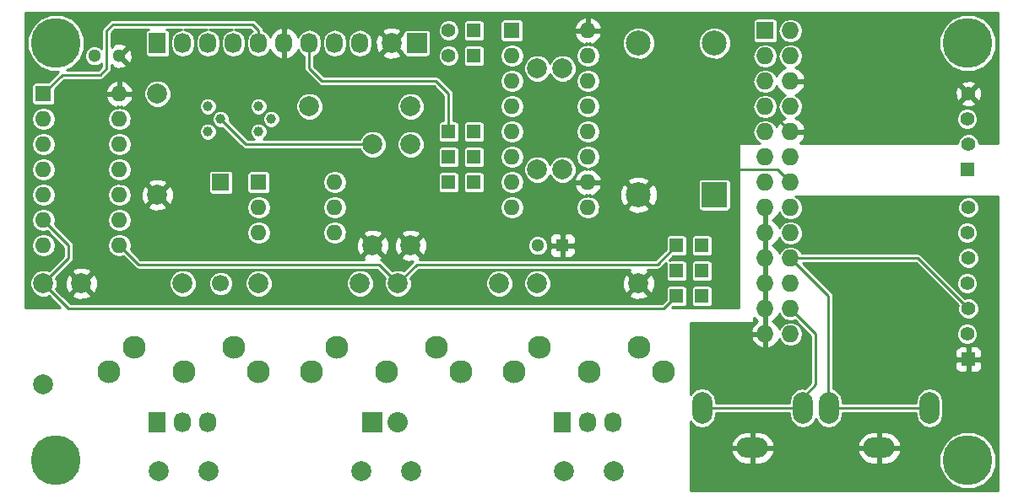
<source format=gbr>
G04 #@! TF.FileFunction,Copper,L1,Top,Signal*
%FSLAX46Y46*%
G04 Gerber Fmt 4.6, Leading zero omitted, Abs format (unit mm)*
G04 Created by KiCad (PCBNEW 4.0.5+dfsg1-4) date Mon Aug 20 18:29:01 2018*
%MOMM*%
%LPD*%
G01*
G04 APERTURE LIST*
%ADD10C,0.100000*%
%ADD11C,1.000760*%
%ADD12R,1.600000X1.600000*%
%ADD13O,1.600000X1.600000*%
%ADD14C,2.300000*%
%ADD15C,2.000000*%
%ADD16R,2.499360X2.499360*%
%ADD17C,2.499360*%
%ADD18C,5.000000*%
%ADD19C,1.699260*%
%ADD20R,1.699260X1.699260*%
%ADD21C,1.300000*%
%ADD22C,1.998980*%
%ADD23R,1.727200X2.032000*%
%ADD24O,1.727200X2.032000*%
%ADD25R,2.032000X2.032000*%
%ADD26O,2.032000X2.032000*%
%ADD27R,1.727200X1.727200*%
%ADD28O,1.727200X1.727200*%
%ADD29R,1.397000X1.397000*%
%ADD30C,1.397000*%
%ADD31R,1.300000X1.300000*%
%ADD32R,2.000000X2.000000*%
%ADD33O,1.998980X3.197860*%
%ADD34O,3.197860X1.998980*%
%ADD35C,0.254000*%
G04 APERTURE END LIST*
D10*
D11*
X95250000Y-31750000D03*
X93980000Y-33020000D03*
X93980000Y-30480000D03*
D12*
X72390000Y-29210000D03*
D13*
X72390000Y-31750000D03*
X72390000Y-34290000D03*
X72390000Y-36830000D03*
X72390000Y-39370000D03*
X72390000Y-41910000D03*
X72390000Y-44450000D03*
X80010000Y-44450000D03*
X80010000Y-41910000D03*
X80010000Y-39370000D03*
X80010000Y-36830000D03*
X80010000Y-34290000D03*
X80010000Y-31750000D03*
X80010000Y-29210000D03*
D14*
X101800000Y-54650000D03*
D15*
X109300000Y-67150000D03*
D14*
X99300000Y-57150000D03*
X106800000Y-57150000D03*
X114300000Y-57150000D03*
X111800000Y-54650000D03*
D15*
X104300000Y-67150000D03*
D14*
X81480000Y-54650000D03*
D15*
X88980000Y-67150000D03*
D14*
X78980000Y-57150000D03*
X86480000Y-57150000D03*
X93980000Y-57150000D03*
X91480000Y-54650000D03*
D15*
X83980000Y-67150000D03*
D16*
X139700000Y-39370000D03*
D17*
X139700000Y-24130000D03*
X132080000Y-24130000D03*
X132080000Y-39370000D03*
D18*
X73660000Y-66040000D03*
X165100000Y-66040000D03*
X165100000Y-24130000D03*
D19*
X90172540Y-48260520D03*
D20*
X90172540Y-38100520D03*
D14*
X122120000Y-54650000D03*
D15*
X129620000Y-67150000D03*
D14*
X119620000Y-57150000D03*
X127120000Y-57150000D03*
X134620000Y-57150000D03*
X132120000Y-54650000D03*
D15*
X124620000Y-67150000D03*
D11*
X90170000Y-31750000D03*
X88900000Y-33020000D03*
X88900000Y-30480000D03*
D12*
X93980000Y-38100000D03*
D13*
X93980000Y-40640000D03*
X93980000Y-43180000D03*
X101600000Y-43180000D03*
X101600000Y-40640000D03*
X101600000Y-38100000D03*
D21*
X80010000Y-25400000D03*
X77510000Y-25400000D03*
D22*
X76200000Y-48260000D03*
X86360000Y-48260000D03*
X93980000Y-48260000D03*
X104140000Y-48260000D03*
X83820000Y-39370000D03*
X83820000Y-29210000D03*
X109220000Y-44450000D03*
X109220000Y-34290000D03*
X105410000Y-34290000D03*
X105410000Y-44450000D03*
X107950000Y-48260000D03*
X118110000Y-48260000D03*
X132080000Y-48260000D03*
X121920000Y-48260000D03*
X72390000Y-48260000D03*
X72390000Y-58420000D03*
D23*
X83820000Y-62230000D03*
D24*
X86360000Y-62230000D03*
X88900000Y-62230000D03*
D25*
X105410000Y-62230000D03*
D26*
X107950000Y-62230000D03*
D23*
X124460000Y-62230000D03*
D24*
X127000000Y-62230000D03*
X129540000Y-62230000D03*
D12*
X119380000Y-22860000D03*
D13*
X119380000Y-25400000D03*
X119380000Y-27940000D03*
X119380000Y-30480000D03*
X119380000Y-33020000D03*
X119380000Y-35560000D03*
X119380000Y-38100000D03*
X119380000Y-40640000D03*
X127000000Y-40640000D03*
X127000000Y-38100000D03*
X127000000Y-35560000D03*
X127000000Y-33020000D03*
X127000000Y-30480000D03*
X127000000Y-27940000D03*
X127000000Y-25400000D03*
X127000000Y-22860000D03*
D18*
X73660000Y-24130000D03*
D22*
X99060000Y-30480000D03*
X109220000Y-30480000D03*
D27*
X144780000Y-22860000D03*
D28*
X147320000Y-22860000D03*
X144780000Y-25400000D03*
X147320000Y-25400000D03*
X144780000Y-27940000D03*
X147320000Y-27940000D03*
X144780000Y-30480000D03*
X147320000Y-30480000D03*
X144780000Y-33020000D03*
X147320000Y-33020000D03*
X144780000Y-35560000D03*
X147320000Y-35560000D03*
X144780000Y-38100000D03*
X147320000Y-38100000D03*
X144780000Y-40640000D03*
X147320000Y-40640000D03*
X144780000Y-43180000D03*
X147320000Y-43180000D03*
X144780000Y-45720000D03*
X147320000Y-45720000D03*
X144780000Y-48260000D03*
X147320000Y-48260000D03*
X144780000Y-50800000D03*
X147320000Y-50800000D03*
X144780000Y-53340000D03*
X147320000Y-53340000D03*
D29*
X135890000Y-44450000D03*
X138430000Y-44450000D03*
X135890000Y-46990000D03*
X138430000Y-46990000D03*
X135890000Y-49530000D03*
X138430000Y-49530000D03*
D30*
X165039040Y-53340000D03*
X165160960Y-50800000D03*
X165039040Y-48260000D03*
X165160960Y-45720000D03*
X165039040Y-43180000D03*
D29*
X165160960Y-55880000D03*
D30*
X165160960Y-40640000D03*
X165160960Y-34290000D03*
X165039040Y-31750000D03*
D29*
X165039040Y-36830000D03*
D30*
X165160960Y-29210000D03*
D31*
X124460000Y-44450000D03*
D21*
X121960000Y-44450000D03*
D22*
X121920000Y-26670000D03*
X121920000Y-36830000D03*
X124460000Y-26670000D03*
X124460000Y-36830000D03*
D32*
X109855000Y-24130000D03*
D15*
X107315000Y-24130000D03*
D33*
X148564600Y-60772040D03*
D34*
X143510000Y-64770000D03*
D33*
X138455400Y-60772040D03*
X161264600Y-60772040D03*
D34*
X156210000Y-64770000D03*
D33*
X151155400Y-60772040D03*
D23*
X83820000Y-24130000D03*
D24*
X86360000Y-24130000D03*
X88900000Y-24130000D03*
X91440000Y-24130000D03*
X93980000Y-24130000D03*
X96520000Y-24130000D03*
X99060000Y-24130000D03*
X101600000Y-24130000D03*
X104140000Y-24130000D03*
D29*
X115570000Y-33020000D03*
X113030000Y-33020000D03*
X115570000Y-35560000D03*
X113030000Y-35560000D03*
X115570000Y-38100000D03*
X113030000Y-38100000D03*
X115570000Y-22860000D03*
D30*
X113030000Y-22860000D03*
D29*
X115570000Y-25400000D03*
D30*
X113030000Y-25400000D03*
D35*
X93980000Y-22860000D02*
X93980000Y-24069040D01*
X93345000Y-22225000D02*
X93980000Y-22860000D01*
X79375000Y-22225000D02*
X93345000Y-22225000D01*
X78740000Y-22860000D02*
X79375000Y-22225000D01*
X78740000Y-26670000D02*
X78740000Y-22860000D01*
X78105000Y-27305000D02*
X78740000Y-26670000D01*
X72390000Y-29210000D02*
X74295000Y-27305000D01*
X74295000Y-27305000D02*
X78105000Y-27305000D01*
X147320000Y-33020000D02*
X146050000Y-31750000D01*
X139700000Y-31750000D02*
X134620000Y-36830000D01*
X140970000Y-31750000D02*
X139700000Y-31750000D01*
X146050000Y-31750000D02*
X140970000Y-31750000D01*
X147320000Y-38100000D02*
X146050000Y-36830000D01*
X134620000Y-36830000D02*
X132080000Y-39370000D01*
X146050000Y-36830000D02*
X134620000Y-36830000D01*
X105410000Y-34290000D02*
X92710000Y-34290000D01*
X92710000Y-34290000D02*
X90170000Y-31750000D01*
X99060000Y-24130000D02*
X99060000Y-26670000D01*
X113030000Y-29210000D02*
X113030000Y-33020000D01*
X111760000Y-27940000D02*
X113030000Y-29210000D01*
X100330000Y-27940000D02*
X111760000Y-27940000D01*
X99060000Y-26670000D02*
X100330000Y-27940000D01*
X99060000Y-24069040D02*
X99060000Y-24130000D01*
X135890000Y-44450000D02*
X133985000Y-46355000D01*
X109855000Y-46355000D02*
X107950000Y-48260000D01*
X133985000Y-46355000D02*
X109855000Y-46355000D01*
X107950000Y-48260000D02*
X106045000Y-46355000D01*
X81915000Y-46355000D02*
X80010000Y-44450000D01*
X106045000Y-46355000D02*
X81915000Y-46355000D01*
X72390000Y-48260000D02*
X74930000Y-50800000D01*
X134620000Y-50800000D02*
X135890000Y-49530000D01*
X74930000Y-50800000D02*
X134620000Y-50800000D01*
X72390000Y-48260000D02*
X74930000Y-45720000D01*
X74930000Y-44450000D02*
X72390000Y-41910000D01*
X74930000Y-45720000D02*
X74930000Y-44450000D01*
X151155400Y-60772040D02*
X161264600Y-60772040D01*
X151130000Y-49530000D02*
X151130000Y-60746640D01*
X151130000Y-60746640D02*
X151155400Y-60772040D01*
X147320000Y-45720000D02*
X151130000Y-49530000D01*
X165160960Y-50800000D02*
X160080960Y-45720000D01*
X160080960Y-45720000D02*
X147320000Y-45720000D01*
X148564600Y-60772040D02*
X138455400Y-60772040D01*
X147320000Y-50800000D02*
X149860000Y-53340000D01*
X149860000Y-58420000D02*
X148564600Y-59715400D01*
X149860000Y-53340000D02*
X149860000Y-58420000D01*
X148564600Y-59715400D02*
X148564600Y-60772040D01*
G36*
X168148000Y-34163000D02*
X166240571Y-34163000D01*
X166240647Y-34076216D01*
X166076649Y-33679311D01*
X165773246Y-33375378D01*
X165376628Y-33210687D01*
X164947176Y-33210313D01*
X164550271Y-33374311D01*
X164246338Y-33677714D01*
X164081647Y-34074332D01*
X164081570Y-34163000D01*
X148266743Y-34163000D01*
X148602688Y-33794947D01*
X148774958Y-33379026D01*
X148653817Y-33147000D01*
X147447000Y-33147000D01*
X147447000Y-33167000D01*
X147193000Y-33167000D01*
X147193000Y-33147000D01*
X147173000Y-33147000D01*
X147173000Y-32893000D01*
X147193000Y-32893000D01*
X147193000Y-32873000D01*
X147447000Y-32873000D01*
X147447000Y-32893000D01*
X148653817Y-32893000D01*
X148774958Y-32660974D01*
X148602688Y-32245053D01*
X148345957Y-31963784D01*
X163959353Y-31963784D01*
X164123351Y-32360689D01*
X164426754Y-32664622D01*
X164823372Y-32829313D01*
X165252824Y-32829687D01*
X165649729Y-32665689D01*
X165953662Y-32362286D01*
X166118353Y-31965668D01*
X166118727Y-31536216D01*
X165954729Y-31139311D01*
X165651326Y-30835378D01*
X165254708Y-30670687D01*
X164825256Y-30670313D01*
X164428351Y-30834311D01*
X164124418Y-31137714D01*
X163959727Y-31534332D01*
X163959353Y-31963784D01*
X148345957Y-31963784D01*
X148208490Y-31813179D01*
X147818338Y-31630324D01*
X147820671Y-31629860D01*
X148224448Y-31360065D01*
X148494243Y-30956288D01*
X148588983Y-30480000D01*
X148522186Y-30144188D01*
X164406377Y-30144188D01*
X164468031Y-30379800D01*
X164968440Y-30555927D01*
X165498159Y-30527148D01*
X165853889Y-30379800D01*
X165915543Y-30144188D01*
X165160960Y-29389605D01*
X164406377Y-30144188D01*
X148522186Y-30144188D01*
X148494243Y-30003712D01*
X148224448Y-29599935D01*
X147820671Y-29330140D01*
X147818338Y-29329676D01*
X148208490Y-29146821D01*
X148326547Y-29017480D01*
X163815033Y-29017480D01*
X163843812Y-29547199D01*
X163991160Y-29902929D01*
X164226772Y-29964583D01*
X164981355Y-29210000D01*
X165340565Y-29210000D01*
X166095148Y-29964583D01*
X166330760Y-29902929D01*
X166506887Y-29402520D01*
X166478108Y-28872801D01*
X166330760Y-28517071D01*
X166095148Y-28455417D01*
X165340565Y-29210000D01*
X164981355Y-29210000D01*
X164226772Y-28455417D01*
X163991160Y-28517071D01*
X163815033Y-29017480D01*
X148326547Y-29017480D01*
X148602688Y-28714947D01*
X148774958Y-28299026D01*
X148762838Y-28275812D01*
X164406377Y-28275812D01*
X165160960Y-29030395D01*
X165915543Y-28275812D01*
X165853889Y-28040200D01*
X165353480Y-27864073D01*
X164823761Y-27892852D01*
X164468031Y-28040200D01*
X164406377Y-28275812D01*
X148762838Y-28275812D01*
X148653817Y-28067000D01*
X147447000Y-28067000D01*
X147447000Y-28087000D01*
X147193000Y-28087000D01*
X147193000Y-28067000D01*
X147173000Y-28067000D01*
X147173000Y-27813000D01*
X147193000Y-27813000D01*
X147193000Y-27793000D01*
X147447000Y-27793000D01*
X147447000Y-27813000D01*
X148653817Y-27813000D01*
X148774958Y-27580974D01*
X148602688Y-27165053D01*
X148208490Y-26733179D01*
X147818338Y-26550324D01*
X147820671Y-26549860D01*
X148224448Y-26280065D01*
X148494243Y-25876288D01*
X148588983Y-25400000D01*
X148494243Y-24923712D01*
X148345133Y-24700552D01*
X162218501Y-24700552D01*
X162656183Y-25759823D01*
X163465914Y-26570969D01*
X164524420Y-27010499D01*
X165670552Y-27011499D01*
X166729823Y-26573817D01*
X167540969Y-25764086D01*
X167980499Y-24705580D01*
X167981499Y-23559448D01*
X167543817Y-22500177D01*
X166734086Y-21689031D01*
X165675580Y-21249501D01*
X164529448Y-21248501D01*
X163470177Y-21686183D01*
X162659031Y-22495914D01*
X162219501Y-23554420D01*
X162218501Y-24700552D01*
X148345133Y-24700552D01*
X148224448Y-24519935D01*
X147820671Y-24250140D01*
X147344383Y-24155400D01*
X147295617Y-24155400D01*
X146819329Y-24250140D01*
X146415552Y-24519935D01*
X146145757Y-24923712D01*
X146051017Y-25400000D01*
X146145757Y-25876288D01*
X146415552Y-26280065D01*
X146819329Y-26549860D01*
X146821662Y-26550324D01*
X146431510Y-26733179D01*
X146037312Y-27165053D01*
X145929159Y-27426172D01*
X145684448Y-27059935D01*
X145280671Y-26790140D01*
X144804383Y-26695400D01*
X144755617Y-26695400D01*
X144279329Y-26790140D01*
X143875552Y-27059935D01*
X143605757Y-27463712D01*
X143511017Y-27940000D01*
X143605757Y-28416288D01*
X143875552Y-28820065D01*
X144279329Y-29089860D01*
X144755617Y-29184600D01*
X144804383Y-29184600D01*
X145280671Y-29089860D01*
X145684448Y-28820065D01*
X145929159Y-28453828D01*
X146037312Y-28714947D01*
X146431510Y-29146821D01*
X146821662Y-29329676D01*
X146819329Y-29330140D01*
X146415552Y-29599935D01*
X146145757Y-30003712D01*
X146051017Y-30480000D01*
X146145757Y-30956288D01*
X146415552Y-31360065D01*
X146819329Y-31629860D01*
X146821662Y-31630324D01*
X146431510Y-31813179D01*
X146037312Y-32245053D01*
X145929159Y-32506172D01*
X145684448Y-32139935D01*
X145280671Y-31870140D01*
X144804383Y-31775400D01*
X144755617Y-31775400D01*
X144279329Y-31870140D01*
X143875552Y-32139935D01*
X143605757Y-32543712D01*
X143511017Y-33020000D01*
X143605757Y-33496288D01*
X143875552Y-33900065D01*
X144269062Y-34163000D01*
X142240000Y-34163000D01*
X142190590Y-34173006D01*
X142148965Y-34201447D01*
X142121685Y-34243841D01*
X142113000Y-34290000D01*
X142113000Y-50673000D01*
X135465420Y-50673000D01*
X135521456Y-50616964D01*
X136588500Y-50616964D01*
X136729690Y-50590397D01*
X136859365Y-50506954D01*
X136946359Y-50379634D01*
X136976964Y-50228500D01*
X136976964Y-48831500D01*
X137343036Y-48831500D01*
X137343036Y-50228500D01*
X137369603Y-50369690D01*
X137453046Y-50499365D01*
X137580366Y-50586359D01*
X137731500Y-50616964D01*
X139128500Y-50616964D01*
X139269690Y-50590397D01*
X139399365Y-50506954D01*
X139486359Y-50379634D01*
X139516964Y-50228500D01*
X139516964Y-48831500D01*
X139490397Y-48690310D01*
X139406954Y-48560635D01*
X139279634Y-48473641D01*
X139128500Y-48443036D01*
X137731500Y-48443036D01*
X137590310Y-48469603D01*
X137460635Y-48553046D01*
X137373641Y-48680366D01*
X137343036Y-48831500D01*
X136976964Y-48831500D01*
X136950397Y-48690310D01*
X136866954Y-48560635D01*
X136739634Y-48473641D01*
X136588500Y-48443036D01*
X135191500Y-48443036D01*
X135050310Y-48469603D01*
X134920635Y-48553046D01*
X134833641Y-48680366D01*
X134803036Y-48831500D01*
X134803036Y-49898544D01*
X134409580Y-50292000D01*
X75140421Y-50292000D01*
X74260584Y-49412163D01*
X75227443Y-49412163D01*
X75326042Y-49678965D01*
X75935582Y-49905401D01*
X76585377Y-49881341D01*
X77073958Y-49678965D01*
X77172557Y-49412163D01*
X76200000Y-48439605D01*
X75227443Y-49412163D01*
X74260584Y-49412163D01*
X73656987Y-48808567D01*
X73770249Y-48535801D01*
X73770721Y-47995582D01*
X74554599Y-47995582D01*
X74578659Y-48645377D01*
X74781035Y-49133958D01*
X75047837Y-49232557D01*
X76020395Y-48260000D01*
X76379605Y-48260000D01*
X77352163Y-49232557D01*
X77618965Y-49133958D01*
X77842067Y-48533392D01*
X84979271Y-48533392D01*
X85188995Y-49040963D01*
X85576994Y-49429640D01*
X86084199Y-49640249D01*
X86633392Y-49640729D01*
X87140963Y-49431005D01*
X87529640Y-49043006D01*
X87740249Y-48535801D01*
X87740276Y-48504233D01*
X88941697Y-48504233D01*
X89128655Y-48956705D01*
X89474534Y-49303189D01*
X89926679Y-49490935D01*
X90416253Y-49491363D01*
X90868725Y-49304405D01*
X91215209Y-48958526D01*
X91391739Y-48533392D01*
X92599271Y-48533392D01*
X92808995Y-49040963D01*
X93196994Y-49429640D01*
X93704199Y-49640249D01*
X94253392Y-49640729D01*
X94760963Y-49431005D01*
X95149640Y-49043006D01*
X95360249Y-48535801D01*
X95360251Y-48533392D01*
X102759271Y-48533392D01*
X102968995Y-49040963D01*
X103356994Y-49429640D01*
X103864199Y-49640249D01*
X104413392Y-49640729D01*
X104920963Y-49431005D01*
X105309640Y-49043006D01*
X105520249Y-48535801D01*
X105520729Y-47986608D01*
X105311005Y-47479037D01*
X104923006Y-47090360D01*
X104415801Y-46879751D01*
X103866608Y-46879271D01*
X103359037Y-47088995D01*
X102970360Y-47476994D01*
X102759751Y-47984199D01*
X102759271Y-48533392D01*
X95360251Y-48533392D01*
X95360729Y-47986608D01*
X95151005Y-47479037D01*
X94763006Y-47090360D01*
X94255801Y-46879751D01*
X93706608Y-46879271D01*
X93199037Y-47088995D01*
X92810360Y-47476994D01*
X92599751Y-47984199D01*
X92599271Y-48533392D01*
X91391739Y-48533392D01*
X91402955Y-48506381D01*
X91403383Y-48016807D01*
X91216425Y-47564335D01*
X90870546Y-47217851D01*
X90418401Y-47030105D01*
X89928827Y-47029677D01*
X89476355Y-47216635D01*
X89129871Y-47562514D01*
X88942125Y-48014659D01*
X88941697Y-48504233D01*
X87740276Y-48504233D01*
X87740729Y-47986608D01*
X87531005Y-47479037D01*
X87143006Y-47090360D01*
X86635801Y-46879751D01*
X86086608Y-46879271D01*
X85579037Y-47088995D01*
X85190360Y-47476994D01*
X84979751Y-47984199D01*
X84979271Y-48533392D01*
X77842067Y-48533392D01*
X77845401Y-48524418D01*
X77821341Y-47874623D01*
X77618965Y-47386042D01*
X77352163Y-47287443D01*
X76379605Y-48260000D01*
X76020395Y-48260000D01*
X75047837Y-47287443D01*
X74781035Y-47386042D01*
X74554599Y-47995582D01*
X73770721Y-47995582D01*
X73770729Y-47986608D01*
X73657017Y-47711404D01*
X74260584Y-47107837D01*
X75227443Y-47107837D01*
X76200000Y-48080395D01*
X77172557Y-47107837D01*
X77073958Y-46841035D01*
X76464418Y-46614599D01*
X75814623Y-46638659D01*
X75326042Y-46841035D01*
X75227443Y-47107837D01*
X74260584Y-47107837D01*
X75289210Y-46079211D01*
X75386381Y-45933784D01*
X75399331Y-45914403D01*
X75438000Y-45720000D01*
X75438000Y-44450000D01*
X78805863Y-44450000D01*
X78895761Y-44901949D01*
X79151770Y-45285093D01*
X79534914Y-45541102D01*
X79986863Y-45631000D01*
X80033137Y-45631000D01*
X80399672Y-45558092D01*
X81555790Y-46714210D01*
X81720597Y-46824331D01*
X81915000Y-46863000D01*
X105834580Y-46863000D01*
X106683013Y-47711433D01*
X106569751Y-47984199D01*
X106569271Y-48533392D01*
X106778995Y-49040963D01*
X107166994Y-49429640D01*
X107674199Y-49640249D01*
X108223392Y-49640729D01*
X108730963Y-49431005D01*
X109119640Y-49043006D01*
X109330249Y-48535801D01*
X109330251Y-48533392D01*
X116729271Y-48533392D01*
X116938995Y-49040963D01*
X117326994Y-49429640D01*
X117834199Y-49640249D01*
X118383392Y-49640729D01*
X118890963Y-49431005D01*
X119279640Y-49043006D01*
X119490249Y-48535801D01*
X119490251Y-48533392D01*
X120539271Y-48533392D01*
X120748995Y-49040963D01*
X121136994Y-49429640D01*
X121644199Y-49640249D01*
X122193392Y-49640729D01*
X122700963Y-49431005D01*
X122719837Y-49412163D01*
X131107443Y-49412163D01*
X131206042Y-49678965D01*
X131815582Y-49905401D01*
X132465377Y-49881341D01*
X132953958Y-49678965D01*
X133052557Y-49412163D01*
X132080000Y-48439605D01*
X131107443Y-49412163D01*
X122719837Y-49412163D01*
X123089640Y-49043006D01*
X123300249Y-48535801D01*
X123300721Y-47995582D01*
X130434599Y-47995582D01*
X130458659Y-48645377D01*
X130661035Y-49133958D01*
X130927837Y-49232557D01*
X131900395Y-48260000D01*
X132259605Y-48260000D01*
X133232163Y-49232557D01*
X133498965Y-49133958D01*
X133725401Y-48524418D01*
X133701341Y-47874623D01*
X133498965Y-47386042D01*
X133232163Y-47287443D01*
X132259605Y-48260000D01*
X131900395Y-48260000D01*
X130927837Y-47287443D01*
X130661035Y-47386042D01*
X130434599Y-47995582D01*
X123300721Y-47995582D01*
X123300729Y-47986608D01*
X123091005Y-47479037D01*
X122703006Y-47090360D01*
X122195801Y-46879751D01*
X121646608Y-46879271D01*
X121139037Y-47088995D01*
X120750360Y-47476994D01*
X120539751Y-47984199D01*
X120539271Y-48533392D01*
X119490251Y-48533392D01*
X119490729Y-47986608D01*
X119281005Y-47479037D01*
X118893006Y-47090360D01*
X118385801Y-46879751D01*
X117836608Y-46879271D01*
X117329037Y-47088995D01*
X116940360Y-47476994D01*
X116729751Y-47984199D01*
X116729271Y-48533392D01*
X109330251Y-48533392D01*
X109330729Y-47986608D01*
X109217017Y-47711403D01*
X110065420Y-46863000D01*
X131197925Y-46863000D01*
X131107443Y-47107837D01*
X132080000Y-48080395D01*
X133052557Y-47107837D01*
X132962075Y-46863000D01*
X133985000Y-46863000D01*
X134179403Y-46824331D01*
X134344210Y-46714210D01*
X134812207Y-46246213D01*
X134803036Y-46291500D01*
X134803036Y-47688500D01*
X134829603Y-47829690D01*
X134913046Y-47959365D01*
X135040366Y-48046359D01*
X135191500Y-48076964D01*
X136588500Y-48076964D01*
X136729690Y-48050397D01*
X136859365Y-47966954D01*
X136946359Y-47839634D01*
X136976964Y-47688500D01*
X136976964Y-46291500D01*
X137343036Y-46291500D01*
X137343036Y-47688500D01*
X137369603Y-47829690D01*
X137453046Y-47959365D01*
X137580366Y-48046359D01*
X137731500Y-48076964D01*
X139128500Y-48076964D01*
X139269690Y-48050397D01*
X139399365Y-47966954D01*
X139486359Y-47839634D01*
X139516964Y-47688500D01*
X139516964Y-46291500D01*
X139490397Y-46150310D01*
X139406954Y-46020635D01*
X139279634Y-45933641D01*
X139128500Y-45903036D01*
X137731500Y-45903036D01*
X137590310Y-45929603D01*
X137460635Y-46013046D01*
X137373641Y-46140366D01*
X137343036Y-46291500D01*
X136976964Y-46291500D01*
X136950397Y-46150310D01*
X136866954Y-46020635D01*
X136739634Y-45933641D01*
X136588500Y-45903036D01*
X135191500Y-45903036D01*
X135147013Y-45911407D01*
X135521456Y-45536964D01*
X136588500Y-45536964D01*
X136729690Y-45510397D01*
X136859365Y-45426954D01*
X136946359Y-45299634D01*
X136976964Y-45148500D01*
X136976964Y-43751500D01*
X137343036Y-43751500D01*
X137343036Y-45148500D01*
X137369603Y-45289690D01*
X137453046Y-45419365D01*
X137580366Y-45506359D01*
X137731500Y-45536964D01*
X139128500Y-45536964D01*
X139269690Y-45510397D01*
X139399365Y-45426954D01*
X139486359Y-45299634D01*
X139516964Y-45148500D01*
X139516964Y-43751500D01*
X139490397Y-43610310D01*
X139406954Y-43480635D01*
X139279634Y-43393641D01*
X139128500Y-43363036D01*
X137731500Y-43363036D01*
X137590310Y-43389603D01*
X137460635Y-43473046D01*
X137373641Y-43600366D01*
X137343036Y-43751500D01*
X136976964Y-43751500D01*
X136950397Y-43610310D01*
X136866954Y-43480635D01*
X136739634Y-43393641D01*
X136588500Y-43363036D01*
X135191500Y-43363036D01*
X135050310Y-43389603D01*
X134920635Y-43473046D01*
X134833641Y-43600366D01*
X134803036Y-43751500D01*
X134803036Y-44818544D01*
X133774580Y-45847000D01*
X110102075Y-45847000D01*
X110192557Y-45602163D01*
X109220000Y-44629605D01*
X108247443Y-45602163D01*
X108346042Y-45868965D01*
X108955582Y-46095401D01*
X109413120Y-46078460D01*
X108498567Y-46993013D01*
X108225801Y-46879751D01*
X107676608Y-46879271D01*
X107401403Y-46992983D01*
X106404210Y-45995790D01*
X106241021Y-45886750D01*
X106283958Y-45868965D01*
X106382557Y-45602163D01*
X105410000Y-44629605D01*
X104437443Y-45602163D01*
X104527925Y-45847000D01*
X82125420Y-45847000D01*
X81133552Y-44855132D01*
X81214137Y-44450000D01*
X81124239Y-43998051D01*
X80868230Y-43614907D01*
X80485086Y-43358898D01*
X80033137Y-43269000D01*
X79986863Y-43269000D01*
X79534914Y-43358898D01*
X79151770Y-43614907D01*
X78895761Y-43998051D01*
X78805863Y-44450000D01*
X75438000Y-44450000D01*
X75399331Y-44255597D01*
X75338295Y-44164250D01*
X75289210Y-44090789D01*
X74378421Y-43180000D01*
X92775863Y-43180000D01*
X92865761Y-43631949D01*
X93121770Y-44015093D01*
X93504914Y-44271102D01*
X93956863Y-44361000D01*
X94003137Y-44361000D01*
X94455086Y-44271102D01*
X94838230Y-44015093D01*
X95094239Y-43631949D01*
X95184137Y-43180000D01*
X100395863Y-43180000D01*
X100485761Y-43631949D01*
X100741770Y-44015093D01*
X101124914Y-44271102D01*
X101576863Y-44361000D01*
X101623137Y-44361000D01*
X102075086Y-44271102D01*
X102203075Y-44185582D01*
X103764599Y-44185582D01*
X103788659Y-44835377D01*
X103991035Y-45323958D01*
X104257837Y-45422557D01*
X105230395Y-44450000D01*
X105589605Y-44450000D01*
X106562163Y-45422557D01*
X106828965Y-45323958D01*
X107055401Y-44714418D01*
X107035820Y-44185582D01*
X107574599Y-44185582D01*
X107598659Y-44835377D01*
X107801035Y-45323958D01*
X108067837Y-45422557D01*
X109040395Y-44450000D01*
X109399605Y-44450000D01*
X110372163Y-45422557D01*
X110638965Y-45323958D01*
X110865401Y-44714418D01*
X110863171Y-44654179D01*
X120928822Y-44654179D01*
X121085451Y-45033251D01*
X121375223Y-45323529D01*
X121754022Y-45480820D01*
X122164179Y-45481178D01*
X122543251Y-45324549D01*
X122833529Y-45034777D01*
X122957695Y-44735750D01*
X123175000Y-44735750D01*
X123175000Y-45226310D01*
X123271673Y-45459699D01*
X123450302Y-45638327D01*
X123683691Y-45735000D01*
X124174250Y-45735000D01*
X124333000Y-45576250D01*
X124333000Y-44577000D01*
X124587000Y-44577000D01*
X124587000Y-45576250D01*
X124745750Y-45735000D01*
X125236309Y-45735000D01*
X125469698Y-45638327D01*
X125648327Y-45459699D01*
X125745000Y-45226310D01*
X125745000Y-44735750D01*
X125586250Y-44577000D01*
X124587000Y-44577000D01*
X124333000Y-44577000D01*
X123333750Y-44577000D01*
X123175000Y-44735750D01*
X122957695Y-44735750D01*
X122990820Y-44655978D01*
X122991178Y-44245821D01*
X122834549Y-43866749D01*
X122641827Y-43673690D01*
X123175000Y-43673690D01*
X123175000Y-44164250D01*
X123333750Y-44323000D01*
X124333000Y-44323000D01*
X124333000Y-43323750D01*
X124587000Y-43323750D01*
X124587000Y-44323000D01*
X125586250Y-44323000D01*
X125745000Y-44164250D01*
X125745000Y-43673690D01*
X125648327Y-43440301D01*
X125469698Y-43261673D01*
X125236309Y-43165000D01*
X124745750Y-43165000D01*
X124587000Y-43323750D01*
X124333000Y-43323750D01*
X124174250Y-43165000D01*
X123683691Y-43165000D01*
X123450302Y-43261673D01*
X123271673Y-43440301D01*
X123175000Y-43673690D01*
X122641827Y-43673690D01*
X122544777Y-43576471D01*
X122165978Y-43419180D01*
X121755821Y-43418822D01*
X121376749Y-43575451D01*
X121086471Y-43865223D01*
X120929180Y-44244022D01*
X120928822Y-44654179D01*
X110863171Y-44654179D01*
X110841341Y-44064623D01*
X110638965Y-43576042D01*
X110372163Y-43477443D01*
X109399605Y-44450000D01*
X109040395Y-44450000D01*
X108067837Y-43477443D01*
X107801035Y-43576042D01*
X107574599Y-44185582D01*
X107035820Y-44185582D01*
X107031341Y-44064623D01*
X106828965Y-43576042D01*
X106562163Y-43477443D01*
X105589605Y-44450000D01*
X105230395Y-44450000D01*
X104257837Y-43477443D01*
X103991035Y-43576042D01*
X103764599Y-44185582D01*
X102203075Y-44185582D01*
X102458230Y-44015093D01*
X102714239Y-43631949D01*
X102780697Y-43297837D01*
X104437443Y-43297837D01*
X105410000Y-44270395D01*
X106382557Y-43297837D01*
X108247443Y-43297837D01*
X109220000Y-44270395D01*
X110192557Y-43297837D01*
X110093958Y-43031035D01*
X109484418Y-42804599D01*
X108834623Y-42828659D01*
X108346042Y-43031035D01*
X108247443Y-43297837D01*
X106382557Y-43297837D01*
X106283958Y-43031035D01*
X105674418Y-42804599D01*
X105024623Y-42828659D01*
X104536042Y-43031035D01*
X104437443Y-43297837D01*
X102780697Y-43297837D01*
X102804137Y-43180000D01*
X102714239Y-42728051D01*
X102458230Y-42344907D01*
X102075086Y-42088898D01*
X101623137Y-41999000D01*
X101576863Y-41999000D01*
X101124914Y-42088898D01*
X100741770Y-42344907D01*
X100485761Y-42728051D01*
X100395863Y-43180000D01*
X95184137Y-43180000D01*
X95094239Y-42728051D01*
X94838230Y-42344907D01*
X94455086Y-42088898D01*
X94003137Y-41999000D01*
X93956863Y-41999000D01*
X93504914Y-42088898D01*
X93121770Y-42344907D01*
X92865761Y-42728051D01*
X92775863Y-43180000D01*
X74378421Y-43180000D01*
X73513552Y-42315131D01*
X73594137Y-41910000D01*
X78805863Y-41910000D01*
X78895761Y-42361949D01*
X79151770Y-42745093D01*
X79534914Y-43001102D01*
X79986863Y-43091000D01*
X80033137Y-43091000D01*
X80485086Y-43001102D01*
X80868230Y-42745093D01*
X81124239Y-42361949D01*
X81214137Y-41910000D01*
X81124239Y-41458051D01*
X80868230Y-41074907D01*
X80485086Y-40818898D01*
X80033137Y-40729000D01*
X79986863Y-40729000D01*
X79534914Y-40818898D01*
X79151770Y-41074907D01*
X78895761Y-41458051D01*
X78805863Y-41910000D01*
X73594137Y-41910000D01*
X73504239Y-41458051D01*
X73248230Y-41074907D01*
X72865086Y-40818898D01*
X72413137Y-40729000D01*
X72366863Y-40729000D01*
X71914914Y-40818898D01*
X71531770Y-41074907D01*
X71275761Y-41458051D01*
X71185863Y-41910000D01*
X71275761Y-42361949D01*
X71531770Y-42745093D01*
X71914914Y-43001102D01*
X72366863Y-43091000D01*
X72413137Y-43091000D01*
X72779672Y-43018092D01*
X74422000Y-44660421D01*
X74422000Y-45509579D01*
X72938567Y-46993013D01*
X72665801Y-46879751D01*
X72116608Y-46879271D01*
X71609037Y-47088995D01*
X71220360Y-47476994D01*
X71009751Y-47984199D01*
X71009271Y-48533392D01*
X71218995Y-49040963D01*
X71606994Y-49429640D01*
X72114199Y-49640249D01*
X72663392Y-49640729D01*
X72938596Y-49527017D01*
X74084579Y-50673000D01*
X70612000Y-50673000D01*
X70612000Y-44450000D01*
X71185863Y-44450000D01*
X71275761Y-44901949D01*
X71531770Y-45285093D01*
X71914914Y-45541102D01*
X72366863Y-45631000D01*
X72413137Y-45631000D01*
X72865086Y-45541102D01*
X73248230Y-45285093D01*
X73504239Y-44901949D01*
X73594137Y-44450000D01*
X73504239Y-43998051D01*
X73248230Y-43614907D01*
X72865086Y-43358898D01*
X72413137Y-43269000D01*
X72366863Y-43269000D01*
X71914914Y-43358898D01*
X71531770Y-43614907D01*
X71275761Y-43998051D01*
X71185863Y-44450000D01*
X70612000Y-44450000D01*
X70612000Y-39370000D01*
X71185863Y-39370000D01*
X71275761Y-39821949D01*
X71531770Y-40205093D01*
X71914914Y-40461102D01*
X72366863Y-40551000D01*
X72413137Y-40551000D01*
X72865086Y-40461102D01*
X73248230Y-40205093D01*
X73504239Y-39821949D01*
X73594137Y-39370000D01*
X78805863Y-39370000D01*
X78895761Y-39821949D01*
X79151770Y-40205093D01*
X79534914Y-40461102D01*
X79986863Y-40551000D01*
X80033137Y-40551000D01*
X80178110Y-40522163D01*
X82847443Y-40522163D01*
X82946042Y-40788965D01*
X83555582Y-41015401D01*
X84205377Y-40991341D01*
X84693958Y-40788965D01*
X84749009Y-40640000D01*
X92775863Y-40640000D01*
X92865761Y-41091949D01*
X93121770Y-41475093D01*
X93504914Y-41731102D01*
X93956863Y-41821000D01*
X94003137Y-41821000D01*
X94455086Y-41731102D01*
X94838230Y-41475093D01*
X95094239Y-41091949D01*
X95184137Y-40640000D01*
X100395863Y-40640000D01*
X100485761Y-41091949D01*
X100741770Y-41475093D01*
X101124914Y-41731102D01*
X101576863Y-41821000D01*
X101623137Y-41821000D01*
X102075086Y-41731102D01*
X102458230Y-41475093D01*
X102714239Y-41091949D01*
X102804137Y-40640000D01*
X118175863Y-40640000D01*
X118265761Y-41091949D01*
X118521770Y-41475093D01*
X118904914Y-41731102D01*
X119356863Y-41821000D01*
X119403137Y-41821000D01*
X119855086Y-41731102D01*
X120238230Y-41475093D01*
X120494239Y-41091949D01*
X120584137Y-40640000D01*
X120494239Y-40188051D01*
X120238230Y-39804907D01*
X119855086Y-39548898D01*
X119403137Y-39459000D01*
X119356863Y-39459000D01*
X118904914Y-39548898D01*
X118521770Y-39804907D01*
X118265761Y-40188051D01*
X118175863Y-40640000D01*
X102804137Y-40640000D01*
X102714239Y-40188051D01*
X102458230Y-39804907D01*
X102075086Y-39548898D01*
X101623137Y-39459000D01*
X101576863Y-39459000D01*
X101124914Y-39548898D01*
X100741770Y-39804907D01*
X100485761Y-40188051D01*
X100395863Y-40640000D01*
X95184137Y-40640000D01*
X95094239Y-40188051D01*
X94838230Y-39804907D01*
X94455086Y-39548898D01*
X94003137Y-39459000D01*
X93956863Y-39459000D01*
X93504914Y-39548898D01*
X93121770Y-39804907D01*
X92865761Y-40188051D01*
X92775863Y-40640000D01*
X84749009Y-40640000D01*
X84792557Y-40522163D01*
X83820000Y-39549605D01*
X82847443Y-40522163D01*
X80178110Y-40522163D01*
X80485086Y-40461102D01*
X80868230Y-40205093D01*
X81124239Y-39821949D01*
X81214137Y-39370000D01*
X81161542Y-39105582D01*
X82174599Y-39105582D01*
X82198659Y-39755377D01*
X82401035Y-40243958D01*
X82667837Y-40342557D01*
X83640395Y-39370000D01*
X83999605Y-39370000D01*
X84972163Y-40342557D01*
X85238965Y-40243958D01*
X85465401Y-39634418D01*
X85441341Y-38984623D01*
X85238965Y-38496042D01*
X84972163Y-38397443D01*
X83999605Y-39370000D01*
X83640395Y-39370000D01*
X82667837Y-38397443D01*
X82401035Y-38496042D01*
X82174599Y-39105582D01*
X81161542Y-39105582D01*
X81124239Y-38918051D01*
X80868230Y-38534907D01*
X80485086Y-38278898D01*
X80178111Y-38217837D01*
X82847443Y-38217837D01*
X83820000Y-39190395D01*
X84792557Y-38217837D01*
X84693958Y-37951035D01*
X84084418Y-37724599D01*
X83434623Y-37748659D01*
X82946042Y-37951035D01*
X82847443Y-38217837D01*
X80178111Y-38217837D01*
X80033137Y-38189000D01*
X79986863Y-38189000D01*
X79534914Y-38278898D01*
X79151770Y-38534907D01*
X78895761Y-38918051D01*
X78805863Y-39370000D01*
X73594137Y-39370000D01*
X73504239Y-38918051D01*
X73248230Y-38534907D01*
X72865086Y-38278898D01*
X72413137Y-38189000D01*
X72366863Y-38189000D01*
X71914914Y-38278898D01*
X71531770Y-38534907D01*
X71275761Y-38918051D01*
X71185863Y-39370000D01*
X70612000Y-39370000D01*
X70612000Y-36830000D01*
X71185863Y-36830000D01*
X71275761Y-37281949D01*
X71531770Y-37665093D01*
X71914914Y-37921102D01*
X72366863Y-38011000D01*
X72413137Y-38011000D01*
X72865086Y-37921102D01*
X73248230Y-37665093D01*
X73504239Y-37281949D01*
X73594137Y-36830000D01*
X78805863Y-36830000D01*
X78895761Y-37281949D01*
X79151770Y-37665093D01*
X79534914Y-37921102D01*
X79986863Y-38011000D01*
X80033137Y-38011000D01*
X80485086Y-37921102D01*
X80868230Y-37665093D01*
X81124239Y-37281949D01*
X81130417Y-37250890D01*
X88934446Y-37250890D01*
X88934446Y-38950150D01*
X88961013Y-39091340D01*
X89044456Y-39221015D01*
X89171776Y-39308009D01*
X89322910Y-39338614D01*
X91022170Y-39338614D01*
X91163360Y-39312047D01*
X91293035Y-39228604D01*
X91380029Y-39101284D01*
X91410634Y-38950150D01*
X91410634Y-37300000D01*
X92791536Y-37300000D01*
X92791536Y-38900000D01*
X92818103Y-39041190D01*
X92901546Y-39170865D01*
X93028866Y-39257859D01*
X93180000Y-39288464D01*
X94780000Y-39288464D01*
X94921190Y-39261897D01*
X95050865Y-39178454D01*
X95137859Y-39051134D01*
X95168464Y-38900000D01*
X95168464Y-38100000D01*
X100395863Y-38100000D01*
X100485761Y-38551949D01*
X100741770Y-38935093D01*
X101124914Y-39191102D01*
X101576863Y-39281000D01*
X101623137Y-39281000D01*
X102075086Y-39191102D01*
X102458230Y-38935093D01*
X102714239Y-38551949D01*
X102804137Y-38100000D01*
X102714239Y-37648051D01*
X102549499Y-37401500D01*
X111943036Y-37401500D01*
X111943036Y-38798500D01*
X111969603Y-38939690D01*
X112053046Y-39069365D01*
X112180366Y-39156359D01*
X112331500Y-39186964D01*
X113728500Y-39186964D01*
X113869690Y-39160397D01*
X113999365Y-39076954D01*
X114086359Y-38949634D01*
X114116964Y-38798500D01*
X114116964Y-37401500D01*
X114483036Y-37401500D01*
X114483036Y-38798500D01*
X114509603Y-38939690D01*
X114593046Y-39069365D01*
X114720366Y-39156359D01*
X114871500Y-39186964D01*
X116268500Y-39186964D01*
X116409690Y-39160397D01*
X116539365Y-39076954D01*
X116626359Y-38949634D01*
X116656964Y-38798500D01*
X116656964Y-38100000D01*
X118175863Y-38100000D01*
X118265761Y-38551949D01*
X118521770Y-38935093D01*
X118904914Y-39191102D01*
X119356863Y-39281000D01*
X119403137Y-39281000D01*
X119855086Y-39191102D01*
X120238230Y-38935093D01*
X120494239Y-38551949D01*
X120514709Y-38449039D01*
X125608096Y-38449039D01*
X125768959Y-38837423D01*
X126144866Y-39252389D01*
X126650959Y-39491914D01*
X126872998Y-39370630D01*
X126872998Y-39479660D01*
X126524914Y-39548898D01*
X126141770Y-39804907D01*
X125885761Y-40188051D01*
X125795863Y-40640000D01*
X125885761Y-41091949D01*
X126141770Y-41475093D01*
X126524914Y-41731102D01*
X126976863Y-41821000D01*
X127023137Y-41821000D01*
X127475086Y-41731102D01*
X127858230Y-41475093D01*
X128114239Y-41091949D01*
X128191587Y-40703089D01*
X130926517Y-40703089D01*
X131055725Y-40995859D01*
X131755883Y-41264071D01*
X132505384Y-41243928D01*
X133104275Y-40995859D01*
X133233483Y-40703089D01*
X132080000Y-39549605D01*
X130926517Y-40703089D01*
X128191587Y-40703089D01*
X128204137Y-40640000D01*
X128114239Y-40188051D01*
X127858230Y-39804907D01*
X127475086Y-39548898D01*
X127127002Y-39479660D01*
X127127002Y-39370630D01*
X127349041Y-39491914D01*
X127855134Y-39252389D01*
X128042202Y-39045883D01*
X130185929Y-39045883D01*
X130206072Y-39795384D01*
X130454141Y-40394275D01*
X130746911Y-40523483D01*
X131900395Y-39370000D01*
X132259605Y-39370000D01*
X133413089Y-40523483D01*
X133705859Y-40394275D01*
X133974071Y-39694117D01*
X133953928Y-38944616D01*
X133705859Y-38345725D01*
X133413089Y-38216517D01*
X132259605Y-39370000D01*
X131900395Y-39370000D01*
X130746911Y-38216517D01*
X130454141Y-38345725D01*
X130185929Y-39045883D01*
X128042202Y-39045883D01*
X128231041Y-38837423D01*
X128391904Y-38449039D01*
X128269915Y-38227000D01*
X127127000Y-38227000D01*
X127127000Y-38247000D01*
X126873000Y-38247000D01*
X126873000Y-38227000D01*
X125730085Y-38227000D01*
X125608096Y-38449039D01*
X120514709Y-38449039D01*
X120584137Y-38100000D01*
X120494239Y-37648051D01*
X120238230Y-37264907D01*
X119996507Y-37103392D01*
X120539271Y-37103392D01*
X120748995Y-37610963D01*
X121136994Y-37999640D01*
X121644199Y-38210249D01*
X122193392Y-38210729D01*
X122700963Y-38001005D01*
X123089640Y-37613006D01*
X123189986Y-37371344D01*
X123288995Y-37610963D01*
X123676994Y-37999640D01*
X124184199Y-38210249D01*
X124733392Y-38210729D01*
X125154063Y-38036911D01*
X130926517Y-38036911D01*
X132080000Y-39190395D01*
X133150074Y-38120320D01*
X138061856Y-38120320D01*
X138061856Y-40619680D01*
X138088423Y-40760870D01*
X138171866Y-40890545D01*
X138299186Y-40977539D01*
X138450320Y-41008144D01*
X140949680Y-41008144D01*
X141090870Y-40981577D01*
X141220545Y-40898134D01*
X141307539Y-40770814D01*
X141338144Y-40619680D01*
X141338144Y-38120320D01*
X141311577Y-37979130D01*
X141228134Y-37849455D01*
X141100814Y-37762461D01*
X140949680Y-37731856D01*
X138450320Y-37731856D01*
X138309130Y-37758423D01*
X138179455Y-37841866D01*
X138092461Y-37969186D01*
X138061856Y-38120320D01*
X133150074Y-38120320D01*
X133233483Y-38036911D01*
X133104275Y-37744141D01*
X132404117Y-37475929D01*
X131654616Y-37496072D01*
X131055725Y-37744141D01*
X130926517Y-38036911D01*
X125154063Y-38036911D01*
X125240963Y-38001005D01*
X125491443Y-37750961D01*
X125608096Y-37750961D01*
X125730085Y-37973000D01*
X126873000Y-37973000D01*
X126873000Y-37953000D01*
X127127000Y-37953000D01*
X127127000Y-37973000D01*
X128269915Y-37973000D01*
X128391904Y-37750961D01*
X128231041Y-37362577D01*
X127855134Y-36947611D01*
X127349041Y-36708086D01*
X127127002Y-36829370D01*
X127127002Y-36720340D01*
X127475086Y-36651102D01*
X127858230Y-36395093D01*
X128114239Y-36011949D01*
X128204137Y-35560000D01*
X128114239Y-35108051D01*
X127858230Y-34724907D01*
X127475086Y-34468898D01*
X127023137Y-34379000D01*
X126976863Y-34379000D01*
X126524914Y-34468898D01*
X126141770Y-34724907D01*
X125885761Y-35108051D01*
X125795863Y-35560000D01*
X125885761Y-36011949D01*
X126141770Y-36395093D01*
X126524914Y-36651102D01*
X126872998Y-36720340D01*
X126872998Y-36829370D01*
X126650959Y-36708086D01*
X126144866Y-36947611D01*
X125768959Y-37362577D01*
X125608096Y-37750961D01*
X125491443Y-37750961D01*
X125629640Y-37613006D01*
X125840249Y-37105801D01*
X125840729Y-36556608D01*
X125631005Y-36049037D01*
X125243006Y-35660360D01*
X124735801Y-35449751D01*
X124186608Y-35449271D01*
X123679037Y-35658995D01*
X123290360Y-36046994D01*
X123190014Y-36288656D01*
X123091005Y-36049037D01*
X122703006Y-35660360D01*
X122195801Y-35449751D01*
X121646608Y-35449271D01*
X121139037Y-35658995D01*
X120750360Y-36046994D01*
X120539751Y-36554199D01*
X120539271Y-37103392D01*
X119996507Y-37103392D01*
X119855086Y-37008898D01*
X119403137Y-36919000D01*
X119356863Y-36919000D01*
X118904914Y-37008898D01*
X118521770Y-37264907D01*
X118265761Y-37648051D01*
X118175863Y-38100000D01*
X116656964Y-38100000D01*
X116656964Y-37401500D01*
X116630397Y-37260310D01*
X116546954Y-37130635D01*
X116419634Y-37043641D01*
X116268500Y-37013036D01*
X114871500Y-37013036D01*
X114730310Y-37039603D01*
X114600635Y-37123046D01*
X114513641Y-37250366D01*
X114483036Y-37401500D01*
X114116964Y-37401500D01*
X114090397Y-37260310D01*
X114006954Y-37130635D01*
X113879634Y-37043641D01*
X113728500Y-37013036D01*
X112331500Y-37013036D01*
X112190310Y-37039603D01*
X112060635Y-37123046D01*
X111973641Y-37250366D01*
X111943036Y-37401500D01*
X102549499Y-37401500D01*
X102458230Y-37264907D01*
X102075086Y-37008898D01*
X101623137Y-36919000D01*
X101576863Y-36919000D01*
X101124914Y-37008898D01*
X100741770Y-37264907D01*
X100485761Y-37648051D01*
X100395863Y-38100000D01*
X95168464Y-38100000D01*
X95168464Y-37300000D01*
X95141897Y-37158810D01*
X95058454Y-37029135D01*
X94931134Y-36942141D01*
X94780000Y-36911536D01*
X93180000Y-36911536D01*
X93038810Y-36938103D01*
X92909135Y-37021546D01*
X92822141Y-37148866D01*
X92791536Y-37300000D01*
X91410634Y-37300000D01*
X91410634Y-37250890D01*
X91384067Y-37109700D01*
X91300624Y-36980025D01*
X91173304Y-36893031D01*
X91022170Y-36862426D01*
X89322910Y-36862426D01*
X89181720Y-36888993D01*
X89052045Y-36972436D01*
X88965051Y-37099756D01*
X88934446Y-37250890D01*
X81130417Y-37250890D01*
X81214137Y-36830000D01*
X81124239Y-36378051D01*
X80868230Y-35994907D01*
X80485086Y-35738898D01*
X80033137Y-35649000D01*
X79986863Y-35649000D01*
X79534914Y-35738898D01*
X79151770Y-35994907D01*
X78895761Y-36378051D01*
X78805863Y-36830000D01*
X73594137Y-36830000D01*
X73504239Y-36378051D01*
X73248230Y-35994907D01*
X72865086Y-35738898D01*
X72413137Y-35649000D01*
X72366863Y-35649000D01*
X71914914Y-35738898D01*
X71531770Y-35994907D01*
X71275761Y-36378051D01*
X71185863Y-36830000D01*
X70612000Y-36830000D01*
X70612000Y-34290000D01*
X71185863Y-34290000D01*
X71275761Y-34741949D01*
X71531770Y-35125093D01*
X71914914Y-35381102D01*
X72366863Y-35471000D01*
X72413137Y-35471000D01*
X72865086Y-35381102D01*
X73248230Y-35125093D01*
X73504239Y-34741949D01*
X73594137Y-34290000D01*
X78805863Y-34290000D01*
X78895761Y-34741949D01*
X79151770Y-35125093D01*
X79534914Y-35381102D01*
X79986863Y-35471000D01*
X80033137Y-35471000D01*
X80485086Y-35381102D01*
X80868230Y-35125093D01*
X81124239Y-34741949D01*
X81214137Y-34290000D01*
X81124239Y-33838051D01*
X80868230Y-33454907D01*
X80485086Y-33198898D01*
X80463218Y-33194548D01*
X88018468Y-33194548D01*
X88152367Y-33518609D01*
X88400087Y-33766762D01*
X88723914Y-33901226D01*
X89074548Y-33901532D01*
X89398609Y-33767633D01*
X89646762Y-33519913D01*
X89781226Y-33196086D01*
X89781532Y-32845452D01*
X89647633Y-32521391D01*
X89399913Y-32273238D01*
X89076086Y-32138774D01*
X88725452Y-32138468D01*
X88401391Y-32272367D01*
X88153238Y-32520087D01*
X88018774Y-32843914D01*
X88018468Y-33194548D01*
X80463218Y-33194548D01*
X80033137Y-33109000D01*
X79986863Y-33109000D01*
X79534914Y-33198898D01*
X79151770Y-33454907D01*
X78895761Y-33838051D01*
X78805863Y-34290000D01*
X73594137Y-34290000D01*
X73504239Y-33838051D01*
X73248230Y-33454907D01*
X72865086Y-33198898D01*
X72413137Y-33109000D01*
X72366863Y-33109000D01*
X71914914Y-33198898D01*
X71531770Y-33454907D01*
X71275761Y-33838051D01*
X71185863Y-34290000D01*
X70612000Y-34290000D01*
X70612000Y-31750000D01*
X71185863Y-31750000D01*
X71275761Y-32201949D01*
X71531770Y-32585093D01*
X71914914Y-32841102D01*
X72366863Y-32931000D01*
X72413137Y-32931000D01*
X72865086Y-32841102D01*
X73248230Y-32585093D01*
X73504239Y-32201949D01*
X73594137Y-31750000D01*
X73504239Y-31298051D01*
X73248230Y-30914907D01*
X72865086Y-30658898D01*
X72413137Y-30569000D01*
X72366863Y-30569000D01*
X71914914Y-30658898D01*
X71531770Y-30914907D01*
X71275761Y-31298051D01*
X71185863Y-31750000D01*
X70612000Y-31750000D01*
X70612000Y-24700552D01*
X70778501Y-24700552D01*
X71216183Y-25759823D01*
X72025914Y-26570969D01*
X73084420Y-27010499D01*
X73870395Y-27011185D01*
X72860044Y-28021536D01*
X71590000Y-28021536D01*
X71448810Y-28048103D01*
X71319135Y-28131546D01*
X71232141Y-28258866D01*
X71201536Y-28410000D01*
X71201536Y-30010000D01*
X71228103Y-30151190D01*
X71311546Y-30280865D01*
X71438866Y-30367859D01*
X71590000Y-30398464D01*
X73190000Y-30398464D01*
X73331190Y-30371897D01*
X73460865Y-30288454D01*
X73547859Y-30161134D01*
X73578464Y-30010000D01*
X73578464Y-29559039D01*
X78618096Y-29559039D01*
X78778959Y-29947423D01*
X79154866Y-30362389D01*
X79660959Y-30601914D01*
X79882998Y-30480630D01*
X79882998Y-30589660D01*
X79534914Y-30658898D01*
X79151770Y-30914907D01*
X78895761Y-31298051D01*
X78805863Y-31750000D01*
X78895761Y-32201949D01*
X79151770Y-32585093D01*
X79534914Y-32841102D01*
X79986863Y-32931000D01*
X80033137Y-32931000D01*
X80485086Y-32841102D01*
X80868230Y-32585093D01*
X81124239Y-32201949D01*
X81179417Y-31924548D01*
X89288468Y-31924548D01*
X89422367Y-32248609D01*
X89670087Y-32496762D01*
X89993914Y-32631226D01*
X90333102Y-32631522D01*
X92350789Y-34649210D01*
X92442316Y-34710366D01*
X92515597Y-34759331D01*
X92710000Y-34798000D01*
X104126209Y-34798000D01*
X104238995Y-35070963D01*
X104626994Y-35459640D01*
X105134199Y-35670249D01*
X105683392Y-35670729D01*
X106190963Y-35461005D01*
X106579640Y-35073006D01*
X106790249Y-34565801D01*
X106790251Y-34563392D01*
X107839271Y-34563392D01*
X108048995Y-35070963D01*
X108436994Y-35459640D01*
X108944199Y-35670249D01*
X109493392Y-35670729D01*
X110000963Y-35461005D01*
X110389640Y-35073006D01*
X110477464Y-34861500D01*
X111943036Y-34861500D01*
X111943036Y-36258500D01*
X111969603Y-36399690D01*
X112053046Y-36529365D01*
X112180366Y-36616359D01*
X112331500Y-36646964D01*
X113728500Y-36646964D01*
X113869690Y-36620397D01*
X113999365Y-36536954D01*
X114086359Y-36409634D01*
X114116964Y-36258500D01*
X114116964Y-34861500D01*
X114483036Y-34861500D01*
X114483036Y-36258500D01*
X114509603Y-36399690D01*
X114593046Y-36529365D01*
X114720366Y-36616359D01*
X114871500Y-36646964D01*
X116268500Y-36646964D01*
X116409690Y-36620397D01*
X116539365Y-36536954D01*
X116626359Y-36409634D01*
X116656964Y-36258500D01*
X116656964Y-35560000D01*
X118175863Y-35560000D01*
X118265761Y-36011949D01*
X118521770Y-36395093D01*
X118904914Y-36651102D01*
X119356863Y-36741000D01*
X119403137Y-36741000D01*
X119855086Y-36651102D01*
X120238230Y-36395093D01*
X120494239Y-36011949D01*
X120584137Y-35560000D01*
X120494239Y-35108051D01*
X120238230Y-34724907D01*
X119855086Y-34468898D01*
X119403137Y-34379000D01*
X119356863Y-34379000D01*
X118904914Y-34468898D01*
X118521770Y-34724907D01*
X118265761Y-35108051D01*
X118175863Y-35560000D01*
X116656964Y-35560000D01*
X116656964Y-34861500D01*
X116630397Y-34720310D01*
X116546954Y-34590635D01*
X116419634Y-34503641D01*
X116268500Y-34473036D01*
X114871500Y-34473036D01*
X114730310Y-34499603D01*
X114600635Y-34583046D01*
X114513641Y-34710366D01*
X114483036Y-34861500D01*
X114116964Y-34861500D01*
X114090397Y-34720310D01*
X114006954Y-34590635D01*
X113879634Y-34503641D01*
X113728500Y-34473036D01*
X112331500Y-34473036D01*
X112190310Y-34499603D01*
X112060635Y-34583046D01*
X111973641Y-34710366D01*
X111943036Y-34861500D01*
X110477464Y-34861500D01*
X110600249Y-34565801D01*
X110600729Y-34016608D01*
X110391005Y-33509037D01*
X110003006Y-33120360D01*
X109495801Y-32909751D01*
X108946608Y-32909271D01*
X108439037Y-33118995D01*
X108050360Y-33506994D01*
X107839751Y-34014199D01*
X107839271Y-34563392D01*
X106790251Y-34563392D01*
X106790729Y-34016608D01*
X106581005Y-33509037D01*
X106193006Y-33120360D01*
X105685801Y-32909751D01*
X105136608Y-32909271D01*
X104629037Y-33118995D01*
X104240360Y-33506994D01*
X104126168Y-33782000D01*
X94443838Y-33782000D01*
X94478609Y-33767633D01*
X94726762Y-33519913D01*
X94861226Y-33196086D01*
X94861532Y-32845452D01*
X94727633Y-32521391D01*
X94479913Y-32273238D01*
X94156086Y-32138774D01*
X93805452Y-32138468D01*
X93481391Y-32272367D01*
X93233238Y-32520087D01*
X93098774Y-32843914D01*
X93098468Y-33194548D01*
X93232367Y-33518609D01*
X93480087Y-33766762D01*
X93516784Y-33782000D01*
X92920421Y-33782000D01*
X91062969Y-31924548D01*
X94368468Y-31924548D01*
X94502367Y-32248609D01*
X94750087Y-32496762D01*
X95073914Y-32631226D01*
X95424548Y-32631532D01*
X95748609Y-32497633D01*
X95996762Y-32249913D01*
X96131226Y-31926086D01*
X96131532Y-31575452D01*
X95997633Y-31251391D01*
X95749913Y-31003238D01*
X95426086Y-30868774D01*
X95075452Y-30868468D01*
X94751391Y-31002367D01*
X94503238Y-31250087D01*
X94368774Y-31573914D01*
X94368468Y-31924548D01*
X91062969Y-31924548D01*
X91051238Y-31912817D01*
X91051532Y-31575452D01*
X90917633Y-31251391D01*
X90669913Y-31003238D01*
X90346086Y-30868774D01*
X89995452Y-30868468D01*
X89671391Y-31002367D01*
X89423238Y-31250087D01*
X89288774Y-31573914D01*
X89288468Y-31924548D01*
X81179417Y-31924548D01*
X81214137Y-31750000D01*
X81124239Y-31298051D01*
X80868230Y-30914907D01*
X80485086Y-30658898D01*
X80463218Y-30654548D01*
X88018468Y-30654548D01*
X88152367Y-30978609D01*
X88400087Y-31226762D01*
X88723914Y-31361226D01*
X89074548Y-31361532D01*
X89398609Y-31227633D01*
X89646762Y-30979913D01*
X89781226Y-30656086D01*
X89781227Y-30654548D01*
X93098468Y-30654548D01*
X93232367Y-30978609D01*
X93480087Y-31226762D01*
X93803914Y-31361226D01*
X94154548Y-31361532D01*
X94478609Y-31227633D01*
X94726762Y-30979913D01*
X94820821Y-30753392D01*
X97679271Y-30753392D01*
X97888995Y-31260963D01*
X98276994Y-31649640D01*
X98784199Y-31860249D01*
X99333392Y-31860729D01*
X99840963Y-31651005D01*
X100229640Y-31263006D01*
X100440249Y-30755801D01*
X100440251Y-30753392D01*
X107839271Y-30753392D01*
X108048995Y-31260963D01*
X108436994Y-31649640D01*
X108944199Y-31860249D01*
X109493392Y-31860729D01*
X110000963Y-31651005D01*
X110389640Y-31263006D01*
X110600249Y-30755801D01*
X110600729Y-30206608D01*
X110391005Y-29699037D01*
X110003006Y-29310360D01*
X109495801Y-29099751D01*
X108946608Y-29099271D01*
X108439037Y-29308995D01*
X108050360Y-29696994D01*
X107839751Y-30204199D01*
X107839271Y-30753392D01*
X100440251Y-30753392D01*
X100440729Y-30206608D01*
X100231005Y-29699037D01*
X99843006Y-29310360D01*
X99335801Y-29099751D01*
X98786608Y-29099271D01*
X98279037Y-29308995D01*
X97890360Y-29696994D01*
X97679751Y-30204199D01*
X97679271Y-30753392D01*
X94820821Y-30753392D01*
X94861226Y-30656086D01*
X94861532Y-30305452D01*
X94727633Y-29981391D01*
X94479913Y-29733238D01*
X94156086Y-29598774D01*
X93805452Y-29598468D01*
X93481391Y-29732367D01*
X93233238Y-29980087D01*
X93098774Y-30303914D01*
X93098468Y-30654548D01*
X89781227Y-30654548D01*
X89781532Y-30305452D01*
X89647633Y-29981391D01*
X89399913Y-29733238D01*
X89076086Y-29598774D01*
X88725452Y-29598468D01*
X88401391Y-29732367D01*
X88153238Y-29980087D01*
X88018774Y-30303914D01*
X88018468Y-30654548D01*
X80463218Y-30654548D01*
X80137002Y-30589660D01*
X80137002Y-30480630D01*
X80359041Y-30601914D01*
X80865134Y-30362389D01*
X81241041Y-29947423D01*
X81401904Y-29559039D01*
X81360344Y-29483392D01*
X82439271Y-29483392D01*
X82648995Y-29990963D01*
X83036994Y-30379640D01*
X83544199Y-30590249D01*
X84093392Y-30590729D01*
X84600963Y-30381005D01*
X84989640Y-29993006D01*
X85200249Y-29485801D01*
X85200729Y-28936608D01*
X84991005Y-28429037D01*
X84603006Y-28040360D01*
X84095801Y-27829751D01*
X83546608Y-27829271D01*
X83039037Y-28038995D01*
X82650360Y-28426994D01*
X82439751Y-28934199D01*
X82439271Y-29483392D01*
X81360344Y-29483392D01*
X81279915Y-29337000D01*
X80137000Y-29337000D01*
X80137000Y-29357000D01*
X79883000Y-29357000D01*
X79883000Y-29337000D01*
X78740085Y-29337000D01*
X78618096Y-29559039D01*
X73578464Y-29559039D01*
X73578464Y-28860961D01*
X78618096Y-28860961D01*
X78740085Y-29083000D01*
X79883000Y-29083000D01*
X79883000Y-27939371D01*
X80137000Y-27939371D01*
X80137000Y-29083000D01*
X81279915Y-29083000D01*
X81401904Y-28860961D01*
X81241041Y-28472577D01*
X80865134Y-28057611D01*
X80359041Y-27818086D01*
X80137000Y-27939371D01*
X79883000Y-27939371D01*
X79660959Y-27818086D01*
X79154866Y-28057611D01*
X78778959Y-28472577D01*
X78618096Y-28860961D01*
X73578464Y-28860961D01*
X73578464Y-28739956D01*
X74505420Y-27813000D01*
X78105000Y-27813000D01*
X78299403Y-27774331D01*
X78464210Y-27664210D01*
X79099211Y-27029210D01*
X79209331Y-26864403D01*
X79248000Y-26670000D01*
X79248000Y-26341608D01*
X79290590Y-26299018D01*
X79346271Y-26529611D01*
X79829078Y-26697622D01*
X80339428Y-26668083D01*
X80673729Y-26529611D01*
X80729410Y-26299016D01*
X80010000Y-25579605D01*
X79995858Y-25593748D01*
X79816252Y-25414142D01*
X79830395Y-25400000D01*
X80189605Y-25400000D01*
X80909016Y-26119410D01*
X81139611Y-26063729D01*
X81307622Y-25580922D01*
X81278083Y-25070572D01*
X81139611Y-24736271D01*
X80909016Y-24680590D01*
X80189605Y-25400000D01*
X79830395Y-25400000D01*
X79816252Y-25385858D01*
X79995858Y-25206252D01*
X80010000Y-25220395D01*
X80729410Y-24500984D01*
X80673729Y-24270389D01*
X80190922Y-24102378D01*
X79680572Y-24131917D01*
X79346271Y-24270389D01*
X79290590Y-24500982D01*
X79248000Y-24458392D01*
X79248000Y-23070420D01*
X79585421Y-22733000D01*
X82916733Y-22733000D01*
X82815210Y-22752103D01*
X82685535Y-22835546D01*
X82598541Y-22962866D01*
X82567936Y-23114000D01*
X82567936Y-25146000D01*
X82594503Y-25287190D01*
X82677946Y-25416865D01*
X82805266Y-25503859D01*
X82956400Y-25534464D01*
X84683600Y-25534464D01*
X84824790Y-25507897D01*
X84954465Y-25424454D01*
X85041459Y-25297134D01*
X85072064Y-25146000D01*
X85072064Y-23114000D01*
X85045497Y-22972810D01*
X84962054Y-22843135D01*
X84834734Y-22756141D01*
X84720459Y-22733000D01*
X86222407Y-22733000D01*
X85883712Y-22800371D01*
X85479935Y-23070166D01*
X85210140Y-23473943D01*
X85115400Y-23950231D01*
X85115400Y-24309769D01*
X85210140Y-24786057D01*
X85479935Y-25189834D01*
X85883712Y-25459629D01*
X86360000Y-25554369D01*
X86836288Y-25459629D01*
X87240065Y-25189834D01*
X87509860Y-24786057D01*
X87604600Y-24309769D01*
X87604600Y-23950231D01*
X87509860Y-23473943D01*
X87240065Y-23070166D01*
X86836288Y-22800371D01*
X86497593Y-22733000D01*
X88762407Y-22733000D01*
X88423712Y-22800371D01*
X88019935Y-23070166D01*
X87750140Y-23473943D01*
X87655400Y-23950231D01*
X87655400Y-24309769D01*
X87750140Y-24786057D01*
X88019935Y-25189834D01*
X88423712Y-25459629D01*
X88900000Y-25554369D01*
X89376288Y-25459629D01*
X89780065Y-25189834D01*
X90049860Y-24786057D01*
X90144600Y-24309769D01*
X90144600Y-23950231D01*
X90049860Y-23473943D01*
X89780065Y-23070166D01*
X89376288Y-22800371D01*
X89037593Y-22733000D01*
X91302407Y-22733000D01*
X90963712Y-22800371D01*
X90559935Y-23070166D01*
X90290140Y-23473943D01*
X90195400Y-23950231D01*
X90195400Y-24309769D01*
X90290140Y-24786057D01*
X90559935Y-25189834D01*
X90963712Y-25459629D01*
X91440000Y-25554369D01*
X91916288Y-25459629D01*
X92320065Y-25189834D01*
X92589860Y-24786057D01*
X92684600Y-24309769D01*
X92684600Y-23950231D01*
X92589860Y-23473943D01*
X92320065Y-23070166D01*
X91916288Y-22800371D01*
X91577593Y-22733000D01*
X93134580Y-22733000D01*
X93322819Y-22921240D01*
X93099935Y-23070166D01*
X92830140Y-23473943D01*
X92735400Y-23950231D01*
X92735400Y-24309769D01*
X92830140Y-24786057D01*
X93099935Y-25189834D01*
X93503712Y-25459629D01*
X93980000Y-25554369D01*
X94456288Y-25459629D01*
X94860065Y-25189834D01*
X95129860Y-24786057D01*
X95132704Y-24771757D01*
X95228046Y-25044320D01*
X95617964Y-25480732D01*
X96145209Y-25734709D01*
X96160974Y-25737358D01*
X96393000Y-25616217D01*
X96393000Y-24257000D01*
X96373000Y-24257000D01*
X96373000Y-24003000D01*
X96393000Y-24003000D01*
X96393000Y-22643783D01*
X96647000Y-22643783D01*
X96647000Y-24003000D01*
X96667000Y-24003000D01*
X96667000Y-24257000D01*
X96647000Y-24257000D01*
X96647000Y-25616217D01*
X96879026Y-25737358D01*
X96894791Y-25734709D01*
X97422036Y-25480732D01*
X97811954Y-25044320D01*
X97907296Y-24771757D01*
X97910140Y-24786057D01*
X98179935Y-25189834D01*
X98552000Y-25438440D01*
X98552000Y-26670000D01*
X98590669Y-26864403D01*
X98700790Y-27029210D01*
X99970790Y-28299210D01*
X100135596Y-28409331D01*
X100167850Y-28415746D01*
X100330000Y-28448000D01*
X111549580Y-28448000D01*
X112522000Y-29420420D01*
X112522000Y-31933036D01*
X112331500Y-31933036D01*
X112190310Y-31959603D01*
X112060635Y-32043046D01*
X111973641Y-32170366D01*
X111943036Y-32321500D01*
X111943036Y-33718500D01*
X111969603Y-33859690D01*
X112053046Y-33989365D01*
X112180366Y-34076359D01*
X112331500Y-34106964D01*
X113728500Y-34106964D01*
X113869690Y-34080397D01*
X113999365Y-33996954D01*
X114086359Y-33869634D01*
X114116964Y-33718500D01*
X114116964Y-32321500D01*
X114483036Y-32321500D01*
X114483036Y-33718500D01*
X114509603Y-33859690D01*
X114593046Y-33989365D01*
X114720366Y-34076359D01*
X114871500Y-34106964D01*
X116268500Y-34106964D01*
X116409690Y-34080397D01*
X116539365Y-33996954D01*
X116626359Y-33869634D01*
X116656964Y-33718500D01*
X116656964Y-33020000D01*
X118175863Y-33020000D01*
X118265761Y-33471949D01*
X118521770Y-33855093D01*
X118904914Y-34111102D01*
X119356863Y-34201000D01*
X119403137Y-34201000D01*
X119855086Y-34111102D01*
X120238230Y-33855093D01*
X120494239Y-33471949D01*
X120584137Y-33020000D01*
X125795863Y-33020000D01*
X125885761Y-33471949D01*
X126141770Y-33855093D01*
X126524914Y-34111102D01*
X126976863Y-34201000D01*
X127023137Y-34201000D01*
X127475086Y-34111102D01*
X127858230Y-33855093D01*
X128114239Y-33471949D01*
X128204137Y-33020000D01*
X128114239Y-32568051D01*
X127858230Y-32184907D01*
X127475086Y-31928898D01*
X127023137Y-31839000D01*
X126976863Y-31839000D01*
X126524914Y-31928898D01*
X126141770Y-32184907D01*
X125885761Y-32568051D01*
X125795863Y-33020000D01*
X120584137Y-33020000D01*
X120494239Y-32568051D01*
X120238230Y-32184907D01*
X119855086Y-31928898D01*
X119403137Y-31839000D01*
X119356863Y-31839000D01*
X118904914Y-31928898D01*
X118521770Y-32184907D01*
X118265761Y-32568051D01*
X118175863Y-33020000D01*
X116656964Y-33020000D01*
X116656964Y-32321500D01*
X116630397Y-32180310D01*
X116546954Y-32050635D01*
X116419634Y-31963641D01*
X116268500Y-31933036D01*
X114871500Y-31933036D01*
X114730310Y-31959603D01*
X114600635Y-32043046D01*
X114513641Y-32170366D01*
X114483036Y-32321500D01*
X114116964Y-32321500D01*
X114090397Y-32180310D01*
X114006954Y-32050635D01*
X113879634Y-31963641D01*
X113728500Y-31933036D01*
X113538000Y-31933036D01*
X113538000Y-30480000D01*
X118175863Y-30480000D01*
X118265761Y-30931949D01*
X118521770Y-31315093D01*
X118904914Y-31571102D01*
X119356863Y-31661000D01*
X119403137Y-31661000D01*
X119855086Y-31571102D01*
X120238230Y-31315093D01*
X120494239Y-30931949D01*
X120584137Y-30480000D01*
X125795863Y-30480000D01*
X125885761Y-30931949D01*
X126141770Y-31315093D01*
X126524914Y-31571102D01*
X126976863Y-31661000D01*
X127023137Y-31661000D01*
X127475086Y-31571102D01*
X127858230Y-31315093D01*
X128114239Y-30931949D01*
X128204137Y-30480000D01*
X143511017Y-30480000D01*
X143605757Y-30956288D01*
X143875552Y-31360065D01*
X144279329Y-31629860D01*
X144755617Y-31724600D01*
X144804383Y-31724600D01*
X145280671Y-31629860D01*
X145684448Y-31360065D01*
X145954243Y-30956288D01*
X146048983Y-30480000D01*
X145954243Y-30003712D01*
X145684448Y-29599935D01*
X145280671Y-29330140D01*
X144804383Y-29235400D01*
X144755617Y-29235400D01*
X144279329Y-29330140D01*
X143875552Y-29599935D01*
X143605757Y-30003712D01*
X143511017Y-30480000D01*
X128204137Y-30480000D01*
X128114239Y-30028051D01*
X127858230Y-29644907D01*
X127475086Y-29388898D01*
X127023137Y-29299000D01*
X126976863Y-29299000D01*
X126524914Y-29388898D01*
X126141770Y-29644907D01*
X125885761Y-30028051D01*
X125795863Y-30480000D01*
X120584137Y-30480000D01*
X120494239Y-30028051D01*
X120238230Y-29644907D01*
X119855086Y-29388898D01*
X119403137Y-29299000D01*
X119356863Y-29299000D01*
X118904914Y-29388898D01*
X118521770Y-29644907D01*
X118265761Y-30028051D01*
X118175863Y-30480000D01*
X113538000Y-30480000D01*
X113538000Y-29210000D01*
X113502415Y-29031102D01*
X113499331Y-29015596D01*
X113389210Y-28850790D01*
X112478420Y-27940000D01*
X118175863Y-27940000D01*
X118265761Y-28391949D01*
X118521770Y-28775093D01*
X118904914Y-29031102D01*
X119356863Y-29121000D01*
X119403137Y-29121000D01*
X119855086Y-29031102D01*
X120238230Y-28775093D01*
X120494239Y-28391949D01*
X120584137Y-27940000D01*
X120494239Y-27488051D01*
X120238230Y-27104907D01*
X119996507Y-26943392D01*
X120539271Y-26943392D01*
X120748995Y-27450963D01*
X121136994Y-27839640D01*
X121644199Y-28050249D01*
X122193392Y-28050729D01*
X122700963Y-27841005D01*
X123089640Y-27453006D01*
X123189986Y-27211344D01*
X123288995Y-27450963D01*
X123676994Y-27839640D01*
X124184199Y-28050249D01*
X124733392Y-28050729D01*
X125001376Y-27940000D01*
X125795863Y-27940000D01*
X125885761Y-28391949D01*
X126141770Y-28775093D01*
X126524914Y-29031102D01*
X126976863Y-29121000D01*
X127023137Y-29121000D01*
X127475086Y-29031102D01*
X127858230Y-28775093D01*
X128114239Y-28391949D01*
X128204137Y-27940000D01*
X128114239Y-27488051D01*
X127858230Y-27104907D01*
X127475086Y-26848898D01*
X127023137Y-26759000D01*
X126976863Y-26759000D01*
X126524914Y-26848898D01*
X126141770Y-27104907D01*
X125885761Y-27488051D01*
X125795863Y-27940000D01*
X125001376Y-27940000D01*
X125240963Y-27841005D01*
X125629640Y-27453006D01*
X125840249Y-26945801D01*
X125840729Y-26396608D01*
X125631005Y-25889037D01*
X125243006Y-25500360D01*
X124735801Y-25289751D01*
X124186608Y-25289271D01*
X123679037Y-25498995D01*
X123290360Y-25886994D01*
X123190014Y-26128656D01*
X123091005Y-25889037D01*
X122703006Y-25500360D01*
X122195801Y-25289751D01*
X121646608Y-25289271D01*
X121139037Y-25498995D01*
X120750360Y-25886994D01*
X120539751Y-26394199D01*
X120539271Y-26943392D01*
X119996507Y-26943392D01*
X119855086Y-26848898D01*
X119403137Y-26759000D01*
X119356863Y-26759000D01*
X118904914Y-26848898D01*
X118521770Y-27104907D01*
X118265761Y-27488051D01*
X118175863Y-27940000D01*
X112478420Y-27940000D01*
X112119210Y-27580790D01*
X111954403Y-27470669D01*
X111760000Y-27432000D01*
X100540420Y-27432000D01*
X99568000Y-26459580D01*
X99568000Y-25438440D01*
X99940065Y-25189834D01*
X100209860Y-24786057D01*
X100304600Y-24309769D01*
X100304600Y-23950231D01*
X100355400Y-23950231D01*
X100355400Y-24309769D01*
X100450140Y-24786057D01*
X100719935Y-25189834D01*
X101123712Y-25459629D01*
X101600000Y-25554369D01*
X102076288Y-25459629D01*
X102480065Y-25189834D01*
X102749860Y-24786057D01*
X102844600Y-24309769D01*
X102844600Y-23950231D01*
X102895400Y-23950231D01*
X102895400Y-24309769D01*
X102990140Y-24786057D01*
X103259935Y-25189834D01*
X103663712Y-25459629D01*
X104140000Y-25554369D01*
X104616288Y-25459629D01*
X104881332Y-25282532D01*
X106342073Y-25282532D01*
X106440736Y-25549387D01*
X107050461Y-25775908D01*
X107700460Y-25751856D01*
X108033795Y-25613784D01*
X111950313Y-25613784D01*
X112114311Y-26010689D01*
X112417714Y-26314622D01*
X112814332Y-26479313D01*
X113243784Y-26479687D01*
X113640689Y-26315689D01*
X113944622Y-26012286D01*
X114109313Y-25615668D01*
X114109687Y-25186216D01*
X113945689Y-24789311D01*
X113858032Y-24701500D01*
X114483036Y-24701500D01*
X114483036Y-26098500D01*
X114509603Y-26239690D01*
X114593046Y-26369365D01*
X114720366Y-26456359D01*
X114871500Y-26486964D01*
X116268500Y-26486964D01*
X116409690Y-26460397D01*
X116539365Y-26376954D01*
X116626359Y-26249634D01*
X116656964Y-26098500D01*
X116656964Y-25400000D01*
X118175863Y-25400000D01*
X118265761Y-25851949D01*
X118521770Y-26235093D01*
X118904914Y-26491102D01*
X119356863Y-26581000D01*
X119403137Y-26581000D01*
X119855086Y-26491102D01*
X120238230Y-26235093D01*
X120494239Y-25851949D01*
X120584137Y-25400000D01*
X120494239Y-24948051D01*
X120238230Y-24564907D01*
X119855086Y-24308898D01*
X119403137Y-24219000D01*
X119356863Y-24219000D01*
X118904914Y-24308898D01*
X118521770Y-24564907D01*
X118265761Y-24948051D01*
X118175863Y-25400000D01*
X116656964Y-25400000D01*
X116656964Y-24701500D01*
X116630397Y-24560310D01*
X116546954Y-24430635D01*
X116419634Y-24343641D01*
X116268500Y-24313036D01*
X114871500Y-24313036D01*
X114730310Y-24339603D01*
X114600635Y-24423046D01*
X114513641Y-24550366D01*
X114483036Y-24701500D01*
X113858032Y-24701500D01*
X113642286Y-24485378D01*
X113245668Y-24320687D01*
X112816216Y-24320313D01*
X112419311Y-24484311D01*
X112115378Y-24787714D01*
X111950687Y-25184332D01*
X111950313Y-25613784D01*
X108033795Y-25613784D01*
X108189264Y-25549387D01*
X108287927Y-25282532D01*
X107315000Y-24309605D01*
X106342073Y-25282532D01*
X104881332Y-25282532D01*
X105020065Y-25189834D01*
X105289860Y-24786057D01*
X105384600Y-24309769D01*
X105384600Y-23950231D01*
X105367739Y-23865461D01*
X105669092Y-23865461D01*
X105693144Y-24515460D01*
X105895613Y-25004264D01*
X106162468Y-25102927D01*
X107135395Y-24130000D01*
X107494605Y-24130000D01*
X108466536Y-25101931D01*
X108466536Y-25130000D01*
X108493103Y-25271190D01*
X108576546Y-25400865D01*
X108703866Y-25487859D01*
X108855000Y-25518464D01*
X110855000Y-25518464D01*
X110996190Y-25491897D01*
X111125865Y-25408454D01*
X111212859Y-25281134D01*
X111243464Y-25130000D01*
X111243464Y-23130000D01*
X111232887Y-23073784D01*
X111950313Y-23073784D01*
X112114311Y-23470689D01*
X112417714Y-23774622D01*
X112814332Y-23939313D01*
X113243784Y-23939687D01*
X113640689Y-23775689D01*
X113944622Y-23472286D01*
X114109313Y-23075668D01*
X114109687Y-22646216D01*
X113945689Y-22249311D01*
X113858032Y-22161500D01*
X114483036Y-22161500D01*
X114483036Y-23558500D01*
X114509603Y-23699690D01*
X114593046Y-23829365D01*
X114720366Y-23916359D01*
X114871500Y-23946964D01*
X116268500Y-23946964D01*
X116409690Y-23920397D01*
X116539365Y-23836954D01*
X116626359Y-23709634D01*
X116656964Y-23558500D01*
X116656964Y-22161500D01*
X116637866Y-22060000D01*
X118191536Y-22060000D01*
X118191536Y-23660000D01*
X118218103Y-23801190D01*
X118301546Y-23930865D01*
X118428866Y-24017859D01*
X118580000Y-24048464D01*
X120180000Y-24048464D01*
X120321190Y-24021897D01*
X120450865Y-23938454D01*
X120537859Y-23811134D01*
X120568464Y-23660000D01*
X120568464Y-23209039D01*
X125608096Y-23209039D01*
X125768959Y-23597423D01*
X126144866Y-24012389D01*
X126650959Y-24251914D01*
X126872998Y-24130630D01*
X126872998Y-24239660D01*
X126524914Y-24308898D01*
X126141770Y-24564907D01*
X125885761Y-24948051D01*
X125795863Y-25400000D01*
X125885761Y-25851949D01*
X126141770Y-26235093D01*
X126524914Y-26491102D01*
X126976863Y-26581000D01*
X127023137Y-26581000D01*
X127475086Y-26491102D01*
X127858230Y-26235093D01*
X128114239Y-25851949D01*
X128204137Y-25400000D01*
X128114239Y-24948051D01*
X127858230Y-24564907D01*
X127690659Y-24452939D01*
X130449037Y-24452939D01*
X130696771Y-25052499D01*
X131155088Y-25511617D01*
X131754215Y-25760396D01*
X132402939Y-25760963D01*
X133002499Y-25513229D01*
X133461617Y-25054912D01*
X133710396Y-24455785D01*
X133710398Y-24452939D01*
X138069037Y-24452939D01*
X138316771Y-25052499D01*
X138775088Y-25511617D01*
X139374215Y-25760396D01*
X140022939Y-25760963D01*
X140622499Y-25513229D01*
X140735925Y-25400000D01*
X143511017Y-25400000D01*
X143605757Y-25876288D01*
X143875552Y-26280065D01*
X144279329Y-26549860D01*
X144755617Y-26644600D01*
X144804383Y-26644600D01*
X145280671Y-26549860D01*
X145684448Y-26280065D01*
X145954243Y-25876288D01*
X146048983Y-25400000D01*
X145954243Y-24923712D01*
X145684448Y-24519935D01*
X145280671Y-24250140D01*
X144804383Y-24155400D01*
X144755617Y-24155400D01*
X144279329Y-24250140D01*
X143875552Y-24519935D01*
X143605757Y-24923712D01*
X143511017Y-25400000D01*
X140735925Y-25400000D01*
X141081617Y-25054912D01*
X141330396Y-24455785D01*
X141330963Y-23807061D01*
X141083229Y-23207501D01*
X140624912Y-22748383D01*
X140025785Y-22499604D01*
X139377061Y-22499037D01*
X138777501Y-22746771D01*
X138318383Y-23205088D01*
X138069604Y-23804215D01*
X138069037Y-24452939D01*
X133710398Y-24452939D01*
X133710963Y-23807061D01*
X133463229Y-23207501D01*
X133004912Y-22748383D01*
X132405785Y-22499604D01*
X131757061Y-22499037D01*
X131157501Y-22746771D01*
X130698383Y-23205088D01*
X130449604Y-23804215D01*
X130449037Y-24452939D01*
X127690659Y-24452939D01*
X127475086Y-24308898D01*
X127127002Y-24239660D01*
X127127002Y-24130630D01*
X127349041Y-24251914D01*
X127855134Y-24012389D01*
X128231041Y-23597423D01*
X128391904Y-23209039D01*
X128269915Y-22987000D01*
X127127000Y-22987000D01*
X127127000Y-23007000D01*
X126873000Y-23007000D01*
X126873000Y-22987000D01*
X125730085Y-22987000D01*
X125608096Y-23209039D01*
X120568464Y-23209039D01*
X120568464Y-22510961D01*
X125608096Y-22510961D01*
X125730085Y-22733000D01*
X126873000Y-22733000D01*
X126873000Y-21589371D01*
X127127000Y-21589371D01*
X127127000Y-22733000D01*
X128269915Y-22733000D01*
X128391904Y-22510961D01*
X128231041Y-22122577D01*
X128116741Y-21996400D01*
X143527936Y-21996400D01*
X143527936Y-23723600D01*
X143554503Y-23864790D01*
X143637946Y-23994465D01*
X143765266Y-24081459D01*
X143916400Y-24112064D01*
X145643600Y-24112064D01*
X145784790Y-24085497D01*
X145914465Y-24002054D01*
X146001459Y-23874734D01*
X146032064Y-23723600D01*
X146032064Y-22860000D01*
X146051017Y-22860000D01*
X146145757Y-23336288D01*
X146415552Y-23740065D01*
X146819329Y-24009860D01*
X147295617Y-24104600D01*
X147344383Y-24104600D01*
X147820671Y-24009860D01*
X148224448Y-23740065D01*
X148494243Y-23336288D01*
X148588983Y-22860000D01*
X148494243Y-22383712D01*
X148224448Y-21979935D01*
X147820671Y-21710140D01*
X147344383Y-21615400D01*
X147295617Y-21615400D01*
X146819329Y-21710140D01*
X146415552Y-21979935D01*
X146145757Y-22383712D01*
X146051017Y-22860000D01*
X146032064Y-22860000D01*
X146032064Y-21996400D01*
X146005497Y-21855210D01*
X145922054Y-21725535D01*
X145794734Y-21638541D01*
X145643600Y-21607936D01*
X143916400Y-21607936D01*
X143775210Y-21634503D01*
X143645535Y-21717946D01*
X143558541Y-21845266D01*
X143527936Y-21996400D01*
X128116741Y-21996400D01*
X127855134Y-21707611D01*
X127349041Y-21468086D01*
X127127000Y-21589371D01*
X126873000Y-21589371D01*
X126650959Y-21468086D01*
X126144866Y-21707611D01*
X125768959Y-22122577D01*
X125608096Y-22510961D01*
X120568464Y-22510961D01*
X120568464Y-22060000D01*
X120541897Y-21918810D01*
X120458454Y-21789135D01*
X120331134Y-21702141D01*
X120180000Y-21671536D01*
X118580000Y-21671536D01*
X118438810Y-21698103D01*
X118309135Y-21781546D01*
X118222141Y-21908866D01*
X118191536Y-22060000D01*
X116637866Y-22060000D01*
X116630397Y-22020310D01*
X116546954Y-21890635D01*
X116419634Y-21803641D01*
X116268500Y-21773036D01*
X114871500Y-21773036D01*
X114730310Y-21799603D01*
X114600635Y-21883046D01*
X114513641Y-22010366D01*
X114483036Y-22161500D01*
X113858032Y-22161500D01*
X113642286Y-21945378D01*
X113245668Y-21780687D01*
X112816216Y-21780313D01*
X112419311Y-21944311D01*
X112115378Y-22247714D01*
X111950687Y-22644332D01*
X111950313Y-23073784D01*
X111232887Y-23073784D01*
X111216897Y-22988810D01*
X111133454Y-22859135D01*
X111006134Y-22772141D01*
X110855000Y-22741536D01*
X108855000Y-22741536D01*
X108713810Y-22768103D01*
X108584135Y-22851546D01*
X108497141Y-22978866D01*
X108466536Y-23130000D01*
X108466536Y-23158069D01*
X107494605Y-24130000D01*
X107135395Y-24130000D01*
X106162468Y-23157073D01*
X105895613Y-23255736D01*
X105669092Y-23865461D01*
X105367739Y-23865461D01*
X105289860Y-23473943D01*
X105020065Y-23070166D01*
X104881333Y-22977468D01*
X106342073Y-22977468D01*
X107315000Y-23950395D01*
X108287927Y-22977468D01*
X108189264Y-22710613D01*
X107579539Y-22484092D01*
X106929540Y-22508144D01*
X106440736Y-22710613D01*
X106342073Y-22977468D01*
X104881333Y-22977468D01*
X104616288Y-22800371D01*
X104140000Y-22705631D01*
X103663712Y-22800371D01*
X103259935Y-23070166D01*
X102990140Y-23473943D01*
X102895400Y-23950231D01*
X102844600Y-23950231D01*
X102749860Y-23473943D01*
X102480065Y-23070166D01*
X102076288Y-22800371D01*
X101600000Y-22705631D01*
X101123712Y-22800371D01*
X100719935Y-23070166D01*
X100450140Y-23473943D01*
X100355400Y-23950231D01*
X100304600Y-23950231D01*
X100209860Y-23473943D01*
X99940065Y-23070166D01*
X99536288Y-22800371D01*
X99060000Y-22705631D01*
X98583712Y-22800371D01*
X98179935Y-23070166D01*
X97910140Y-23473943D01*
X97907296Y-23488243D01*
X97811954Y-23215680D01*
X97422036Y-22779268D01*
X96894791Y-22525291D01*
X96879026Y-22522642D01*
X96647000Y-22643783D01*
X96393000Y-22643783D01*
X96160974Y-22522642D01*
X96145209Y-22525291D01*
X95617964Y-22779268D01*
X95228046Y-23215680D01*
X95132704Y-23488243D01*
X95129860Y-23473943D01*
X94860065Y-23070166D01*
X94479182Y-22815668D01*
X94449331Y-22665597D01*
X94394950Y-22584210D01*
X94339211Y-22500790D01*
X93704210Y-21865790D01*
X93539403Y-21755669D01*
X93345000Y-21717000D01*
X79375000Y-21717000D01*
X79180597Y-21755669D01*
X79015790Y-21865789D01*
X78380790Y-22500790D01*
X78270669Y-22665597D01*
X78232000Y-22860000D01*
X78232000Y-24663934D01*
X78094777Y-24526471D01*
X77715978Y-24369180D01*
X77305821Y-24368822D01*
X76926749Y-24525451D01*
X76636471Y-24815223D01*
X76479180Y-25194022D01*
X76478822Y-25604179D01*
X76635451Y-25983251D01*
X76925223Y-26273529D01*
X77304022Y-26430820D01*
X77714179Y-26431178D01*
X78093251Y-26274549D01*
X78232000Y-26136042D01*
X78232000Y-26459579D01*
X77894580Y-26797000D01*
X74749679Y-26797000D01*
X75289823Y-26573817D01*
X76100969Y-25764086D01*
X76540499Y-24705580D01*
X76541499Y-23559448D01*
X76103817Y-22500177D01*
X75294086Y-21689031D01*
X74235580Y-21249501D01*
X73089448Y-21248501D01*
X72030177Y-21686183D01*
X71219031Y-22495914D01*
X70779501Y-23554420D01*
X70778501Y-24700552D01*
X70612000Y-24700552D01*
X70612000Y-21082000D01*
X168148000Y-21082000D01*
X168148000Y-34163000D01*
X168148000Y-34163000D01*
G37*
X168148000Y-34163000D02*
X166240571Y-34163000D01*
X166240647Y-34076216D01*
X166076649Y-33679311D01*
X165773246Y-33375378D01*
X165376628Y-33210687D01*
X164947176Y-33210313D01*
X164550271Y-33374311D01*
X164246338Y-33677714D01*
X164081647Y-34074332D01*
X164081570Y-34163000D01*
X148266743Y-34163000D01*
X148602688Y-33794947D01*
X148774958Y-33379026D01*
X148653817Y-33147000D01*
X147447000Y-33147000D01*
X147447000Y-33167000D01*
X147193000Y-33167000D01*
X147193000Y-33147000D01*
X147173000Y-33147000D01*
X147173000Y-32893000D01*
X147193000Y-32893000D01*
X147193000Y-32873000D01*
X147447000Y-32873000D01*
X147447000Y-32893000D01*
X148653817Y-32893000D01*
X148774958Y-32660974D01*
X148602688Y-32245053D01*
X148345957Y-31963784D01*
X163959353Y-31963784D01*
X164123351Y-32360689D01*
X164426754Y-32664622D01*
X164823372Y-32829313D01*
X165252824Y-32829687D01*
X165649729Y-32665689D01*
X165953662Y-32362286D01*
X166118353Y-31965668D01*
X166118727Y-31536216D01*
X165954729Y-31139311D01*
X165651326Y-30835378D01*
X165254708Y-30670687D01*
X164825256Y-30670313D01*
X164428351Y-30834311D01*
X164124418Y-31137714D01*
X163959727Y-31534332D01*
X163959353Y-31963784D01*
X148345957Y-31963784D01*
X148208490Y-31813179D01*
X147818338Y-31630324D01*
X147820671Y-31629860D01*
X148224448Y-31360065D01*
X148494243Y-30956288D01*
X148588983Y-30480000D01*
X148522186Y-30144188D01*
X164406377Y-30144188D01*
X164468031Y-30379800D01*
X164968440Y-30555927D01*
X165498159Y-30527148D01*
X165853889Y-30379800D01*
X165915543Y-30144188D01*
X165160960Y-29389605D01*
X164406377Y-30144188D01*
X148522186Y-30144188D01*
X148494243Y-30003712D01*
X148224448Y-29599935D01*
X147820671Y-29330140D01*
X147818338Y-29329676D01*
X148208490Y-29146821D01*
X148326547Y-29017480D01*
X163815033Y-29017480D01*
X163843812Y-29547199D01*
X163991160Y-29902929D01*
X164226772Y-29964583D01*
X164981355Y-29210000D01*
X165340565Y-29210000D01*
X166095148Y-29964583D01*
X166330760Y-29902929D01*
X166506887Y-29402520D01*
X166478108Y-28872801D01*
X166330760Y-28517071D01*
X166095148Y-28455417D01*
X165340565Y-29210000D01*
X164981355Y-29210000D01*
X164226772Y-28455417D01*
X163991160Y-28517071D01*
X163815033Y-29017480D01*
X148326547Y-29017480D01*
X148602688Y-28714947D01*
X148774958Y-28299026D01*
X148762838Y-28275812D01*
X164406377Y-28275812D01*
X165160960Y-29030395D01*
X165915543Y-28275812D01*
X165853889Y-28040200D01*
X165353480Y-27864073D01*
X164823761Y-27892852D01*
X164468031Y-28040200D01*
X164406377Y-28275812D01*
X148762838Y-28275812D01*
X148653817Y-28067000D01*
X147447000Y-28067000D01*
X147447000Y-28087000D01*
X147193000Y-28087000D01*
X147193000Y-28067000D01*
X147173000Y-28067000D01*
X147173000Y-27813000D01*
X147193000Y-27813000D01*
X147193000Y-27793000D01*
X147447000Y-27793000D01*
X147447000Y-27813000D01*
X148653817Y-27813000D01*
X148774958Y-27580974D01*
X148602688Y-27165053D01*
X148208490Y-26733179D01*
X147818338Y-26550324D01*
X147820671Y-26549860D01*
X148224448Y-26280065D01*
X148494243Y-25876288D01*
X148588983Y-25400000D01*
X148494243Y-24923712D01*
X148345133Y-24700552D01*
X162218501Y-24700552D01*
X162656183Y-25759823D01*
X163465914Y-26570969D01*
X164524420Y-27010499D01*
X165670552Y-27011499D01*
X166729823Y-26573817D01*
X167540969Y-25764086D01*
X167980499Y-24705580D01*
X167981499Y-23559448D01*
X167543817Y-22500177D01*
X166734086Y-21689031D01*
X165675580Y-21249501D01*
X164529448Y-21248501D01*
X163470177Y-21686183D01*
X162659031Y-22495914D01*
X162219501Y-23554420D01*
X162218501Y-24700552D01*
X148345133Y-24700552D01*
X148224448Y-24519935D01*
X147820671Y-24250140D01*
X147344383Y-24155400D01*
X147295617Y-24155400D01*
X146819329Y-24250140D01*
X146415552Y-24519935D01*
X146145757Y-24923712D01*
X146051017Y-25400000D01*
X146145757Y-25876288D01*
X146415552Y-26280065D01*
X146819329Y-26549860D01*
X146821662Y-26550324D01*
X146431510Y-26733179D01*
X146037312Y-27165053D01*
X145929159Y-27426172D01*
X145684448Y-27059935D01*
X145280671Y-26790140D01*
X144804383Y-26695400D01*
X144755617Y-26695400D01*
X144279329Y-26790140D01*
X143875552Y-27059935D01*
X143605757Y-27463712D01*
X143511017Y-27940000D01*
X143605757Y-28416288D01*
X143875552Y-28820065D01*
X144279329Y-29089860D01*
X144755617Y-29184600D01*
X144804383Y-29184600D01*
X145280671Y-29089860D01*
X145684448Y-28820065D01*
X145929159Y-28453828D01*
X146037312Y-28714947D01*
X146431510Y-29146821D01*
X146821662Y-29329676D01*
X146819329Y-29330140D01*
X146415552Y-29599935D01*
X146145757Y-30003712D01*
X146051017Y-30480000D01*
X146145757Y-30956288D01*
X146415552Y-31360065D01*
X146819329Y-31629860D01*
X146821662Y-31630324D01*
X146431510Y-31813179D01*
X146037312Y-32245053D01*
X145929159Y-32506172D01*
X145684448Y-32139935D01*
X145280671Y-31870140D01*
X144804383Y-31775400D01*
X144755617Y-31775400D01*
X144279329Y-31870140D01*
X143875552Y-32139935D01*
X143605757Y-32543712D01*
X143511017Y-33020000D01*
X143605757Y-33496288D01*
X143875552Y-33900065D01*
X144269062Y-34163000D01*
X142240000Y-34163000D01*
X142190590Y-34173006D01*
X142148965Y-34201447D01*
X142121685Y-34243841D01*
X142113000Y-34290000D01*
X142113000Y-50673000D01*
X135465420Y-50673000D01*
X135521456Y-50616964D01*
X136588500Y-50616964D01*
X136729690Y-50590397D01*
X136859365Y-50506954D01*
X136946359Y-50379634D01*
X136976964Y-50228500D01*
X136976964Y-48831500D01*
X137343036Y-48831500D01*
X137343036Y-50228500D01*
X137369603Y-50369690D01*
X137453046Y-50499365D01*
X137580366Y-50586359D01*
X137731500Y-50616964D01*
X139128500Y-50616964D01*
X139269690Y-50590397D01*
X139399365Y-50506954D01*
X139486359Y-50379634D01*
X139516964Y-50228500D01*
X139516964Y-48831500D01*
X139490397Y-48690310D01*
X139406954Y-48560635D01*
X139279634Y-48473641D01*
X139128500Y-48443036D01*
X137731500Y-48443036D01*
X137590310Y-48469603D01*
X137460635Y-48553046D01*
X137373641Y-48680366D01*
X137343036Y-48831500D01*
X136976964Y-48831500D01*
X136950397Y-48690310D01*
X136866954Y-48560635D01*
X136739634Y-48473641D01*
X136588500Y-48443036D01*
X135191500Y-48443036D01*
X135050310Y-48469603D01*
X134920635Y-48553046D01*
X134833641Y-48680366D01*
X134803036Y-48831500D01*
X134803036Y-49898544D01*
X134409580Y-50292000D01*
X75140421Y-50292000D01*
X74260584Y-49412163D01*
X75227443Y-49412163D01*
X75326042Y-49678965D01*
X75935582Y-49905401D01*
X76585377Y-49881341D01*
X77073958Y-49678965D01*
X77172557Y-49412163D01*
X76200000Y-48439605D01*
X75227443Y-49412163D01*
X74260584Y-49412163D01*
X73656987Y-48808567D01*
X73770249Y-48535801D01*
X73770721Y-47995582D01*
X74554599Y-47995582D01*
X74578659Y-48645377D01*
X74781035Y-49133958D01*
X75047837Y-49232557D01*
X76020395Y-48260000D01*
X76379605Y-48260000D01*
X77352163Y-49232557D01*
X77618965Y-49133958D01*
X77842067Y-48533392D01*
X84979271Y-48533392D01*
X85188995Y-49040963D01*
X85576994Y-49429640D01*
X86084199Y-49640249D01*
X86633392Y-49640729D01*
X87140963Y-49431005D01*
X87529640Y-49043006D01*
X87740249Y-48535801D01*
X87740276Y-48504233D01*
X88941697Y-48504233D01*
X89128655Y-48956705D01*
X89474534Y-49303189D01*
X89926679Y-49490935D01*
X90416253Y-49491363D01*
X90868725Y-49304405D01*
X91215209Y-48958526D01*
X91391739Y-48533392D01*
X92599271Y-48533392D01*
X92808995Y-49040963D01*
X93196994Y-49429640D01*
X93704199Y-49640249D01*
X94253392Y-49640729D01*
X94760963Y-49431005D01*
X95149640Y-49043006D01*
X95360249Y-48535801D01*
X95360251Y-48533392D01*
X102759271Y-48533392D01*
X102968995Y-49040963D01*
X103356994Y-49429640D01*
X103864199Y-49640249D01*
X104413392Y-49640729D01*
X104920963Y-49431005D01*
X105309640Y-49043006D01*
X105520249Y-48535801D01*
X105520729Y-47986608D01*
X105311005Y-47479037D01*
X104923006Y-47090360D01*
X104415801Y-46879751D01*
X103866608Y-46879271D01*
X103359037Y-47088995D01*
X102970360Y-47476994D01*
X102759751Y-47984199D01*
X102759271Y-48533392D01*
X95360251Y-48533392D01*
X95360729Y-47986608D01*
X95151005Y-47479037D01*
X94763006Y-47090360D01*
X94255801Y-46879751D01*
X93706608Y-46879271D01*
X93199037Y-47088995D01*
X92810360Y-47476994D01*
X92599751Y-47984199D01*
X92599271Y-48533392D01*
X91391739Y-48533392D01*
X91402955Y-48506381D01*
X91403383Y-48016807D01*
X91216425Y-47564335D01*
X90870546Y-47217851D01*
X90418401Y-47030105D01*
X89928827Y-47029677D01*
X89476355Y-47216635D01*
X89129871Y-47562514D01*
X88942125Y-48014659D01*
X88941697Y-48504233D01*
X87740276Y-48504233D01*
X87740729Y-47986608D01*
X87531005Y-47479037D01*
X87143006Y-47090360D01*
X86635801Y-46879751D01*
X86086608Y-46879271D01*
X85579037Y-47088995D01*
X85190360Y-47476994D01*
X84979751Y-47984199D01*
X84979271Y-48533392D01*
X77842067Y-48533392D01*
X77845401Y-48524418D01*
X77821341Y-47874623D01*
X77618965Y-47386042D01*
X77352163Y-47287443D01*
X76379605Y-48260000D01*
X76020395Y-48260000D01*
X75047837Y-47287443D01*
X74781035Y-47386042D01*
X74554599Y-47995582D01*
X73770721Y-47995582D01*
X73770729Y-47986608D01*
X73657017Y-47711404D01*
X74260584Y-47107837D01*
X75227443Y-47107837D01*
X76200000Y-48080395D01*
X77172557Y-47107837D01*
X77073958Y-46841035D01*
X76464418Y-46614599D01*
X75814623Y-46638659D01*
X75326042Y-46841035D01*
X75227443Y-47107837D01*
X74260584Y-47107837D01*
X75289210Y-46079211D01*
X75386381Y-45933784D01*
X75399331Y-45914403D01*
X75438000Y-45720000D01*
X75438000Y-44450000D01*
X78805863Y-44450000D01*
X78895761Y-44901949D01*
X79151770Y-45285093D01*
X79534914Y-45541102D01*
X79986863Y-45631000D01*
X80033137Y-45631000D01*
X80399672Y-45558092D01*
X81555790Y-46714210D01*
X81720597Y-46824331D01*
X81915000Y-46863000D01*
X105834580Y-46863000D01*
X106683013Y-47711433D01*
X106569751Y-47984199D01*
X106569271Y-48533392D01*
X106778995Y-49040963D01*
X107166994Y-49429640D01*
X107674199Y-49640249D01*
X108223392Y-49640729D01*
X108730963Y-49431005D01*
X109119640Y-49043006D01*
X109330249Y-48535801D01*
X109330251Y-48533392D01*
X116729271Y-48533392D01*
X116938995Y-49040963D01*
X117326994Y-49429640D01*
X117834199Y-49640249D01*
X118383392Y-49640729D01*
X118890963Y-49431005D01*
X119279640Y-49043006D01*
X119490249Y-48535801D01*
X119490251Y-48533392D01*
X120539271Y-48533392D01*
X120748995Y-49040963D01*
X121136994Y-49429640D01*
X121644199Y-49640249D01*
X122193392Y-49640729D01*
X122700963Y-49431005D01*
X122719837Y-49412163D01*
X131107443Y-49412163D01*
X131206042Y-49678965D01*
X131815582Y-49905401D01*
X132465377Y-49881341D01*
X132953958Y-49678965D01*
X133052557Y-49412163D01*
X132080000Y-48439605D01*
X131107443Y-49412163D01*
X122719837Y-49412163D01*
X123089640Y-49043006D01*
X123300249Y-48535801D01*
X123300721Y-47995582D01*
X130434599Y-47995582D01*
X130458659Y-48645377D01*
X130661035Y-49133958D01*
X130927837Y-49232557D01*
X131900395Y-48260000D01*
X132259605Y-48260000D01*
X133232163Y-49232557D01*
X133498965Y-49133958D01*
X133725401Y-48524418D01*
X133701341Y-47874623D01*
X133498965Y-47386042D01*
X133232163Y-47287443D01*
X132259605Y-48260000D01*
X131900395Y-48260000D01*
X130927837Y-47287443D01*
X130661035Y-47386042D01*
X130434599Y-47995582D01*
X123300721Y-47995582D01*
X123300729Y-47986608D01*
X123091005Y-47479037D01*
X122703006Y-47090360D01*
X122195801Y-46879751D01*
X121646608Y-46879271D01*
X121139037Y-47088995D01*
X120750360Y-47476994D01*
X120539751Y-47984199D01*
X120539271Y-48533392D01*
X119490251Y-48533392D01*
X119490729Y-47986608D01*
X119281005Y-47479037D01*
X118893006Y-47090360D01*
X118385801Y-46879751D01*
X117836608Y-46879271D01*
X117329037Y-47088995D01*
X116940360Y-47476994D01*
X116729751Y-47984199D01*
X116729271Y-48533392D01*
X109330251Y-48533392D01*
X109330729Y-47986608D01*
X109217017Y-47711403D01*
X110065420Y-46863000D01*
X131197925Y-46863000D01*
X131107443Y-47107837D01*
X132080000Y-48080395D01*
X133052557Y-47107837D01*
X132962075Y-46863000D01*
X133985000Y-46863000D01*
X134179403Y-46824331D01*
X134344210Y-46714210D01*
X134812207Y-46246213D01*
X134803036Y-46291500D01*
X134803036Y-47688500D01*
X134829603Y-47829690D01*
X134913046Y-47959365D01*
X135040366Y-48046359D01*
X135191500Y-48076964D01*
X136588500Y-48076964D01*
X136729690Y-48050397D01*
X136859365Y-47966954D01*
X136946359Y-47839634D01*
X136976964Y-47688500D01*
X136976964Y-46291500D01*
X137343036Y-46291500D01*
X137343036Y-47688500D01*
X137369603Y-47829690D01*
X137453046Y-47959365D01*
X137580366Y-48046359D01*
X137731500Y-48076964D01*
X139128500Y-48076964D01*
X139269690Y-48050397D01*
X139399365Y-47966954D01*
X139486359Y-47839634D01*
X139516964Y-47688500D01*
X139516964Y-46291500D01*
X139490397Y-46150310D01*
X139406954Y-46020635D01*
X139279634Y-45933641D01*
X139128500Y-45903036D01*
X137731500Y-45903036D01*
X137590310Y-45929603D01*
X137460635Y-46013046D01*
X137373641Y-46140366D01*
X137343036Y-46291500D01*
X136976964Y-46291500D01*
X136950397Y-46150310D01*
X136866954Y-46020635D01*
X136739634Y-45933641D01*
X136588500Y-45903036D01*
X135191500Y-45903036D01*
X135147013Y-45911407D01*
X135521456Y-45536964D01*
X136588500Y-45536964D01*
X136729690Y-45510397D01*
X136859365Y-45426954D01*
X136946359Y-45299634D01*
X136976964Y-45148500D01*
X136976964Y-43751500D01*
X137343036Y-43751500D01*
X137343036Y-45148500D01*
X137369603Y-45289690D01*
X137453046Y-45419365D01*
X137580366Y-45506359D01*
X137731500Y-45536964D01*
X139128500Y-45536964D01*
X139269690Y-45510397D01*
X139399365Y-45426954D01*
X139486359Y-45299634D01*
X139516964Y-45148500D01*
X139516964Y-43751500D01*
X139490397Y-43610310D01*
X139406954Y-43480635D01*
X139279634Y-43393641D01*
X139128500Y-43363036D01*
X137731500Y-43363036D01*
X137590310Y-43389603D01*
X137460635Y-43473046D01*
X137373641Y-43600366D01*
X137343036Y-43751500D01*
X136976964Y-43751500D01*
X136950397Y-43610310D01*
X136866954Y-43480635D01*
X136739634Y-43393641D01*
X136588500Y-43363036D01*
X135191500Y-43363036D01*
X135050310Y-43389603D01*
X134920635Y-43473046D01*
X134833641Y-43600366D01*
X134803036Y-43751500D01*
X134803036Y-44818544D01*
X133774580Y-45847000D01*
X110102075Y-45847000D01*
X110192557Y-45602163D01*
X109220000Y-44629605D01*
X108247443Y-45602163D01*
X108346042Y-45868965D01*
X108955582Y-46095401D01*
X109413120Y-46078460D01*
X108498567Y-46993013D01*
X108225801Y-46879751D01*
X107676608Y-46879271D01*
X107401403Y-46992983D01*
X106404210Y-45995790D01*
X106241021Y-45886750D01*
X106283958Y-45868965D01*
X106382557Y-45602163D01*
X105410000Y-44629605D01*
X104437443Y-45602163D01*
X104527925Y-45847000D01*
X82125420Y-45847000D01*
X81133552Y-44855132D01*
X81214137Y-44450000D01*
X81124239Y-43998051D01*
X80868230Y-43614907D01*
X80485086Y-43358898D01*
X80033137Y-43269000D01*
X79986863Y-43269000D01*
X79534914Y-43358898D01*
X79151770Y-43614907D01*
X78895761Y-43998051D01*
X78805863Y-44450000D01*
X75438000Y-44450000D01*
X75399331Y-44255597D01*
X75338295Y-44164250D01*
X75289210Y-44090789D01*
X74378421Y-43180000D01*
X92775863Y-43180000D01*
X92865761Y-43631949D01*
X93121770Y-44015093D01*
X93504914Y-44271102D01*
X93956863Y-44361000D01*
X94003137Y-44361000D01*
X94455086Y-44271102D01*
X94838230Y-44015093D01*
X95094239Y-43631949D01*
X95184137Y-43180000D01*
X100395863Y-43180000D01*
X100485761Y-43631949D01*
X100741770Y-44015093D01*
X101124914Y-44271102D01*
X101576863Y-44361000D01*
X101623137Y-44361000D01*
X102075086Y-44271102D01*
X102203075Y-44185582D01*
X103764599Y-44185582D01*
X103788659Y-44835377D01*
X103991035Y-45323958D01*
X104257837Y-45422557D01*
X105230395Y-44450000D01*
X105589605Y-44450000D01*
X106562163Y-45422557D01*
X106828965Y-45323958D01*
X107055401Y-44714418D01*
X107035820Y-44185582D01*
X107574599Y-44185582D01*
X107598659Y-44835377D01*
X107801035Y-45323958D01*
X108067837Y-45422557D01*
X109040395Y-44450000D01*
X109399605Y-44450000D01*
X110372163Y-45422557D01*
X110638965Y-45323958D01*
X110865401Y-44714418D01*
X110863171Y-44654179D01*
X120928822Y-44654179D01*
X121085451Y-45033251D01*
X121375223Y-45323529D01*
X121754022Y-45480820D01*
X122164179Y-45481178D01*
X122543251Y-45324549D01*
X122833529Y-45034777D01*
X122957695Y-44735750D01*
X123175000Y-44735750D01*
X123175000Y-45226310D01*
X123271673Y-45459699D01*
X123450302Y-45638327D01*
X123683691Y-45735000D01*
X124174250Y-45735000D01*
X124333000Y-45576250D01*
X124333000Y-44577000D01*
X124587000Y-44577000D01*
X124587000Y-45576250D01*
X124745750Y-45735000D01*
X125236309Y-45735000D01*
X125469698Y-45638327D01*
X125648327Y-45459699D01*
X125745000Y-45226310D01*
X125745000Y-44735750D01*
X125586250Y-44577000D01*
X124587000Y-44577000D01*
X124333000Y-44577000D01*
X123333750Y-44577000D01*
X123175000Y-44735750D01*
X122957695Y-44735750D01*
X122990820Y-44655978D01*
X122991178Y-44245821D01*
X122834549Y-43866749D01*
X122641827Y-43673690D01*
X123175000Y-43673690D01*
X123175000Y-44164250D01*
X123333750Y-44323000D01*
X124333000Y-44323000D01*
X124333000Y-43323750D01*
X124587000Y-43323750D01*
X124587000Y-44323000D01*
X125586250Y-44323000D01*
X125745000Y-44164250D01*
X125745000Y-43673690D01*
X125648327Y-43440301D01*
X125469698Y-43261673D01*
X125236309Y-43165000D01*
X124745750Y-43165000D01*
X124587000Y-43323750D01*
X124333000Y-43323750D01*
X124174250Y-43165000D01*
X123683691Y-43165000D01*
X123450302Y-43261673D01*
X123271673Y-43440301D01*
X123175000Y-43673690D01*
X122641827Y-43673690D01*
X122544777Y-43576471D01*
X122165978Y-43419180D01*
X121755821Y-43418822D01*
X121376749Y-43575451D01*
X121086471Y-43865223D01*
X120929180Y-44244022D01*
X120928822Y-44654179D01*
X110863171Y-44654179D01*
X110841341Y-44064623D01*
X110638965Y-43576042D01*
X110372163Y-43477443D01*
X109399605Y-44450000D01*
X109040395Y-44450000D01*
X108067837Y-43477443D01*
X107801035Y-43576042D01*
X107574599Y-44185582D01*
X107035820Y-44185582D01*
X107031341Y-44064623D01*
X106828965Y-43576042D01*
X106562163Y-43477443D01*
X105589605Y-44450000D01*
X105230395Y-44450000D01*
X104257837Y-43477443D01*
X103991035Y-43576042D01*
X103764599Y-44185582D01*
X102203075Y-44185582D01*
X102458230Y-44015093D01*
X102714239Y-43631949D01*
X102780697Y-43297837D01*
X104437443Y-43297837D01*
X105410000Y-44270395D01*
X106382557Y-43297837D01*
X108247443Y-43297837D01*
X109220000Y-44270395D01*
X110192557Y-43297837D01*
X110093958Y-43031035D01*
X109484418Y-42804599D01*
X108834623Y-42828659D01*
X108346042Y-43031035D01*
X108247443Y-43297837D01*
X106382557Y-43297837D01*
X106283958Y-43031035D01*
X105674418Y-42804599D01*
X105024623Y-42828659D01*
X104536042Y-43031035D01*
X104437443Y-43297837D01*
X102780697Y-43297837D01*
X102804137Y-43180000D01*
X102714239Y-42728051D01*
X102458230Y-42344907D01*
X102075086Y-42088898D01*
X101623137Y-41999000D01*
X101576863Y-41999000D01*
X101124914Y-42088898D01*
X100741770Y-42344907D01*
X100485761Y-42728051D01*
X100395863Y-43180000D01*
X95184137Y-43180000D01*
X95094239Y-42728051D01*
X94838230Y-42344907D01*
X94455086Y-42088898D01*
X94003137Y-41999000D01*
X93956863Y-41999000D01*
X93504914Y-42088898D01*
X93121770Y-42344907D01*
X92865761Y-42728051D01*
X92775863Y-43180000D01*
X74378421Y-43180000D01*
X73513552Y-42315131D01*
X73594137Y-41910000D01*
X78805863Y-41910000D01*
X78895761Y-42361949D01*
X79151770Y-42745093D01*
X79534914Y-43001102D01*
X79986863Y-43091000D01*
X80033137Y-43091000D01*
X80485086Y-43001102D01*
X80868230Y-42745093D01*
X81124239Y-42361949D01*
X81214137Y-41910000D01*
X81124239Y-41458051D01*
X80868230Y-41074907D01*
X80485086Y-40818898D01*
X80033137Y-40729000D01*
X79986863Y-40729000D01*
X79534914Y-40818898D01*
X79151770Y-41074907D01*
X78895761Y-41458051D01*
X78805863Y-41910000D01*
X73594137Y-41910000D01*
X73504239Y-41458051D01*
X73248230Y-41074907D01*
X72865086Y-40818898D01*
X72413137Y-40729000D01*
X72366863Y-40729000D01*
X71914914Y-40818898D01*
X71531770Y-41074907D01*
X71275761Y-41458051D01*
X71185863Y-41910000D01*
X71275761Y-42361949D01*
X71531770Y-42745093D01*
X71914914Y-43001102D01*
X72366863Y-43091000D01*
X72413137Y-43091000D01*
X72779672Y-43018092D01*
X74422000Y-44660421D01*
X74422000Y-45509579D01*
X72938567Y-46993013D01*
X72665801Y-46879751D01*
X72116608Y-46879271D01*
X71609037Y-47088995D01*
X71220360Y-47476994D01*
X71009751Y-47984199D01*
X71009271Y-48533392D01*
X71218995Y-49040963D01*
X71606994Y-49429640D01*
X72114199Y-49640249D01*
X72663392Y-49640729D01*
X72938596Y-49527017D01*
X74084579Y-50673000D01*
X70612000Y-50673000D01*
X70612000Y-44450000D01*
X71185863Y-44450000D01*
X71275761Y-44901949D01*
X71531770Y-45285093D01*
X71914914Y-45541102D01*
X72366863Y-45631000D01*
X72413137Y-45631000D01*
X72865086Y-45541102D01*
X73248230Y-45285093D01*
X73504239Y-44901949D01*
X73594137Y-44450000D01*
X73504239Y-43998051D01*
X73248230Y-43614907D01*
X72865086Y-43358898D01*
X72413137Y-43269000D01*
X72366863Y-43269000D01*
X71914914Y-43358898D01*
X71531770Y-43614907D01*
X71275761Y-43998051D01*
X71185863Y-44450000D01*
X70612000Y-44450000D01*
X70612000Y-39370000D01*
X71185863Y-39370000D01*
X71275761Y-39821949D01*
X71531770Y-40205093D01*
X71914914Y-40461102D01*
X72366863Y-40551000D01*
X72413137Y-40551000D01*
X72865086Y-40461102D01*
X73248230Y-40205093D01*
X73504239Y-39821949D01*
X73594137Y-39370000D01*
X78805863Y-39370000D01*
X78895761Y-39821949D01*
X79151770Y-40205093D01*
X79534914Y-40461102D01*
X79986863Y-40551000D01*
X80033137Y-40551000D01*
X80178110Y-40522163D01*
X82847443Y-40522163D01*
X82946042Y-40788965D01*
X83555582Y-41015401D01*
X84205377Y-40991341D01*
X84693958Y-40788965D01*
X84749009Y-40640000D01*
X92775863Y-40640000D01*
X92865761Y-41091949D01*
X93121770Y-41475093D01*
X93504914Y-41731102D01*
X93956863Y-41821000D01*
X94003137Y-41821000D01*
X94455086Y-41731102D01*
X94838230Y-41475093D01*
X95094239Y-41091949D01*
X95184137Y-40640000D01*
X100395863Y-40640000D01*
X100485761Y-41091949D01*
X100741770Y-41475093D01*
X101124914Y-41731102D01*
X101576863Y-41821000D01*
X101623137Y-41821000D01*
X102075086Y-41731102D01*
X102458230Y-41475093D01*
X102714239Y-41091949D01*
X102804137Y-40640000D01*
X118175863Y-40640000D01*
X118265761Y-41091949D01*
X118521770Y-41475093D01*
X118904914Y-41731102D01*
X119356863Y-41821000D01*
X119403137Y-41821000D01*
X119855086Y-41731102D01*
X120238230Y-41475093D01*
X120494239Y-41091949D01*
X120584137Y-40640000D01*
X120494239Y-40188051D01*
X120238230Y-39804907D01*
X119855086Y-39548898D01*
X119403137Y-39459000D01*
X119356863Y-39459000D01*
X118904914Y-39548898D01*
X118521770Y-39804907D01*
X118265761Y-40188051D01*
X118175863Y-40640000D01*
X102804137Y-40640000D01*
X102714239Y-40188051D01*
X102458230Y-39804907D01*
X102075086Y-39548898D01*
X101623137Y-39459000D01*
X101576863Y-39459000D01*
X101124914Y-39548898D01*
X100741770Y-39804907D01*
X100485761Y-40188051D01*
X100395863Y-40640000D01*
X95184137Y-40640000D01*
X95094239Y-40188051D01*
X94838230Y-39804907D01*
X94455086Y-39548898D01*
X94003137Y-39459000D01*
X93956863Y-39459000D01*
X93504914Y-39548898D01*
X93121770Y-39804907D01*
X92865761Y-40188051D01*
X92775863Y-40640000D01*
X84749009Y-40640000D01*
X84792557Y-40522163D01*
X83820000Y-39549605D01*
X82847443Y-40522163D01*
X80178110Y-40522163D01*
X80485086Y-40461102D01*
X80868230Y-40205093D01*
X81124239Y-39821949D01*
X81214137Y-39370000D01*
X81161542Y-39105582D01*
X82174599Y-39105582D01*
X82198659Y-39755377D01*
X82401035Y-40243958D01*
X82667837Y-40342557D01*
X83640395Y-39370000D01*
X83999605Y-39370000D01*
X84972163Y-40342557D01*
X85238965Y-40243958D01*
X85465401Y-39634418D01*
X85441341Y-38984623D01*
X85238965Y-38496042D01*
X84972163Y-38397443D01*
X83999605Y-39370000D01*
X83640395Y-39370000D01*
X82667837Y-38397443D01*
X82401035Y-38496042D01*
X82174599Y-39105582D01*
X81161542Y-39105582D01*
X81124239Y-38918051D01*
X80868230Y-38534907D01*
X80485086Y-38278898D01*
X80178111Y-38217837D01*
X82847443Y-38217837D01*
X83820000Y-39190395D01*
X84792557Y-38217837D01*
X84693958Y-37951035D01*
X84084418Y-37724599D01*
X83434623Y-37748659D01*
X82946042Y-37951035D01*
X82847443Y-38217837D01*
X80178111Y-38217837D01*
X80033137Y-38189000D01*
X79986863Y-38189000D01*
X79534914Y-38278898D01*
X79151770Y-38534907D01*
X78895761Y-38918051D01*
X78805863Y-39370000D01*
X73594137Y-39370000D01*
X73504239Y-38918051D01*
X73248230Y-38534907D01*
X72865086Y-38278898D01*
X72413137Y-38189000D01*
X72366863Y-38189000D01*
X71914914Y-38278898D01*
X71531770Y-38534907D01*
X71275761Y-38918051D01*
X71185863Y-39370000D01*
X70612000Y-39370000D01*
X70612000Y-36830000D01*
X71185863Y-36830000D01*
X71275761Y-37281949D01*
X71531770Y-37665093D01*
X71914914Y-37921102D01*
X72366863Y-38011000D01*
X72413137Y-38011000D01*
X72865086Y-37921102D01*
X73248230Y-37665093D01*
X73504239Y-37281949D01*
X73594137Y-36830000D01*
X78805863Y-36830000D01*
X78895761Y-37281949D01*
X79151770Y-37665093D01*
X79534914Y-37921102D01*
X79986863Y-38011000D01*
X80033137Y-38011000D01*
X80485086Y-37921102D01*
X80868230Y-37665093D01*
X81124239Y-37281949D01*
X81130417Y-37250890D01*
X88934446Y-37250890D01*
X88934446Y-38950150D01*
X88961013Y-39091340D01*
X89044456Y-39221015D01*
X89171776Y-39308009D01*
X89322910Y-39338614D01*
X91022170Y-39338614D01*
X91163360Y-39312047D01*
X91293035Y-39228604D01*
X91380029Y-39101284D01*
X91410634Y-38950150D01*
X91410634Y-37300000D01*
X92791536Y-37300000D01*
X92791536Y-38900000D01*
X92818103Y-39041190D01*
X92901546Y-39170865D01*
X93028866Y-39257859D01*
X93180000Y-39288464D01*
X94780000Y-39288464D01*
X94921190Y-39261897D01*
X95050865Y-39178454D01*
X95137859Y-39051134D01*
X95168464Y-38900000D01*
X95168464Y-38100000D01*
X100395863Y-38100000D01*
X100485761Y-38551949D01*
X100741770Y-38935093D01*
X101124914Y-39191102D01*
X101576863Y-39281000D01*
X101623137Y-39281000D01*
X102075086Y-39191102D01*
X102458230Y-38935093D01*
X102714239Y-38551949D01*
X102804137Y-38100000D01*
X102714239Y-37648051D01*
X102549499Y-37401500D01*
X111943036Y-37401500D01*
X111943036Y-38798500D01*
X111969603Y-38939690D01*
X112053046Y-39069365D01*
X112180366Y-39156359D01*
X112331500Y-39186964D01*
X113728500Y-39186964D01*
X113869690Y-39160397D01*
X113999365Y-39076954D01*
X114086359Y-38949634D01*
X114116964Y-38798500D01*
X114116964Y-37401500D01*
X114483036Y-37401500D01*
X114483036Y-38798500D01*
X114509603Y-38939690D01*
X114593046Y-39069365D01*
X114720366Y-39156359D01*
X114871500Y-39186964D01*
X116268500Y-39186964D01*
X116409690Y-39160397D01*
X116539365Y-39076954D01*
X116626359Y-38949634D01*
X116656964Y-38798500D01*
X116656964Y-38100000D01*
X118175863Y-38100000D01*
X118265761Y-38551949D01*
X118521770Y-38935093D01*
X118904914Y-39191102D01*
X119356863Y-39281000D01*
X119403137Y-39281000D01*
X119855086Y-39191102D01*
X120238230Y-38935093D01*
X120494239Y-38551949D01*
X120514709Y-38449039D01*
X125608096Y-38449039D01*
X125768959Y-38837423D01*
X126144866Y-39252389D01*
X126650959Y-39491914D01*
X126872998Y-39370630D01*
X126872998Y-39479660D01*
X126524914Y-39548898D01*
X126141770Y-39804907D01*
X125885761Y-40188051D01*
X125795863Y-40640000D01*
X125885761Y-41091949D01*
X126141770Y-41475093D01*
X126524914Y-41731102D01*
X126976863Y-41821000D01*
X127023137Y-41821000D01*
X127475086Y-41731102D01*
X127858230Y-41475093D01*
X128114239Y-41091949D01*
X128191587Y-40703089D01*
X130926517Y-40703089D01*
X131055725Y-40995859D01*
X131755883Y-41264071D01*
X132505384Y-41243928D01*
X133104275Y-40995859D01*
X133233483Y-40703089D01*
X132080000Y-39549605D01*
X130926517Y-40703089D01*
X128191587Y-40703089D01*
X128204137Y-40640000D01*
X128114239Y-40188051D01*
X127858230Y-39804907D01*
X127475086Y-39548898D01*
X127127002Y-39479660D01*
X127127002Y-39370630D01*
X127349041Y-39491914D01*
X127855134Y-39252389D01*
X128042202Y-39045883D01*
X130185929Y-39045883D01*
X130206072Y-39795384D01*
X130454141Y-40394275D01*
X130746911Y-40523483D01*
X131900395Y-39370000D01*
X132259605Y-39370000D01*
X133413089Y-40523483D01*
X133705859Y-40394275D01*
X133974071Y-39694117D01*
X133953928Y-38944616D01*
X133705859Y-38345725D01*
X133413089Y-38216517D01*
X132259605Y-39370000D01*
X131900395Y-39370000D01*
X130746911Y-38216517D01*
X130454141Y-38345725D01*
X130185929Y-39045883D01*
X128042202Y-39045883D01*
X128231041Y-38837423D01*
X128391904Y-38449039D01*
X128269915Y-38227000D01*
X127127000Y-38227000D01*
X127127000Y-38247000D01*
X126873000Y-38247000D01*
X126873000Y-38227000D01*
X125730085Y-38227000D01*
X125608096Y-38449039D01*
X120514709Y-38449039D01*
X120584137Y-38100000D01*
X120494239Y-37648051D01*
X120238230Y-37264907D01*
X119996507Y-37103392D01*
X120539271Y-37103392D01*
X120748995Y-37610963D01*
X121136994Y-37999640D01*
X121644199Y-38210249D01*
X122193392Y-38210729D01*
X122700963Y-38001005D01*
X123089640Y-37613006D01*
X123189986Y-37371344D01*
X123288995Y-37610963D01*
X123676994Y-37999640D01*
X124184199Y-38210249D01*
X124733392Y-38210729D01*
X125154063Y-38036911D01*
X130926517Y-38036911D01*
X132080000Y-39190395D01*
X133150074Y-38120320D01*
X138061856Y-38120320D01*
X138061856Y-40619680D01*
X138088423Y-40760870D01*
X138171866Y-40890545D01*
X138299186Y-40977539D01*
X138450320Y-41008144D01*
X140949680Y-41008144D01*
X141090870Y-40981577D01*
X141220545Y-40898134D01*
X141307539Y-40770814D01*
X141338144Y-40619680D01*
X141338144Y-38120320D01*
X141311577Y-37979130D01*
X141228134Y-37849455D01*
X141100814Y-37762461D01*
X140949680Y-37731856D01*
X138450320Y-37731856D01*
X138309130Y-37758423D01*
X138179455Y-37841866D01*
X138092461Y-37969186D01*
X138061856Y-38120320D01*
X133150074Y-38120320D01*
X133233483Y-38036911D01*
X133104275Y-37744141D01*
X132404117Y-37475929D01*
X131654616Y-37496072D01*
X131055725Y-37744141D01*
X130926517Y-38036911D01*
X125154063Y-38036911D01*
X125240963Y-38001005D01*
X125491443Y-37750961D01*
X125608096Y-37750961D01*
X125730085Y-37973000D01*
X126873000Y-37973000D01*
X126873000Y-37953000D01*
X127127000Y-37953000D01*
X127127000Y-37973000D01*
X128269915Y-37973000D01*
X128391904Y-37750961D01*
X128231041Y-37362577D01*
X127855134Y-36947611D01*
X127349041Y-36708086D01*
X127127002Y-36829370D01*
X127127002Y-36720340D01*
X127475086Y-36651102D01*
X127858230Y-36395093D01*
X128114239Y-36011949D01*
X128204137Y-35560000D01*
X128114239Y-35108051D01*
X127858230Y-34724907D01*
X127475086Y-34468898D01*
X127023137Y-34379000D01*
X126976863Y-34379000D01*
X126524914Y-34468898D01*
X126141770Y-34724907D01*
X125885761Y-35108051D01*
X125795863Y-35560000D01*
X125885761Y-36011949D01*
X126141770Y-36395093D01*
X126524914Y-36651102D01*
X126872998Y-36720340D01*
X126872998Y-36829370D01*
X126650959Y-36708086D01*
X126144866Y-36947611D01*
X125768959Y-37362577D01*
X125608096Y-37750961D01*
X125491443Y-37750961D01*
X125629640Y-37613006D01*
X125840249Y-37105801D01*
X125840729Y-36556608D01*
X125631005Y-36049037D01*
X125243006Y-35660360D01*
X124735801Y-35449751D01*
X124186608Y-35449271D01*
X123679037Y-35658995D01*
X123290360Y-36046994D01*
X123190014Y-36288656D01*
X123091005Y-36049037D01*
X122703006Y-35660360D01*
X122195801Y-35449751D01*
X121646608Y-35449271D01*
X121139037Y-35658995D01*
X120750360Y-36046994D01*
X120539751Y-36554199D01*
X120539271Y-37103392D01*
X119996507Y-37103392D01*
X119855086Y-37008898D01*
X119403137Y-36919000D01*
X119356863Y-36919000D01*
X118904914Y-37008898D01*
X118521770Y-37264907D01*
X118265761Y-37648051D01*
X118175863Y-38100000D01*
X116656964Y-38100000D01*
X116656964Y-37401500D01*
X116630397Y-37260310D01*
X116546954Y-37130635D01*
X116419634Y-37043641D01*
X116268500Y-37013036D01*
X114871500Y-37013036D01*
X114730310Y-37039603D01*
X114600635Y-37123046D01*
X114513641Y-37250366D01*
X114483036Y-37401500D01*
X114116964Y-37401500D01*
X114090397Y-37260310D01*
X114006954Y-37130635D01*
X113879634Y-37043641D01*
X113728500Y-37013036D01*
X112331500Y-37013036D01*
X112190310Y-37039603D01*
X112060635Y-37123046D01*
X111973641Y-37250366D01*
X111943036Y-37401500D01*
X102549499Y-37401500D01*
X102458230Y-37264907D01*
X102075086Y-37008898D01*
X101623137Y-36919000D01*
X101576863Y-36919000D01*
X101124914Y-37008898D01*
X100741770Y-37264907D01*
X100485761Y-37648051D01*
X100395863Y-38100000D01*
X95168464Y-38100000D01*
X95168464Y-37300000D01*
X95141897Y-37158810D01*
X95058454Y-37029135D01*
X94931134Y-36942141D01*
X94780000Y-36911536D01*
X93180000Y-36911536D01*
X93038810Y-36938103D01*
X92909135Y-37021546D01*
X92822141Y-37148866D01*
X92791536Y-37300000D01*
X91410634Y-37300000D01*
X91410634Y-37250890D01*
X91384067Y-37109700D01*
X91300624Y-36980025D01*
X91173304Y-36893031D01*
X91022170Y-36862426D01*
X89322910Y-36862426D01*
X89181720Y-36888993D01*
X89052045Y-36972436D01*
X88965051Y-37099756D01*
X88934446Y-37250890D01*
X81130417Y-37250890D01*
X81214137Y-36830000D01*
X81124239Y-36378051D01*
X80868230Y-35994907D01*
X80485086Y-35738898D01*
X80033137Y-35649000D01*
X79986863Y-35649000D01*
X79534914Y-35738898D01*
X79151770Y-35994907D01*
X78895761Y-36378051D01*
X78805863Y-36830000D01*
X73594137Y-36830000D01*
X73504239Y-36378051D01*
X73248230Y-35994907D01*
X72865086Y-35738898D01*
X72413137Y-35649000D01*
X72366863Y-35649000D01*
X71914914Y-35738898D01*
X71531770Y-35994907D01*
X71275761Y-36378051D01*
X71185863Y-36830000D01*
X70612000Y-36830000D01*
X70612000Y-34290000D01*
X71185863Y-34290000D01*
X71275761Y-34741949D01*
X71531770Y-35125093D01*
X71914914Y-35381102D01*
X72366863Y-35471000D01*
X72413137Y-35471000D01*
X72865086Y-35381102D01*
X73248230Y-35125093D01*
X73504239Y-34741949D01*
X73594137Y-34290000D01*
X78805863Y-34290000D01*
X78895761Y-34741949D01*
X79151770Y-35125093D01*
X79534914Y-35381102D01*
X79986863Y-35471000D01*
X80033137Y-35471000D01*
X80485086Y-35381102D01*
X80868230Y-35125093D01*
X81124239Y-34741949D01*
X81214137Y-34290000D01*
X81124239Y-33838051D01*
X80868230Y-33454907D01*
X80485086Y-33198898D01*
X80463218Y-33194548D01*
X88018468Y-33194548D01*
X88152367Y-33518609D01*
X88400087Y-33766762D01*
X88723914Y-33901226D01*
X89074548Y-33901532D01*
X89398609Y-33767633D01*
X89646762Y-33519913D01*
X89781226Y-33196086D01*
X89781532Y-32845452D01*
X89647633Y-32521391D01*
X89399913Y-32273238D01*
X89076086Y-32138774D01*
X88725452Y-32138468D01*
X88401391Y-32272367D01*
X88153238Y-32520087D01*
X88018774Y-32843914D01*
X88018468Y-33194548D01*
X80463218Y-33194548D01*
X80033137Y-33109000D01*
X79986863Y-33109000D01*
X79534914Y-33198898D01*
X79151770Y-33454907D01*
X78895761Y-33838051D01*
X78805863Y-34290000D01*
X73594137Y-34290000D01*
X73504239Y-33838051D01*
X73248230Y-33454907D01*
X72865086Y-33198898D01*
X72413137Y-33109000D01*
X72366863Y-33109000D01*
X71914914Y-33198898D01*
X71531770Y-33454907D01*
X71275761Y-33838051D01*
X71185863Y-34290000D01*
X70612000Y-34290000D01*
X70612000Y-31750000D01*
X71185863Y-31750000D01*
X71275761Y-32201949D01*
X71531770Y-32585093D01*
X71914914Y-32841102D01*
X72366863Y-32931000D01*
X72413137Y-32931000D01*
X72865086Y-32841102D01*
X73248230Y-32585093D01*
X73504239Y-32201949D01*
X73594137Y-31750000D01*
X73504239Y-31298051D01*
X73248230Y-30914907D01*
X72865086Y-30658898D01*
X72413137Y-30569000D01*
X72366863Y-30569000D01*
X71914914Y-30658898D01*
X71531770Y-30914907D01*
X71275761Y-31298051D01*
X71185863Y-31750000D01*
X70612000Y-31750000D01*
X70612000Y-24700552D01*
X70778501Y-24700552D01*
X71216183Y-25759823D01*
X72025914Y-26570969D01*
X73084420Y-27010499D01*
X73870395Y-27011185D01*
X72860044Y-28021536D01*
X71590000Y-28021536D01*
X71448810Y-28048103D01*
X71319135Y-28131546D01*
X71232141Y-28258866D01*
X71201536Y-28410000D01*
X71201536Y-30010000D01*
X71228103Y-30151190D01*
X71311546Y-30280865D01*
X71438866Y-30367859D01*
X71590000Y-30398464D01*
X73190000Y-30398464D01*
X73331190Y-30371897D01*
X73460865Y-30288454D01*
X73547859Y-30161134D01*
X73578464Y-30010000D01*
X73578464Y-29559039D01*
X78618096Y-29559039D01*
X78778959Y-29947423D01*
X79154866Y-30362389D01*
X79660959Y-30601914D01*
X79882998Y-30480630D01*
X79882998Y-30589660D01*
X79534914Y-30658898D01*
X79151770Y-30914907D01*
X78895761Y-31298051D01*
X78805863Y-31750000D01*
X78895761Y-32201949D01*
X79151770Y-32585093D01*
X79534914Y-32841102D01*
X79986863Y-32931000D01*
X80033137Y-32931000D01*
X80485086Y-32841102D01*
X80868230Y-32585093D01*
X81124239Y-32201949D01*
X81179417Y-31924548D01*
X89288468Y-31924548D01*
X89422367Y-32248609D01*
X89670087Y-32496762D01*
X89993914Y-32631226D01*
X90333102Y-32631522D01*
X92350789Y-34649210D01*
X92442316Y-34710366D01*
X92515597Y-34759331D01*
X92710000Y-34798000D01*
X104126209Y-34798000D01*
X104238995Y-35070963D01*
X104626994Y-35459640D01*
X105134199Y-35670249D01*
X105683392Y-35670729D01*
X106190963Y-35461005D01*
X106579640Y-35073006D01*
X106790249Y-34565801D01*
X106790251Y-34563392D01*
X107839271Y-34563392D01*
X108048995Y-35070963D01*
X108436994Y-35459640D01*
X108944199Y-35670249D01*
X109493392Y-35670729D01*
X110000963Y-35461005D01*
X110389640Y-35073006D01*
X110477464Y-34861500D01*
X111943036Y-34861500D01*
X111943036Y-36258500D01*
X111969603Y-36399690D01*
X112053046Y-36529365D01*
X112180366Y-36616359D01*
X112331500Y-36646964D01*
X113728500Y-36646964D01*
X113869690Y-36620397D01*
X113999365Y-36536954D01*
X114086359Y-36409634D01*
X114116964Y-36258500D01*
X114116964Y-34861500D01*
X114483036Y-34861500D01*
X114483036Y-36258500D01*
X114509603Y-36399690D01*
X114593046Y-36529365D01*
X114720366Y-36616359D01*
X114871500Y-36646964D01*
X116268500Y-36646964D01*
X116409690Y-36620397D01*
X116539365Y-36536954D01*
X116626359Y-36409634D01*
X116656964Y-36258500D01*
X116656964Y-35560000D01*
X118175863Y-35560000D01*
X118265761Y-36011949D01*
X118521770Y-36395093D01*
X118904914Y-36651102D01*
X119356863Y-36741000D01*
X119403137Y-36741000D01*
X119855086Y-36651102D01*
X120238230Y-36395093D01*
X120494239Y-36011949D01*
X120584137Y-35560000D01*
X120494239Y-35108051D01*
X120238230Y-34724907D01*
X119855086Y-34468898D01*
X119403137Y-34379000D01*
X119356863Y-34379000D01*
X118904914Y-34468898D01*
X118521770Y-34724907D01*
X118265761Y-35108051D01*
X118175863Y-35560000D01*
X116656964Y-35560000D01*
X116656964Y-34861500D01*
X116630397Y-34720310D01*
X116546954Y-34590635D01*
X116419634Y-34503641D01*
X116268500Y-34473036D01*
X114871500Y-34473036D01*
X114730310Y-34499603D01*
X114600635Y-34583046D01*
X114513641Y-34710366D01*
X114483036Y-34861500D01*
X114116964Y-34861500D01*
X114090397Y-34720310D01*
X114006954Y-34590635D01*
X113879634Y-34503641D01*
X113728500Y-34473036D01*
X112331500Y-34473036D01*
X112190310Y-34499603D01*
X112060635Y-34583046D01*
X111973641Y-34710366D01*
X111943036Y-34861500D01*
X110477464Y-34861500D01*
X110600249Y-34565801D01*
X110600729Y-34016608D01*
X110391005Y-33509037D01*
X110003006Y-33120360D01*
X109495801Y-32909751D01*
X108946608Y-32909271D01*
X108439037Y-33118995D01*
X108050360Y-33506994D01*
X107839751Y-34014199D01*
X107839271Y-34563392D01*
X106790251Y-34563392D01*
X106790729Y-34016608D01*
X106581005Y-33509037D01*
X106193006Y-33120360D01*
X105685801Y-32909751D01*
X105136608Y-32909271D01*
X104629037Y-33118995D01*
X104240360Y-33506994D01*
X104126168Y-33782000D01*
X94443838Y-33782000D01*
X94478609Y-33767633D01*
X94726762Y-33519913D01*
X94861226Y-33196086D01*
X94861532Y-32845452D01*
X94727633Y-32521391D01*
X94479913Y-32273238D01*
X94156086Y-32138774D01*
X93805452Y-32138468D01*
X93481391Y-32272367D01*
X93233238Y-32520087D01*
X93098774Y-32843914D01*
X93098468Y-33194548D01*
X93232367Y-33518609D01*
X93480087Y-33766762D01*
X93516784Y-33782000D01*
X92920421Y-33782000D01*
X91062969Y-31924548D01*
X94368468Y-31924548D01*
X94502367Y-32248609D01*
X94750087Y-32496762D01*
X95073914Y-32631226D01*
X95424548Y-32631532D01*
X95748609Y-32497633D01*
X95996762Y-32249913D01*
X96131226Y-31926086D01*
X96131532Y-31575452D01*
X95997633Y-31251391D01*
X95749913Y-31003238D01*
X95426086Y-30868774D01*
X95075452Y-30868468D01*
X94751391Y-31002367D01*
X94503238Y-31250087D01*
X94368774Y-31573914D01*
X94368468Y-31924548D01*
X91062969Y-31924548D01*
X91051238Y-31912817D01*
X91051532Y-31575452D01*
X90917633Y-31251391D01*
X90669913Y-31003238D01*
X90346086Y-30868774D01*
X89995452Y-30868468D01*
X89671391Y-31002367D01*
X89423238Y-31250087D01*
X89288774Y-31573914D01*
X89288468Y-31924548D01*
X81179417Y-31924548D01*
X81214137Y-31750000D01*
X81124239Y-31298051D01*
X80868230Y-30914907D01*
X80485086Y-30658898D01*
X80463218Y-30654548D01*
X88018468Y-30654548D01*
X88152367Y-30978609D01*
X88400087Y-31226762D01*
X88723914Y-31361226D01*
X89074548Y-31361532D01*
X89398609Y-31227633D01*
X89646762Y-30979913D01*
X89781226Y-30656086D01*
X89781227Y-30654548D01*
X93098468Y-30654548D01*
X93232367Y-30978609D01*
X93480087Y-31226762D01*
X93803914Y-31361226D01*
X94154548Y-31361532D01*
X94478609Y-31227633D01*
X94726762Y-30979913D01*
X94820821Y-30753392D01*
X97679271Y-30753392D01*
X97888995Y-31260963D01*
X98276994Y-31649640D01*
X98784199Y-31860249D01*
X99333392Y-31860729D01*
X99840963Y-31651005D01*
X100229640Y-31263006D01*
X100440249Y-30755801D01*
X100440251Y-30753392D01*
X107839271Y-30753392D01*
X108048995Y-31260963D01*
X108436994Y-31649640D01*
X108944199Y-31860249D01*
X109493392Y-31860729D01*
X110000963Y-31651005D01*
X110389640Y-31263006D01*
X110600249Y-30755801D01*
X110600729Y-30206608D01*
X110391005Y-29699037D01*
X110003006Y-29310360D01*
X109495801Y-29099751D01*
X108946608Y-29099271D01*
X108439037Y-29308995D01*
X108050360Y-29696994D01*
X107839751Y-30204199D01*
X107839271Y-30753392D01*
X100440251Y-30753392D01*
X100440729Y-30206608D01*
X100231005Y-29699037D01*
X99843006Y-29310360D01*
X99335801Y-29099751D01*
X98786608Y-29099271D01*
X98279037Y-29308995D01*
X97890360Y-29696994D01*
X97679751Y-30204199D01*
X97679271Y-30753392D01*
X94820821Y-30753392D01*
X94861226Y-30656086D01*
X94861532Y-30305452D01*
X94727633Y-29981391D01*
X94479913Y-29733238D01*
X94156086Y-29598774D01*
X93805452Y-29598468D01*
X93481391Y-29732367D01*
X93233238Y-29980087D01*
X93098774Y-30303914D01*
X93098468Y-30654548D01*
X89781227Y-30654548D01*
X89781532Y-30305452D01*
X89647633Y-29981391D01*
X89399913Y-29733238D01*
X89076086Y-29598774D01*
X88725452Y-29598468D01*
X88401391Y-29732367D01*
X88153238Y-29980087D01*
X88018774Y-30303914D01*
X88018468Y-30654548D01*
X80463218Y-30654548D01*
X80137002Y-30589660D01*
X80137002Y-30480630D01*
X80359041Y-30601914D01*
X80865134Y-30362389D01*
X81241041Y-29947423D01*
X81401904Y-29559039D01*
X81360344Y-29483392D01*
X82439271Y-29483392D01*
X82648995Y-29990963D01*
X83036994Y-30379640D01*
X83544199Y-30590249D01*
X84093392Y-30590729D01*
X84600963Y-30381005D01*
X84989640Y-29993006D01*
X85200249Y-29485801D01*
X85200729Y-28936608D01*
X84991005Y-28429037D01*
X84603006Y-28040360D01*
X84095801Y-27829751D01*
X83546608Y-27829271D01*
X83039037Y-28038995D01*
X82650360Y-28426994D01*
X82439751Y-28934199D01*
X82439271Y-29483392D01*
X81360344Y-29483392D01*
X81279915Y-29337000D01*
X80137000Y-29337000D01*
X80137000Y-29357000D01*
X79883000Y-29357000D01*
X79883000Y-29337000D01*
X78740085Y-29337000D01*
X78618096Y-29559039D01*
X73578464Y-29559039D01*
X73578464Y-28860961D01*
X78618096Y-28860961D01*
X78740085Y-29083000D01*
X79883000Y-29083000D01*
X79883000Y-27939371D01*
X80137000Y-27939371D01*
X80137000Y-29083000D01*
X81279915Y-29083000D01*
X81401904Y-28860961D01*
X81241041Y-28472577D01*
X80865134Y-28057611D01*
X80359041Y-27818086D01*
X80137000Y-27939371D01*
X79883000Y-27939371D01*
X79660959Y-27818086D01*
X79154866Y-28057611D01*
X78778959Y-28472577D01*
X78618096Y-28860961D01*
X73578464Y-28860961D01*
X73578464Y-28739956D01*
X74505420Y-27813000D01*
X78105000Y-27813000D01*
X78299403Y-27774331D01*
X78464210Y-27664210D01*
X79099211Y-27029210D01*
X79209331Y-26864403D01*
X79248000Y-26670000D01*
X79248000Y-26341608D01*
X79290590Y-26299018D01*
X79346271Y-26529611D01*
X79829078Y-26697622D01*
X80339428Y-26668083D01*
X80673729Y-26529611D01*
X80729410Y-26299016D01*
X80010000Y-25579605D01*
X79995858Y-25593748D01*
X79816252Y-25414142D01*
X79830395Y-25400000D01*
X80189605Y-25400000D01*
X80909016Y-26119410D01*
X81139611Y-26063729D01*
X81307622Y-25580922D01*
X81278083Y-25070572D01*
X81139611Y-24736271D01*
X80909016Y-24680590D01*
X80189605Y-25400000D01*
X79830395Y-25400000D01*
X79816252Y-25385858D01*
X79995858Y-25206252D01*
X80010000Y-25220395D01*
X80729410Y-24500984D01*
X80673729Y-24270389D01*
X80190922Y-24102378D01*
X79680572Y-24131917D01*
X79346271Y-24270389D01*
X79290590Y-24500982D01*
X79248000Y-24458392D01*
X79248000Y-23070420D01*
X79585421Y-22733000D01*
X82916733Y-22733000D01*
X82815210Y-22752103D01*
X82685535Y-22835546D01*
X82598541Y-22962866D01*
X82567936Y-23114000D01*
X82567936Y-25146000D01*
X82594503Y-25287190D01*
X82677946Y-25416865D01*
X82805266Y-25503859D01*
X82956400Y-25534464D01*
X84683600Y-25534464D01*
X84824790Y-25507897D01*
X84954465Y-25424454D01*
X85041459Y-25297134D01*
X85072064Y-25146000D01*
X85072064Y-23114000D01*
X85045497Y-22972810D01*
X84962054Y-22843135D01*
X84834734Y-22756141D01*
X84720459Y-22733000D01*
X86222407Y-22733000D01*
X85883712Y-22800371D01*
X85479935Y-23070166D01*
X85210140Y-23473943D01*
X85115400Y-23950231D01*
X85115400Y-24309769D01*
X85210140Y-24786057D01*
X85479935Y-25189834D01*
X85883712Y-25459629D01*
X86360000Y-25554369D01*
X86836288Y-25459629D01*
X87240065Y-25189834D01*
X87509860Y-24786057D01*
X87604600Y-24309769D01*
X87604600Y-23950231D01*
X87509860Y-23473943D01*
X87240065Y-23070166D01*
X86836288Y-22800371D01*
X86497593Y-22733000D01*
X88762407Y-22733000D01*
X88423712Y-22800371D01*
X88019935Y-23070166D01*
X87750140Y-23473943D01*
X87655400Y-23950231D01*
X87655400Y-24309769D01*
X87750140Y-24786057D01*
X88019935Y-25189834D01*
X88423712Y-25459629D01*
X88900000Y-25554369D01*
X89376288Y-25459629D01*
X89780065Y-25189834D01*
X90049860Y-24786057D01*
X90144600Y-24309769D01*
X90144600Y-23950231D01*
X90049860Y-23473943D01*
X89780065Y-23070166D01*
X89376288Y-22800371D01*
X89037593Y-22733000D01*
X91302407Y-22733000D01*
X90963712Y-22800371D01*
X90559935Y-23070166D01*
X90290140Y-23473943D01*
X90195400Y-23950231D01*
X90195400Y-24309769D01*
X90290140Y-24786057D01*
X90559935Y-25189834D01*
X90963712Y-25459629D01*
X91440000Y-25554369D01*
X91916288Y-25459629D01*
X92320065Y-25189834D01*
X92589860Y-24786057D01*
X92684600Y-24309769D01*
X92684600Y-23950231D01*
X92589860Y-23473943D01*
X92320065Y-23070166D01*
X91916288Y-22800371D01*
X91577593Y-22733000D01*
X93134580Y-22733000D01*
X93322819Y-22921240D01*
X93099935Y-23070166D01*
X92830140Y-23473943D01*
X92735400Y-23950231D01*
X92735400Y-24309769D01*
X92830140Y-24786057D01*
X93099935Y-25189834D01*
X93503712Y-25459629D01*
X93980000Y-25554369D01*
X94456288Y-25459629D01*
X94860065Y-25189834D01*
X95129860Y-24786057D01*
X95132704Y-24771757D01*
X95228046Y-25044320D01*
X95617964Y-25480732D01*
X96145209Y-25734709D01*
X96160974Y-25737358D01*
X96393000Y-25616217D01*
X96393000Y-24257000D01*
X96373000Y-24257000D01*
X96373000Y-24003000D01*
X96393000Y-24003000D01*
X96393000Y-22643783D01*
X96647000Y-22643783D01*
X96647000Y-24003000D01*
X96667000Y-24003000D01*
X96667000Y-24257000D01*
X96647000Y-24257000D01*
X96647000Y-25616217D01*
X96879026Y-25737358D01*
X96894791Y-25734709D01*
X97422036Y-25480732D01*
X97811954Y-25044320D01*
X97907296Y-24771757D01*
X97910140Y-24786057D01*
X98179935Y-25189834D01*
X98552000Y-25438440D01*
X98552000Y-26670000D01*
X98590669Y-26864403D01*
X98700790Y-27029210D01*
X99970790Y-28299210D01*
X100135596Y-28409331D01*
X100167850Y-28415746D01*
X100330000Y-28448000D01*
X111549580Y-28448000D01*
X112522000Y-29420420D01*
X112522000Y-31933036D01*
X112331500Y-31933036D01*
X112190310Y-31959603D01*
X112060635Y-32043046D01*
X111973641Y-32170366D01*
X111943036Y-32321500D01*
X111943036Y-33718500D01*
X111969603Y-33859690D01*
X112053046Y-33989365D01*
X112180366Y-34076359D01*
X112331500Y-34106964D01*
X113728500Y-34106964D01*
X113869690Y-34080397D01*
X113999365Y-33996954D01*
X114086359Y-33869634D01*
X114116964Y-33718500D01*
X114116964Y-32321500D01*
X114483036Y-32321500D01*
X114483036Y-33718500D01*
X114509603Y-33859690D01*
X114593046Y-33989365D01*
X114720366Y-34076359D01*
X114871500Y-34106964D01*
X116268500Y-34106964D01*
X116409690Y-34080397D01*
X116539365Y-33996954D01*
X116626359Y-33869634D01*
X116656964Y-33718500D01*
X116656964Y-33020000D01*
X118175863Y-33020000D01*
X118265761Y-33471949D01*
X118521770Y-33855093D01*
X118904914Y-34111102D01*
X119356863Y-34201000D01*
X119403137Y-34201000D01*
X119855086Y-34111102D01*
X120238230Y-33855093D01*
X120494239Y-33471949D01*
X120584137Y-33020000D01*
X125795863Y-33020000D01*
X125885761Y-33471949D01*
X126141770Y-33855093D01*
X126524914Y-34111102D01*
X126976863Y-34201000D01*
X127023137Y-34201000D01*
X127475086Y-34111102D01*
X127858230Y-33855093D01*
X128114239Y-33471949D01*
X128204137Y-33020000D01*
X128114239Y-32568051D01*
X127858230Y-32184907D01*
X127475086Y-31928898D01*
X127023137Y-31839000D01*
X126976863Y-31839000D01*
X126524914Y-31928898D01*
X126141770Y-32184907D01*
X125885761Y-32568051D01*
X125795863Y-33020000D01*
X120584137Y-33020000D01*
X120494239Y-32568051D01*
X120238230Y-32184907D01*
X119855086Y-31928898D01*
X119403137Y-31839000D01*
X119356863Y-31839000D01*
X118904914Y-31928898D01*
X118521770Y-32184907D01*
X118265761Y-32568051D01*
X118175863Y-33020000D01*
X116656964Y-33020000D01*
X116656964Y-32321500D01*
X116630397Y-32180310D01*
X116546954Y-32050635D01*
X116419634Y-31963641D01*
X116268500Y-31933036D01*
X114871500Y-31933036D01*
X114730310Y-31959603D01*
X114600635Y-32043046D01*
X114513641Y-32170366D01*
X114483036Y-32321500D01*
X114116964Y-32321500D01*
X114090397Y-32180310D01*
X114006954Y-32050635D01*
X113879634Y-31963641D01*
X113728500Y-31933036D01*
X113538000Y-31933036D01*
X113538000Y-30480000D01*
X118175863Y-30480000D01*
X118265761Y-30931949D01*
X118521770Y-31315093D01*
X118904914Y-31571102D01*
X119356863Y-31661000D01*
X119403137Y-31661000D01*
X119855086Y-31571102D01*
X120238230Y-31315093D01*
X120494239Y-30931949D01*
X120584137Y-30480000D01*
X125795863Y-30480000D01*
X125885761Y-30931949D01*
X126141770Y-31315093D01*
X126524914Y-31571102D01*
X126976863Y-31661000D01*
X127023137Y-31661000D01*
X127475086Y-31571102D01*
X127858230Y-31315093D01*
X128114239Y-30931949D01*
X128204137Y-30480000D01*
X143511017Y-30480000D01*
X143605757Y-30956288D01*
X143875552Y-31360065D01*
X144279329Y-31629860D01*
X144755617Y-31724600D01*
X144804383Y-31724600D01*
X145280671Y-31629860D01*
X145684448Y-31360065D01*
X145954243Y-30956288D01*
X146048983Y-30480000D01*
X145954243Y-30003712D01*
X145684448Y-29599935D01*
X145280671Y-29330140D01*
X144804383Y-29235400D01*
X144755617Y-29235400D01*
X144279329Y-29330140D01*
X143875552Y-29599935D01*
X143605757Y-30003712D01*
X143511017Y-30480000D01*
X128204137Y-30480000D01*
X128114239Y-30028051D01*
X127858230Y-29644907D01*
X127475086Y-29388898D01*
X127023137Y-29299000D01*
X126976863Y-29299000D01*
X126524914Y-29388898D01*
X126141770Y-29644907D01*
X125885761Y-30028051D01*
X125795863Y-30480000D01*
X120584137Y-30480000D01*
X120494239Y-30028051D01*
X120238230Y-29644907D01*
X119855086Y-29388898D01*
X119403137Y-29299000D01*
X119356863Y-29299000D01*
X118904914Y-29388898D01*
X118521770Y-29644907D01*
X118265761Y-30028051D01*
X118175863Y-30480000D01*
X113538000Y-30480000D01*
X113538000Y-29210000D01*
X113502415Y-29031102D01*
X113499331Y-29015596D01*
X113389210Y-28850790D01*
X112478420Y-27940000D01*
X118175863Y-27940000D01*
X118265761Y-28391949D01*
X118521770Y-28775093D01*
X118904914Y-29031102D01*
X119356863Y-29121000D01*
X119403137Y-29121000D01*
X119855086Y-29031102D01*
X120238230Y-28775093D01*
X120494239Y-28391949D01*
X120584137Y-27940000D01*
X120494239Y-27488051D01*
X120238230Y-27104907D01*
X119996507Y-26943392D01*
X120539271Y-26943392D01*
X120748995Y-27450963D01*
X121136994Y-27839640D01*
X121644199Y-28050249D01*
X122193392Y-28050729D01*
X122700963Y-27841005D01*
X123089640Y-27453006D01*
X123189986Y-27211344D01*
X123288995Y-27450963D01*
X123676994Y-27839640D01*
X124184199Y-28050249D01*
X124733392Y-28050729D01*
X125001376Y-27940000D01*
X125795863Y-27940000D01*
X125885761Y-28391949D01*
X126141770Y-28775093D01*
X126524914Y-29031102D01*
X126976863Y-29121000D01*
X127023137Y-29121000D01*
X127475086Y-29031102D01*
X127858230Y-28775093D01*
X128114239Y-28391949D01*
X128204137Y-27940000D01*
X128114239Y-27488051D01*
X127858230Y-27104907D01*
X127475086Y-26848898D01*
X127023137Y-26759000D01*
X126976863Y-26759000D01*
X126524914Y-26848898D01*
X126141770Y-27104907D01*
X125885761Y-27488051D01*
X125795863Y-27940000D01*
X125001376Y-27940000D01*
X125240963Y-27841005D01*
X125629640Y-27453006D01*
X125840249Y-26945801D01*
X125840729Y-26396608D01*
X125631005Y-25889037D01*
X125243006Y-25500360D01*
X124735801Y-25289751D01*
X124186608Y-25289271D01*
X123679037Y-25498995D01*
X123290360Y-25886994D01*
X123190014Y-26128656D01*
X123091005Y-25889037D01*
X122703006Y-25500360D01*
X122195801Y-25289751D01*
X121646608Y-25289271D01*
X121139037Y-25498995D01*
X120750360Y-25886994D01*
X120539751Y-26394199D01*
X120539271Y-26943392D01*
X119996507Y-26943392D01*
X119855086Y-26848898D01*
X119403137Y-26759000D01*
X119356863Y-26759000D01*
X118904914Y-26848898D01*
X118521770Y-27104907D01*
X118265761Y-27488051D01*
X118175863Y-27940000D01*
X112478420Y-27940000D01*
X112119210Y-27580790D01*
X111954403Y-27470669D01*
X111760000Y-27432000D01*
X100540420Y-27432000D01*
X99568000Y-26459580D01*
X99568000Y-25438440D01*
X99940065Y-25189834D01*
X100209860Y-24786057D01*
X100304600Y-24309769D01*
X100304600Y-23950231D01*
X100355400Y-23950231D01*
X100355400Y-24309769D01*
X100450140Y-24786057D01*
X100719935Y-25189834D01*
X101123712Y-25459629D01*
X101600000Y-25554369D01*
X102076288Y-25459629D01*
X102480065Y-25189834D01*
X102749860Y-24786057D01*
X102844600Y-24309769D01*
X102844600Y-23950231D01*
X102895400Y-23950231D01*
X102895400Y-24309769D01*
X102990140Y-24786057D01*
X103259935Y-25189834D01*
X103663712Y-25459629D01*
X104140000Y-25554369D01*
X104616288Y-25459629D01*
X104881332Y-25282532D01*
X106342073Y-25282532D01*
X106440736Y-25549387D01*
X107050461Y-25775908D01*
X107700460Y-25751856D01*
X108033795Y-25613784D01*
X111950313Y-25613784D01*
X112114311Y-26010689D01*
X112417714Y-26314622D01*
X112814332Y-26479313D01*
X113243784Y-26479687D01*
X113640689Y-26315689D01*
X113944622Y-26012286D01*
X114109313Y-25615668D01*
X114109687Y-25186216D01*
X113945689Y-24789311D01*
X113858032Y-24701500D01*
X114483036Y-24701500D01*
X114483036Y-26098500D01*
X114509603Y-26239690D01*
X114593046Y-26369365D01*
X114720366Y-26456359D01*
X114871500Y-26486964D01*
X116268500Y-26486964D01*
X116409690Y-26460397D01*
X116539365Y-26376954D01*
X116626359Y-26249634D01*
X116656964Y-26098500D01*
X116656964Y-25400000D01*
X118175863Y-25400000D01*
X118265761Y-25851949D01*
X118521770Y-26235093D01*
X118904914Y-26491102D01*
X119356863Y-26581000D01*
X119403137Y-26581000D01*
X119855086Y-26491102D01*
X120238230Y-26235093D01*
X120494239Y-25851949D01*
X120584137Y-25400000D01*
X120494239Y-24948051D01*
X120238230Y-24564907D01*
X119855086Y-24308898D01*
X119403137Y-24219000D01*
X119356863Y-24219000D01*
X118904914Y-24308898D01*
X118521770Y-24564907D01*
X118265761Y-24948051D01*
X118175863Y-25400000D01*
X116656964Y-25400000D01*
X116656964Y-24701500D01*
X116630397Y-24560310D01*
X116546954Y-24430635D01*
X116419634Y-24343641D01*
X116268500Y-24313036D01*
X114871500Y-24313036D01*
X114730310Y-24339603D01*
X114600635Y-24423046D01*
X114513641Y-24550366D01*
X114483036Y-24701500D01*
X113858032Y-24701500D01*
X113642286Y-24485378D01*
X113245668Y-24320687D01*
X112816216Y-24320313D01*
X112419311Y-24484311D01*
X112115378Y-24787714D01*
X111950687Y-25184332D01*
X111950313Y-25613784D01*
X108033795Y-25613784D01*
X108189264Y-25549387D01*
X108287927Y-25282532D01*
X107315000Y-24309605D01*
X106342073Y-25282532D01*
X104881332Y-25282532D01*
X105020065Y-25189834D01*
X105289860Y-24786057D01*
X105384600Y-24309769D01*
X105384600Y-23950231D01*
X105367739Y-23865461D01*
X105669092Y-23865461D01*
X105693144Y-24515460D01*
X105895613Y-25004264D01*
X106162468Y-25102927D01*
X107135395Y-24130000D01*
X107494605Y-24130000D01*
X108466536Y-25101931D01*
X108466536Y-25130000D01*
X108493103Y-25271190D01*
X108576546Y-25400865D01*
X108703866Y-25487859D01*
X108855000Y-25518464D01*
X110855000Y-25518464D01*
X110996190Y-25491897D01*
X111125865Y-25408454D01*
X111212859Y-25281134D01*
X111243464Y-25130000D01*
X111243464Y-23130000D01*
X111232887Y-23073784D01*
X111950313Y-23073784D01*
X112114311Y-23470689D01*
X112417714Y-23774622D01*
X112814332Y-23939313D01*
X113243784Y-23939687D01*
X113640689Y-23775689D01*
X113944622Y-23472286D01*
X114109313Y-23075668D01*
X114109687Y-22646216D01*
X113945689Y-22249311D01*
X113858032Y-22161500D01*
X114483036Y-22161500D01*
X114483036Y-23558500D01*
X114509603Y-23699690D01*
X114593046Y-23829365D01*
X114720366Y-23916359D01*
X114871500Y-23946964D01*
X116268500Y-23946964D01*
X116409690Y-23920397D01*
X116539365Y-23836954D01*
X116626359Y-23709634D01*
X116656964Y-23558500D01*
X116656964Y-22161500D01*
X116637866Y-22060000D01*
X118191536Y-22060000D01*
X118191536Y-23660000D01*
X118218103Y-23801190D01*
X118301546Y-23930865D01*
X118428866Y-24017859D01*
X118580000Y-24048464D01*
X120180000Y-24048464D01*
X120321190Y-24021897D01*
X120450865Y-23938454D01*
X120537859Y-23811134D01*
X120568464Y-23660000D01*
X120568464Y-23209039D01*
X125608096Y-23209039D01*
X125768959Y-23597423D01*
X126144866Y-24012389D01*
X126650959Y-24251914D01*
X126872998Y-24130630D01*
X126872998Y-24239660D01*
X126524914Y-24308898D01*
X126141770Y-24564907D01*
X125885761Y-24948051D01*
X125795863Y-25400000D01*
X125885761Y-25851949D01*
X126141770Y-26235093D01*
X126524914Y-26491102D01*
X126976863Y-26581000D01*
X127023137Y-26581000D01*
X127475086Y-26491102D01*
X127858230Y-26235093D01*
X128114239Y-25851949D01*
X128204137Y-25400000D01*
X128114239Y-24948051D01*
X127858230Y-24564907D01*
X127690659Y-24452939D01*
X130449037Y-24452939D01*
X130696771Y-25052499D01*
X131155088Y-25511617D01*
X131754215Y-25760396D01*
X132402939Y-25760963D01*
X133002499Y-25513229D01*
X133461617Y-25054912D01*
X133710396Y-24455785D01*
X133710398Y-24452939D01*
X138069037Y-24452939D01*
X138316771Y-25052499D01*
X138775088Y-25511617D01*
X139374215Y-25760396D01*
X140022939Y-25760963D01*
X140622499Y-25513229D01*
X140735925Y-25400000D01*
X143511017Y-25400000D01*
X143605757Y-25876288D01*
X143875552Y-26280065D01*
X144279329Y-26549860D01*
X144755617Y-26644600D01*
X144804383Y-26644600D01*
X145280671Y-26549860D01*
X145684448Y-26280065D01*
X145954243Y-25876288D01*
X146048983Y-25400000D01*
X145954243Y-24923712D01*
X145684448Y-24519935D01*
X145280671Y-24250140D01*
X144804383Y-24155400D01*
X144755617Y-24155400D01*
X144279329Y-24250140D01*
X143875552Y-24519935D01*
X143605757Y-24923712D01*
X143511017Y-25400000D01*
X140735925Y-25400000D01*
X141081617Y-25054912D01*
X141330396Y-24455785D01*
X141330963Y-23807061D01*
X141083229Y-23207501D01*
X140624912Y-22748383D01*
X140025785Y-22499604D01*
X139377061Y-22499037D01*
X138777501Y-22746771D01*
X138318383Y-23205088D01*
X138069604Y-23804215D01*
X138069037Y-24452939D01*
X133710398Y-24452939D01*
X133710963Y-23807061D01*
X133463229Y-23207501D01*
X133004912Y-22748383D01*
X132405785Y-22499604D01*
X131757061Y-22499037D01*
X131157501Y-22746771D01*
X130698383Y-23205088D01*
X130449604Y-23804215D01*
X130449037Y-24452939D01*
X127690659Y-24452939D01*
X127475086Y-24308898D01*
X127127002Y-24239660D01*
X127127002Y-24130630D01*
X127349041Y-24251914D01*
X127855134Y-24012389D01*
X128231041Y-23597423D01*
X128391904Y-23209039D01*
X128269915Y-22987000D01*
X127127000Y-22987000D01*
X127127000Y-23007000D01*
X126873000Y-23007000D01*
X126873000Y-22987000D01*
X125730085Y-22987000D01*
X125608096Y-23209039D01*
X120568464Y-23209039D01*
X120568464Y-22510961D01*
X125608096Y-22510961D01*
X125730085Y-22733000D01*
X126873000Y-22733000D01*
X126873000Y-21589371D01*
X127127000Y-21589371D01*
X127127000Y-22733000D01*
X128269915Y-22733000D01*
X128391904Y-22510961D01*
X128231041Y-22122577D01*
X128116741Y-21996400D01*
X143527936Y-21996400D01*
X143527936Y-23723600D01*
X143554503Y-23864790D01*
X143637946Y-23994465D01*
X143765266Y-24081459D01*
X143916400Y-24112064D01*
X145643600Y-24112064D01*
X145784790Y-24085497D01*
X145914465Y-24002054D01*
X146001459Y-23874734D01*
X146032064Y-23723600D01*
X146032064Y-22860000D01*
X146051017Y-22860000D01*
X146145757Y-23336288D01*
X146415552Y-23740065D01*
X146819329Y-24009860D01*
X147295617Y-24104600D01*
X147344383Y-24104600D01*
X147820671Y-24009860D01*
X148224448Y-23740065D01*
X148494243Y-23336288D01*
X148588983Y-22860000D01*
X148494243Y-22383712D01*
X148224448Y-21979935D01*
X147820671Y-21710140D01*
X147344383Y-21615400D01*
X147295617Y-21615400D01*
X146819329Y-21710140D01*
X146415552Y-21979935D01*
X146145757Y-22383712D01*
X146051017Y-22860000D01*
X146032064Y-22860000D01*
X146032064Y-21996400D01*
X146005497Y-21855210D01*
X145922054Y-21725535D01*
X145794734Y-21638541D01*
X145643600Y-21607936D01*
X143916400Y-21607936D01*
X143775210Y-21634503D01*
X143645535Y-21717946D01*
X143558541Y-21845266D01*
X143527936Y-21996400D01*
X128116741Y-21996400D01*
X127855134Y-21707611D01*
X127349041Y-21468086D01*
X127127000Y-21589371D01*
X126873000Y-21589371D01*
X126650959Y-21468086D01*
X126144866Y-21707611D01*
X125768959Y-22122577D01*
X125608096Y-22510961D01*
X120568464Y-22510961D01*
X120568464Y-22060000D01*
X120541897Y-21918810D01*
X120458454Y-21789135D01*
X120331134Y-21702141D01*
X120180000Y-21671536D01*
X118580000Y-21671536D01*
X118438810Y-21698103D01*
X118309135Y-21781546D01*
X118222141Y-21908866D01*
X118191536Y-22060000D01*
X116637866Y-22060000D01*
X116630397Y-22020310D01*
X116546954Y-21890635D01*
X116419634Y-21803641D01*
X116268500Y-21773036D01*
X114871500Y-21773036D01*
X114730310Y-21799603D01*
X114600635Y-21883046D01*
X114513641Y-22010366D01*
X114483036Y-22161500D01*
X113858032Y-22161500D01*
X113642286Y-21945378D01*
X113245668Y-21780687D01*
X112816216Y-21780313D01*
X112419311Y-21944311D01*
X112115378Y-22247714D01*
X111950687Y-22644332D01*
X111950313Y-23073784D01*
X111232887Y-23073784D01*
X111216897Y-22988810D01*
X111133454Y-22859135D01*
X111006134Y-22772141D01*
X110855000Y-22741536D01*
X108855000Y-22741536D01*
X108713810Y-22768103D01*
X108584135Y-22851546D01*
X108497141Y-22978866D01*
X108466536Y-23130000D01*
X108466536Y-23158069D01*
X107494605Y-24130000D01*
X107135395Y-24130000D01*
X106162468Y-23157073D01*
X105895613Y-23255736D01*
X105669092Y-23865461D01*
X105367739Y-23865461D01*
X105289860Y-23473943D01*
X105020065Y-23070166D01*
X104881333Y-22977468D01*
X106342073Y-22977468D01*
X107315000Y-23950395D01*
X108287927Y-22977468D01*
X108189264Y-22710613D01*
X107579539Y-22484092D01*
X106929540Y-22508144D01*
X106440736Y-22710613D01*
X106342073Y-22977468D01*
X104881333Y-22977468D01*
X104616288Y-22800371D01*
X104140000Y-22705631D01*
X103663712Y-22800371D01*
X103259935Y-23070166D01*
X102990140Y-23473943D01*
X102895400Y-23950231D01*
X102844600Y-23950231D01*
X102749860Y-23473943D01*
X102480065Y-23070166D01*
X102076288Y-22800371D01*
X101600000Y-22705631D01*
X101123712Y-22800371D01*
X100719935Y-23070166D01*
X100450140Y-23473943D01*
X100355400Y-23950231D01*
X100304600Y-23950231D01*
X100209860Y-23473943D01*
X99940065Y-23070166D01*
X99536288Y-22800371D01*
X99060000Y-22705631D01*
X98583712Y-22800371D01*
X98179935Y-23070166D01*
X97910140Y-23473943D01*
X97907296Y-23488243D01*
X97811954Y-23215680D01*
X97422036Y-22779268D01*
X96894791Y-22525291D01*
X96879026Y-22522642D01*
X96647000Y-22643783D01*
X96393000Y-22643783D01*
X96160974Y-22522642D01*
X96145209Y-22525291D01*
X95617964Y-22779268D01*
X95228046Y-23215680D01*
X95132704Y-23488243D01*
X95129860Y-23473943D01*
X94860065Y-23070166D01*
X94479182Y-22815668D01*
X94449331Y-22665597D01*
X94394950Y-22584210D01*
X94339211Y-22500790D01*
X93704210Y-21865790D01*
X93539403Y-21755669D01*
X93345000Y-21717000D01*
X79375000Y-21717000D01*
X79180597Y-21755669D01*
X79015790Y-21865789D01*
X78380790Y-22500790D01*
X78270669Y-22665597D01*
X78232000Y-22860000D01*
X78232000Y-24663934D01*
X78094777Y-24526471D01*
X77715978Y-24369180D01*
X77305821Y-24368822D01*
X76926749Y-24525451D01*
X76636471Y-24815223D01*
X76479180Y-25194022D01*
X76478822Y-25604179D01*
X76635451Y-25983251D01*
X76925223Y-26273529D01*
X77304022Y-26430820D01*
X77714179Y-26431178D01*
X78093251Y-26274549D01*
X78232000Y-26136042D01*
X78232000Y-26459579D01*
X77894580Y-26797000D01*
X74749679Y-26797000D01*
X75289823Y-26573817D01*
X76100969Y-25764086D01*
X76540499Y-24705580D01*
X76541499Y-23559448D01*
X76103817Y-22500177D01*
X75294086Y-21689031D01*
X74235580Y-21249501D01*
X73089448Y-21248501D01*
X72030177Y-21686183D01*
X71219031Y-22495914D01*
X70779501Y-23554420D01*
X70778501Y-24700552D01*
X70612000Y-24700552D01*
X70612000Y-21082000D01*
X168148000Y-21082000D01*
X168148000Y-34163000D01*
G36*
X168148000Y-69088000D02*
X137287000Y-69088000D01*
X137287000Y-66610552D01*
X162218501Y-66610552D01*
X162656183Y-67669823D01*
X163465914Y-68480969D01*
X164524420Y-68920499D01*
X165670552Y-68921499D01*
X166729823Y-68483817D01*
X167540969Y-67674086D01*
X167980499Y-66615580D01*
X167981499Y-65469448D01*
X167543817Y-64410177D01*
X166734086Y-63599031D01*
X165675580Y-63159501D01*
X164529448Y-63158501D01*
X163470177Y-63596183D01*
X162659031Y-64405914D01*
X162219501Y-65464420D01*
X162218501Y-66610552D01*
X137287000Y-66610552D01*
X137287000Y-65150354D01*
X141320941Y-65150354D01*
X141351887Y-65278159D01*
X141664998Y-65835956D01*
X142167735Y-66231471D01*
X142783560Y-66404490D01*
X143383000Y-66404490D01*
X143383000Y-64897000D01*
X143637000Y-64897000D01*
X143637000Y-66404490D01*
X144236440Y-66404490D01*
X144852265Y-66231471D01*
X145355002Y-65835956D01*
X145668113Y-65278159D01*
X145699059Y-65150354D01*
X154020941Y-65150354D01*
X154051887Y-65278159D01*
X154364998Y-65835956D01*
X154867735Y-66231471D01*
X155483560Y-66404490D01*
X156083000Y-66404490D01*
X156083000Y-64897000D01*
X156337000Y-64897000D01*
X156337000Y-66404490D01*
X156936440Y-66404490D01*
X157552265Y-66231471D01*
X158055002Y-65835956D01*
X158368113Y-65278159D01*
X158399059Y-65150354D01*
X158279705Y-64897000D01*
X156337000Y-64897000D01*
X156083000Y-64897000D01*
X154140295Y-64897000D01*
X154020941Y-65150354D01*
X145699059Y-65150354D01*
X145579705Y-64897000D01*
X143637000Y-64897000D01*
X143383000Y-64897000D01*
X141440295Y-64897000D01*
X141320941Y-65150354D01*
X137287000Y-65150354D01*
X137287000Y-64389646D01*
X141320941Y-64389646D01*
X141440295Y-64643000D01*
X143383000Y-64643000D01*
X143383000Y-63135510D01*
X143637000Y-63135510D01*
X143637000Y-64643000D01*
X145579705Y-64643000D01*
X145699059Y-64389646D01*
X154020941Y-64389646D01*
X154140295Y-64643000D01*
X156083000Y-64643000D01*
X156083000Y-63135510D01*
X156337000Y-63135510D01*
X156337000Y-64643000D01*
X158279705Y-64643000D01*
X158399059Y-64389646D01*
X158368113Y-64261841D01*
X158055002Y-63704044D01*
X157552265Y-63308529D01*
X156936440Y-63135510D01*
X156337000Y-63135510D01*
X156083000Y-63135510D01*
X155483560Y-63135510D01*
X154867735Y-63308529D01*
X154364998Y-63704044D01*
X154051887Y-64261841D01*
X154020941Y-64389646D01*
X145699059Y-64389646D01*
X145668113Y-64261841D01*
X145355002Y-63704044D01*
X144852265Y-63308529D01*
X144236440Y-63135510D01*
X143637000Y-63135510D01*
X143383000Y-63135510D01*
X142783560Y-63135510D01*
X142167735Y-63308529D01*
X141664998Y-63704044D01*
X141351887Y-64261841D01*
X141320941Y-64389646D01*
X137287000Y-64389646D01*
X137287000Y-62098706D01*
X137479246Y-62386423D01*
X137927109Y-62685675D01*
X138455400Y-62790759D01*
X138983691Y-62685675D01*
X139431554Y-62386423D01*
X139730806Y-61938560D01*
X139835890Y-61410269D01*
X139835890Y-61280040D01*
X147184110Y-61280040D01*
X147184110Y-61410269D01*
X147289194Y-61938560D01*
X147588446Y-62386423D01*
X148036309Y-62685675D01*
X148564600Y-62790759D01*
X149092891Y-62685675D01*
X149540754Y-62386423D01*
X149840006Y-61938560D01*
X149860000Y-61838044D01*
X149879994Y-61938560D01*
X150179246Y-62386423D01*
X150627109Y-62685675D01*
X151155400Y-62790759D01*
X151683691Y-62685675D01*
X152131554Y-62386423D01*
X152430806Y-61938560D01*
X152535890Y-61410269D01*
X152535890Y-61280040D01*
X159884110Y-61280040D01*
X159884110Y-61410269D01*
X159989194Y-61938560D01*
X160288446Y-62386423D01*
X160736309Y-62685675D01*
X161264600Y-62790759D01*
X161792891Y-62685675D01*
X162240754Y-62386423D01*
X162540006Y-61938560D01*
X162645090Y-61410269D01*
X162645090Y-60133811D01*
X162540006Y-59605520D01*
X162240754Y-59157657D01*
X161792891Y-58858405D01*
X161264600Y-58753321D01*
X160736309Y-58858405D01*
X160288446Y-59157657D01*
X159989194Y-59605520D01*
X159884110Y-60133811D01*
X159884110Y-60264040D01*
X152535890Y-60264040D01*
X152535890Y-60133811D01*
X152430806Y-59605520D01*
X152131554Y-59157657D01*
X151683691Y-58858405D01*
X151638000Y-58849316D01*
X151638000Y-56165750D01*
X163827460Y-56165750D01*
X163827460Y-56704809D01*
X163924133Y-56938198D01*
X164102761Y-57116827D01*
X164336150Y-57213500D01*
X164875210Y-57213500D01*
X165033960Y-57054750D01*
X165033960Y-56007000D01*
X165287960Y-56007000D01*
X165287960Y-57054750D01*
X165446710Y-57213500D01*
X165985770Y-57213500D01*
X166219159Y-57116827D01*
X166397787Y-56938198D01*
X166494460Y-56704809D01*
X166494460Y-56165750D01*
X166335710Y-56007000D01*
X165287960Y-56007000D01*
X165033960Y-56007000D01*
X163986210Y-56007000D01*
X163827460Y-56165750D01*
X151638000Y-56165750D01*
X151638000Y-55055191D01*
X163827460Y-55055191D01*
X163827460Y-55594250D01*
X163986210Y-55753000D01*
X165033960Y-55753000D01*
X165033960Y-54705250D01*
X165287960Y-54705250D01*
X165287960Y-55753000D01*
X166335710Y-55753000D01*
X166494460Y-55594250D01*
X166494460Y-55055191D01*
X166397787Y-54821802D01*
X166219159Y-54643173D01*
X165985770Y-54546500D01*
X165446710Y-54546500D01*
X165287960Y-54705250D01*
X165033960Y-54705250D01*
X164875210Y-54546500D01*
X164336150Y-54546500D01*
X164102761Y-54643173D01*
X163924133Y-54821802D01*
X163827460Y-55055191D01*
X151638000Y-55055191D01*
X151638000Y-53553784D01*
X163959353Y-53553784D01*
X164123351Y-53950689D01*
X164426754Y-54254622D01*
X164823372Y-54419313D01*
X165252824Y-54419687D01*
X165649729Y-54255689D01*
X165953662Y-53952286D01*
X166118353Y-53555668D01*
X166118727Y-53126216D01*
X165954729Y-52729311D01*
X165651326Y-52425378D01*
X165254708Y-52260687D01*
X164825256Y-52260313D01*
X164428351Y-52424311D01*
X164124418Y-52727714D01*
X163959727Y-53124332D01*
X163959353Y-53553784D01*
X151638000Y-53553784D01*
X151638000Y-49530000D01*
X151599331Y-49335597D01*
X151489210Y-49170790D01*
X148546420Y-46228000D01*
X159870540Y-46228000D01*
X164124257Y-50481717D01*
X164081647Y-50584332D01*
X164081273Y-51013784D01*
X164245271Y-51410689D01*
X164548674Y-51714622D01*
X164945292Y-51879313D01*
X165374744Y-51879687D01*
X165771649Y-51715689D01*
X166075582Y-51412286D01*
X166240273Y-51015668D01*
X166240647Y-50586216D01*
X166076649Y-50189311D01*
X165773246Y-49885378D01*
X165376628Y-49720687D01*
X164947176Y-49720313D01*
X164842814Y-49763434D01*
X163553164Y-48473784D01*
X163959353Y-48473784D01*
X164123351Y-48870689D01*
X164426754Y-49174622D01*
X164823372Y-49339313D01*
X165252824Y-49339687D01*
X165649729Y-49175689D01*
X165953662Y-48872286D01*
X166118353Y-48475668D01*
X166118727Y-48046216D01*
X165954729Y-47649311D01*
X165651326Y-47345378D01*
X165254708Y-47180687D01*
X164825256Y-47180313D01*
X164428351Y-47344311D01*
X164124418Y-47647714D01*
X163959727Y-48044332D01*
X163959353Y-48473784D01*
X163553164Y-48473784D01*
X161013164Y-45933784D01*
X164081273Y-45933784D01*
X164245271Y-46330689D01*
X164548674Y-46634622D01*
X164945292Y-46799313D01*
X165374744Y-46799687D01*
X165771649Y-46635689D01*
X166075582Y-46332286D01*
X166240273Y-45935668D01*
X166240647Y-45506216D01*
X166076649Y-45109311D01*
X165773246Y-44805378D01*
X165376628Y-44640687D01*
X164947176Y-44640313D01*
X164550271Y-44804311D01*
X164246338Y-45107714D01*
X164081647Y-45504332D01*
X164081273Y-45933784D01*
X161013164Y-45933784D01*
X160440170Y-45360790D01*
X160275363Y-45250669D01*
X160080960Y-45212000D01*
X148473054Y-45212000D01*
X148224448Y-44839935D01*
X147820671Y-44570140D01*
X147344383Y-44475400D01*
X147295617Y-44475400D01*
X146819329Y-44570140D01*
X146415552Y-44839935D01*
X146170841Y-45206172D01*
X146062688Y-44945053D01*
X145668490Y-44513179D01*
X145533687Y-44450000D01*
X145668490Y-44386821D01*
X146062688Y-43954947D01*
X146170841Y-43693828D01*
X146415552Y-44060065D01*
X146819329Y-44329860D01*
X147295617Y-44424600D01*
X147344383Y-44424600D01*
X147820671Y-44329860D01*
X148224448Y-44060065D01*
X148494243Y-43656288D01*
X148546458Y-43393784D01*
X163959353Y-43393784D01*
X164123351Y-43790689D01*
X164426754Y-44094622D01*
X164823372Y-44259313D01*
X165252824Y-44259687D01*
X165649729Y-44095689D01*
X165953662Y-43792286D01*
X166118353Y-43395668D01*
X166118727Y-42966216D01*
X165954729Y-42569311D01*
X165651326Y-42265378D01*
X165254708Y-42100687D01*
X164825256Y-42100313D01*
X164428351Y-42264311D01*
X164124418Y-42567714D01*
X163959727Y-42964332D01*
X163959353Y-43393784D01*
X148546458Y-43393784D01*
X148588983Y-43180000D01*
X148494243Y-42703712D01*
X148224448Y-42299935D01*
X147820671Y-42030140D01*
X147344383Y-41935400D01*
X147295617Y-41935400D01*
X146819329Y-42030140D01*
X146415552Y-42299935D01*
X146170841Y-42666172D01*
X146062688Y-42405053D01*
X145668490Y-41973179D01*
X145533687Y-41910000D01*
X145668490Y-41846821D01*
X146062688Y-41414947D01*
X146170841Y-41153828D01*
X146415552Y-41520065D01*
X146819329Y-41789860D01*
X147295617Y-41884600D01*
X147344383Y-41884600D01*
X147820671Y-41789860D01*
X148224448Y-41520065D01*
X148494243Y-41116288D01*
X148546458Y-40853784D01*
X164081273Y-40853784D01*
X164245271Y-41250689D01*
X164548674Y-41554622D01*
X164945292Y-41719313D01*
X165374744Y-41719687D01*
X165771649Y-41555689D01*
X166075582Y-41252286D01*
X166240273Y-40855668D01*
X166240647Y-40426216D01*
X166076649Y-40029311D01*
X165773246Y-39725378D01*
X165376628Y-39560687D01*
X164947176Y-39560313D01*
X164550271Y-39724311D01*
X164246338Y-40027714D01*
X164081647Y-40424332D01*
X164081273Y-40853784D01*
X148546458Y-40853784D01*
X148588983Y-40640000D01*
X148494243Y-40163712D01*
X148224448Y-39759935D01*
X147830938Y-39497000D01*
X168148000Y-39497000D01*
X168148000Y-69088000D01*
X168148000Y-69088000D01*
G37*
X168148000Y-69088000D02*
X137287000Y-69088000D01*
X137287000Y-66610552D01*
X162218501Y-66610552D01*
X162656183Y-67669823D01*
X163465914Y-68480969D01*
X164524420Y-68920499D01*
X165670552Y-68921499D01*
X166729823Y-68483817D01*
X167540969Y-67674086D01*
X167980499Y-66615580D01*
X167981499Y-65469448D01*
X167543817Y-64410177D01*
X166734086Y-63599031D01*
X165675580Y-63159501D01*
X164529448Y-63158501D01*
X163470177Y-63596183D01*
X162659031Y-64405914D01*
X162219501Y-65464420D01*
X162218501Y-66610552D01*
X137287000Y-66610552D01*
X137287000Y-65150354D01*
X141320941Y-65150354D01*
X141351887Y-65278159D01*
X141664998Y-65835956D01*
X142167735Y-66231471D01*
X142783560Y-66404490D01*
X143383000Y-66404490D01*
X143383000Y-64897000D01*
X143637000Y-64897000D01*
X143637000Y-66404490D01*
X144236440Y-66404490D01*
X144852265Y-66231471D01*
X145355002Y-65835956D01*
X145668113Y-65278159D01*
X145699059Y-65150354D01*
X154020941Y-65150354D01*
X154051887Y-65278159D01*
X154364998Y-65835956D01*
X154867735Y-66231471D01*
X155483560Y-66404490D01*
X156083000Y-66404490D01*
X156083000Y-64897000D01*
X156337000Y-64897000D01*
X156337000Y-66404490D01*
X156936440Y-66404490D01*
X157552265Y-66231471D01*
X158055002Y-65835956D01*
X158368113Y-65278159D01*
X158399059Y-65150354D01*
X158279705Y-64897000D01*
X156337000Y-64897000D01*
X156083000Y-64897000D01*
X154140295Y-64897000D01*
X154020941Y-65150354D01*
X145699059Y-65150354D01*
X145579705Y-64897000D01*
X143637000Y-64897000D01*
X143383000Y-64897000D01*
X141440295Y-64897000D01*
X141320941Y-65150354D01*
X137287000Y-65150354D01*
X137287000Y-64389646D01*
X141320941Y-64389646D01*
X141440295Y-64643000D01*
X143383000Y-64643000D01*
X143383000Y-63135510D01*
X143637000Y-63135510D01*
X143637000Y-64643000D01*
X145579705Y-64643000D01*
X145699059Y-64389646D01*
X154020941Y-64389646D01*
X154140295Y-64643000D01*
X156083000Y-64643000D01*
X156083000Y-63135510D01*
X156337000Y-63135510D01*
X156337000Y-64643000D01*
X158279705Y-64643000D01*
X158399059Y-64389646D01*
X158368113Y-64261841D01*
X158055002Y-63704044D01*
X157552265Y-63308529D01*
X156936440Y-63135510D01*
X156337000Y-63135510D01*
X156083000Y-63135510D01*
X155483560Y-63135510D01*
X154867735Y-63308529D01*
X154364998Y-63704044D01*
X154051887Y-64261841D01*
X154020941Y-64389646D01*
X145699059Y-64389646D01*
X145668113Y-64261841D01*
X145355002Y-63704044D01*
X144852265Y-63308529D01*
X144236440Y-63135510D01*
X143637000Y-63135510D01*
X143383000Y-63135510D01*
X142783560Y-63135510D01*
X142167735Y-63308529D01*
X141664998Y-63704044D01*
X141351887Y-64261841D01*
X141320941Y-64389646D01*
X137287000Y-64389646D01*
X137287000Y-62098706D01*
X137479246Y-62386423D01*
X137927109Y-62685675D01*
X138455400Y-62790759D01*
X138983691Y-62685675D01*
X139431554Y-62386423D01*
X139730806Y-61938560D01*
X139835890Y-61410269D01*
X139835890Y-61280040D01*
X147184110Y-61280040D01*
X147184110Y-61410269D01*
X147289194Y-61938560D01*
X147588446Y-62386423D01*
X148036309Y-62685675D01*
X148564600Y-62790759D01*
X149092891Y-62685675D01*
X149540754Y-62386423D01*
X149840006Y-61938560D01*
X149860000Y-61838044D01*
X149879994Y-61938560D01*
X150179246Y-62386423D01*
X150627109Y-62685675D01*
X151155400Y-62790759D01*
X151683691Y-62685675D01*
X152131554Y-62386423D01*
X152430806Y-61938560D01*
X152535890Y-61410269D01*
X152535890Y-61280040D01*
X159884110Y-61280040D01*
X159884110Y-61410269D01*
X159989194Y-61938560D01*
X160288446Y-62386423D01*
X160736309Y-62685675D01*
X161264600Y-62790759D01*
X161792891Y-62685675D01*
X162240754Y-62386423D01*
X162540006Y-61938560D01*
X162645090Y-61410269D01*
X162645090Y-60133811D01*
X162540006Y-59605520D01*
X162240754Y-59157657D01*
X161792891Y-58858405D01*
X161264600Y-58753321D01*
X160736309Y-58858405D01*
X160288446Y-59157657D01*
X159989194Y-59605520D01*
X159884110Y-60133811D01*
X159884110Y-60264040D01*
X152535890Y-60264040D01*
X152535890Y-60133811D01*
X152430806Y-59605520D01*
X152131554Y-59157657D01*
X151683691Y-58858405D01*
X151638000Y-58849316D01*
X151638000Y-56165750D01*
X163827460Y-56165750D01*
X163827460Y-56704809D01*
X163924133Y-56938198D01*
X164102761Y-57116827D01*
X164336150Y-57213500D01*
X164875210Y-57213500D01*
X165033960Y-57054750D01*
X165033960Y-56007000D01*
X165287960Y-56007000D01*
X165287960Y-57054750D01*
X165446710Y-57213500D01*
X165985770Y-57213500D01*
X166219159Y-57116827D01*
X166397787Y-56938198D01*
X166494460Y-56704809D01*
X166494460Y-56165750D01*
X166335710Y-56007000D01*
X165287960Y-56007000D01*
X165033960Y-56007000D01*
X163986210Y-56007000D01*
X163827460Y-56165750D01*
X151638000Y-56165750D01*
X151638000Y-55055191D01*
X163827460Y-55055191D01*
X163827460Y-55594250D01*
X163986210Y-55753000D01*
X165033960Y-55753000D01*
X165033960Y-54705250D01*
X165287960Y-54705250D01*
X165287960Y-55753000D01*
X166335710Y-55753000D01*
X166494460Y-55594250D01*
X166494460Y-55055191D01*
X166397787Y-54821802D01*
X166219159Y-54643173D01*
X165985770Y-54546500D01*
X165446710Y-54546500D01*
X165287960Y-54705250D01*
X165033960Y-54705250D01*
X164875210Y-54546500D01*
X164336150Y-54546500D01*
X164102761Y-54643173D01*
X163924133Y-54821802D01*
X163827460Y-55055191D01*
X151638000Y-55055191D01*
X151638000Y-53553784D01*
X163959353Y-53553784D01*
X164123351Y-53950689D01*
X164426754Y-54254622D01*
X164823372Y-54419313D01*
X165252824Y-54419687D01*
X165649729Y-54255689D01*
X165953662Y-53952286D01*
X166118353Y-53555668D01*
X166118727Y-53126216D01*
X165954729Y-52729311D01*
X165651326Y-52425378D01*
X165254708Y-52260687D01*
X164825256Y-52260313D01*
X164428351Y-52424311D01*
X164124418Y-52727714D01*
X163959727Y-53124332D01*
X163959353Y-53553784D01*
X151638000Y-53553784D01*
X151638000Y-49530000D01*
X151599331Y-49335597D01*
X151489210Y-49170790D01*
X148546420Y-46228000D01*
X159870540Y-46228000D01*
X164124257Y-50481717D01*
X164081647Y-50584332D01*
X164081273Y-51013784D01*
X164245271Y-51410689D01*
X164548674Y-51714622D01*
X164945292Y-51879313D01*
X165374744Y-51879687D01*
X165771649Y-51715689D01*
X166075582Y-51412286D01*
X166240273Y-51015668D01*
X166240647Y-50586216D01*
X166076649Y-50189311D01*
X165773246Y-49885378D01*
X165376628Y-49720687D01*
X164947176Y-49720313D01*
X164842814Y-49763434D01*
X163553164Y-48473784D01*
X163959353Y-48473784D01*
X164123351Y-48870689D01*
X164426754Y-49174622D01*
X164823372Y-49339313D01*
X165252824Y-49339687D01*
X165649729Y-49175689D01*
X165953662Y-48872286D01*
X166118353Y-48475668D01*
X166118727Y-48046216D01*
X165954729Y-47649311D01*
X165651326Y-47345378D01*
X165254708Y-47180687D01*
X164825256Y-47180313D01*
X164428351Y-47344311D01*
X164124418Y-47647714D01*
X163959727Y-48044332D01*
X163959353Y-48473784D01*
X163553164Y-48473784D01*
X161013164Y-45933784D01*
X164081273Y-45933784D01*
X164245271Y-46330689D01*
X164548674Y-46634622D01*
X164945292Y-46799313D01*
X165374744Y-46799687D01*
X165771649Y-46635689D01*
X166075582Y-46332286D01*
X166240273Y-45935668D01*
X166240647Y-45506216D01*
X166076649Y-45109311D01*
X165773246Y-44805378D01*
X165376628Y-44640687D01*
X164947176Y-44640313D01*
X164550271Y-44804311D01*
X164246338Y-45107714D01*
X164081647Y-45504332D01*
X164081273Y-45933784D01*
X161013164Y-45933784D01*
X160440170Y-45360790D01*
X160275363Y-45250669D01*
X160080960Y-45212000D01*
X148473054Y-45212000D01*
X148224448Y-44839935D01*
X147820671Y-44570140D01*
X147344383Y-44475400D01*
X147295617Y-44475400D01*
X146819329Y-44570140D01*
X146415552Y-44839935D01*
X146170841Y-45206172D01*
X146062688Y-44945053D01*
X145668490Y-44513179D01*
X145533687Y-44450000D01*
X145668490Y-44386821D01*
X146062688Y-43954947D01*
X146170841Y-43693828D01*
X146415552Y-44060065D01*
X146819329Y-44329860D01*
X147295617Y-44424600D01*
X147344383Y-44424600D01*
X147820671Y-44329860D01*
X148224448Y-44060065D01*
X148494243Y-43656288D01*
X148546458Y-43393784D01*
X163959353Y-43393784D01*
X164123351Y-43790689D01*
X164426754Y-44094622D01*
X164823372Y-44259313D01*
X165252824Y-44259687D01*
X165649729Y-44095689D01*
X165953662Y-43792286D01*
X166118353Y-43395668D01*
X166118727Y-42966216D01*
X165954729Y-42569311D01*
X165651326Y-42265378D01*
X165254708Y-42100687D01*
X164825256Y-42100313D01*
X164428351Y-42264311D01*
X164124418Y-42567714D01*
X163959727Y-42964332D01*
X163959353Y-43393784D01*
X148546458Y-43393784D01*
X148588983Y-43180000D01*
X148494243Y-42703712D01*
X148224448Y-42299935D01*
X147820671Y-42030140D01*
X147344383Y-41935400D01*
X147295617Y-41935400D01*
X146819329Y-42030140D01*
X146415552Y-42299935D01*
X146170841Y-42666172D01*
X146062688Y-42405053D01*
X145668490Y-41973179D01*
X145533687Y-41910000D01*
X145668490Y-41846821D01*
X146062688Y-41414947D01*
X146170841Y-41153828D01*
X146415552Y-41520065D01*
X146819329Y-41789860D01*
X147295617Y-41884600D01*
X147344383Y-41884600D01*
X147820671Y-41789860D01*
X148224448Y-41520065D01*
X148494243Y-41116288D01*
X148546458Y-40853784D01*
X164081273Y-40853784D01*
X164245271Y-41250689D01*
X164548674Y-41554622D01*
X164945292Y-41719313D01*
X165374744Y-41719687D01*
X165771649Y-41555689D01*
X166075582Y-41252286D01*
X166240273Y-40855668D01*
X166240647Y-40426216D01*
X166076649Y-40029311D01*
X165773246Y-39725378D01*
X165376628Y-39560687D01*
X164947176Y-39560313D01*
X164550271Y-39724311D01*
X164246338Y-40027714D01*
X164081647Y-40424332D01*
X164081273Y-40853784D01*
X148546458Y-40853784D01*
X148588983Y-40640000D01*
X148494243Y-40163712D01*
X148224448Y-39759935D01*
X147830938Y-39497000D01*
X168148000Y-39497000D01*
X168148000Y-69088000D01*
G36*
X144907000Y-40513000D02*
X144927000Y-40513000D01*
X144927000Y-40767000D01*
X144907000Y-40767000D01*
X144907000Y-43053000D01*
X144927000Y-43053000D01*
X144927000Y-43307000D01*
X144907000Y-43307000D01*
X144907000Y-45593000D01*
X144927000Y-45593000D01*
X144927000Y-45847000D01*
X144907000Y-45847000D01*
X144907000Y-48133000D01*
X144927000Y-48133000D01*
X144927000Y-48387000D01*
X144907000Y-48387000D01*
X144907000Y-50673000D01*
X144927000Y-50673000D01*
X144927000Y-50927000D01*
X144907000Y-50927000D01*
X144907000Y-53213000D01*
X144927000Y-53213000D01*
X144927000Y-53467000D01*
X144907000Y-53467000D01*
X144907000Y-54674469D01*
X145139027Y-54794968D01*
X145668490Y-54546821D01*
X146062688Y-54114947D01*
X146170841Y-53853828D01*
X146415552Y-54220065D01*
X146819329Y-54489860D01*
X147295617Y-54584600D01*
X147344383Y-54584600D01*
X147820671Y-54489860D01*
X148224448Y-54220065D01*
X148494243Y-53816288D01*
X148588983Y-53340000D01*
X148494243Y-52863712D01*
X148224448Y-52459935D01*
X147820671Y-52190140D01*
X147344383Y-52095400D01*
X147295617Y-52095400D01*
X146819329Y-52190140D01*
X146415552Y-52459935D01*
X146170841Y-52826172D01*
X146062688Y-52565053D01*
X145668490Y-52133179D01*
X145533687Y-52070000D01*
X145668490Y-52006821D01*
X146062688Y-51574947D01*
X146170841Y-51313828D01*
X146415552Y-51680065D01*
X146819329Y-51949860D01*
X147295617Y-52044600D01*
X147344383Y-52044600D01*
X147762926Y-51961346D01*
X149352000Y-53550421D01*
X149352000Y-58209580D01*
X148767833Y-58793747D01*
X148564600Y-58753321D01*
X148036309Y-58858405D01*
X147588446Y-59157657D01*
X147289194Y-59605520D01*
X147184110Y-60133811D01*
X147184110Y-60264040D01*
X139835890Y-60264040D01*
X139835890Y-60133811D01*
X139730806Y-59605520D01*
X139431554Y-59157657D01*
X138983691Y-58858405D01*
X138455400Y-58753321D01*
X137927109Y-58858405D01*
X137479246Y-59157657D01*
X137287000Y-59445374D01*
X137287000Y-53699026D01*
X143325042Y-53699026D01*
X143497312Y-54114947D01*
X143891510Y-54546821D01*
X144420973Y-54794968D01*
X144653000Y-54674469D01*
X144653000Y-53467000D01*
X143446183Y-53467000D01*
X143325042Y-53699026D01*
X137287000Y-53699026D01*
X137287000Y-52197000D01*
X143510000Y-52197000D01*
X143559410Y-52186994D01*
X143601035Y-52158553D01*
X143628315Y-52116159D01*
X143637000Y-52070000D01*
X143637000Y-51727986D01*
X143891510Y-52006821D01*
X144026313Y-52070000D01*
X143891510Y-52133179D01*
X143497312Y-52565053D01*
X143325042Y-52980974D01*
X143446183Y-53213000D01*
X144653000Y-53213000D01*
X144653000Y-50927000D01*
X144633000Y-50927000D01*
X144633000Y-50673000D01*
X144653000Y-50673000D01*
X144653000Y-48387000D01*
X144633000Y-48387000D01*
X144633000Y-48133000D01*
X144653000Y-48133000D01*
X144653000Y-45847000D01*
X144633000Y-45847000D01*
X144633000Y-45593000D01*
X144653000Y-45593000D01*
X144653000Y-43307000D01*
X144633000Y-43307000D01*
X144633000Y-43053000D01*
X144653000Y-43053000D01*
X144653000Y-40767000D01*
X144633000Y-40767000D01*
X144633000Y-40513000D01*
X144653000Y-40513000D01*
X144653000Y-40493000D01*
X144907000Y-40493000D01*
X144907000Y-40513000D01*
X144907000Y-40513000D01*
G37*
X144907000Y-40513000D02*
X144927000Y-40513000D01*
X144927000Y-40767000D01*
X144907000Y-40767000D01*
X144907000Y-43053000D01*
X144927000Y-43053000D01*
X144927000Y-43307000D01*
X144907000Y-43307000D01*
X144907000Y-45593000D01*
X144927000Y-45593000D01*
X144927000Y-45847000D01*
X144907000Y-45847000D01*
X144907000Y-48133000D01*
X144927000Y-48133000D01*
X144927000Y-48387000D01*
X144907000Y-48387000D01*
X144907000Y-50673000D01*
X144927000Y-50673000D01*
X144927000Y-50927000D01*
X144907000Y-50927000D01*
X144907000Y-53213000D01*
X144927000Y-53213000D01*
X144927000Y-53467000D01*
X144907000Y-53467000D01*
X144907000Y-54674469D01*
X145139027Y-54794968D01*
X145668490Y-54546821D01*
X146062688Y-54114947D01*
X146170841Y-53853828D01*
X146415552Y-54220065D01*
X146819329Y-54489860D01*
X147295617Y-54584600D01*
X147344383Y-54584600D01*
X147820671Y-54489860D01*
X148224448Y-54220065D01*
X148494243Y-53816288D01*
X148588983Y-53340000D01*
X148494243Y-52863712D01*
X148224448Y-52459935D01*
X147820671Y-52190140D01*
X147344383Y-52095400D01*
X147295617Y-52095400D01*
X146819329Y-52190140D01*
X146415552Y-52459935D01*
X146170841Y-52826172D01*
X146062688Y-52565053D01*
X145668490Y-52133179D01*
X145533687Y-52070000D01*
X145668490Y-52006821D01*
X146062688Y-51574947D01*
X146170841Y-51313828D01*
X146415552Y-51680065D01*
X146819329Y-51949860D01*
X147295617Y-52044600D01*
X147344383Y-52044600D01*
X147762926Y-51961346D01*
X149352000Y-53550421D01*
X149352000Y-58209580D01*
X148767833Y-58793747D01*
X148564600Y-58753321D01*
X148036309Y-58858405D01*
X147588446Y-59157657D01*
X147289194Y-59605520D01*
X147184110Y-60133811D01*
X147184110Y-60264040D01*
X139835890Y-60264040D01*
X139835890Y-60133811D01*
X139730806Y-59605520D01*
X139431554Y-59157657D01*
X138983691Y-58858405D01*
X138455400Y-58753321D01*
X137927109Y-58858405D01*
X137479246Y-59157657D01*
X137287000Y-59445374D01*
X137287000Y-53699026D01*
X143325042Y-53699026D01*
X143497312Y-54114947D01*
X143891510Y-54546821D01*
X144420973Y-54794968D01*
X144653000Y-54674469D01*
X144653000Y-53467000D01*
X143446183Y-53467000D01*
X143325042Y-53699026D01*
X137287000Y-53699026D01*
X137287000Y-52197000D01*
X143510000Y-52197000D01*
X143559410Y-52186994D01*
X143601035Y-52158553D01*
X143628315Y-52116159D01*
X143637000Y-52070000D01*
X143637000Y-51727986D01*
X143891510Y-52006821D01*
X144026313Y-52070000D01*
X143891510Y-52133179D01*
X143497312Y-52565053D01*
X143325042Y-52980974D01*
X143446183Y-53213000D01*
X144653000Y-53213000D01*
X144653000Y-50927000D01*
X144633000Y-50927000D01*
X144633000Y-50673000D01*
X144653000Y-50673000D01*
X144653000Y-48387000D01*
X144633000Y-48387000D01*
X144633000Y-48133000D01*
X144653000Y-48133000D01*
X144653000Y-45847000D01*
X144633000Y-45847000D01*
X144633000Y-45593000D01*
X144653000Y-45593000D01*
X144653000Y-43307000D01*
X144633000Y-43307000D01*
X144633000Y-43053000D01*
X144653000Y-43053000D01*
X144653000Y-40767000D01*
X144633000Y-40767000D01*
X144633000Y-40513000D01*
X144653000Y-40513000D01*
X144653000Y-40493000D01*
X144907000Y-40493000D01*
X144907000Y-40513000D01*
M02*

</source>
